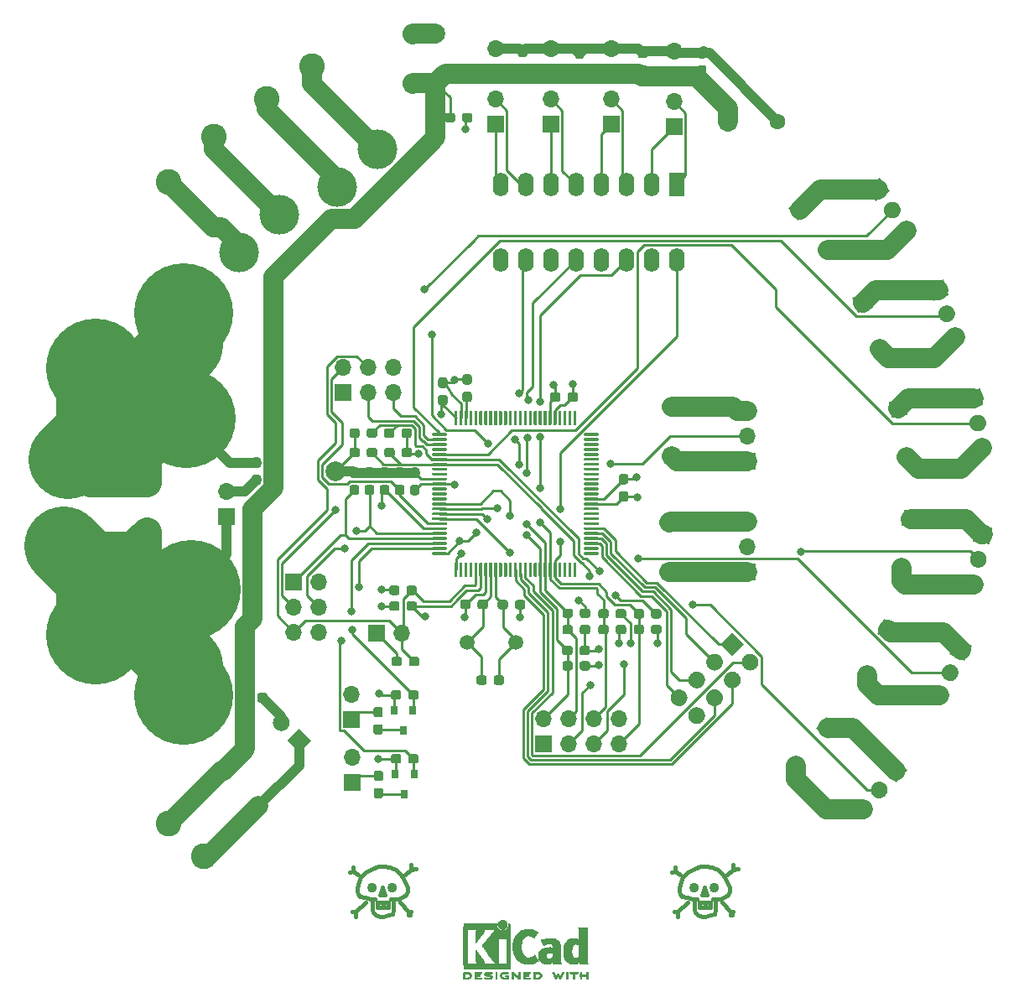
<source format=gbr>
%TF.GenerationSoftware,KiCad,Pcbnew,(5.1.6-0-10_14)*%
%TF.CreationDate,2021-08-28T18:32:45-05:00*%
%TF.ProjectId,atmega2560_led_driver,61746d65-6761-4323-9536-305f6c65645f,rev?*%
%TF.SameCoordinates,Original*%
%TF.FileFunction,Copper,L1,Top*%
%TF.FilePolarity,Positive*%
%FSLAX46Y46*%
G04 Gerber Fmt 4.6, Leading zero omitted, Abs format (unit mm)*
G04 Created by KiCad (PCBNEW (5.1.6-0-10_14)) date 2021-08-28 18:32:45*
%MOMM*%
%LPD*%
G01*
G04 APERTURE LIST*
%TA.AperFunction,EtchedComponent*%
%ADD10C,0.010000*%
%TD*%
%TA.AperFunction,EtchedComponent*%
%ADD11C,0.381000*%
%TD*%
%TA.AperFunction,ComponentPad*%
%ADD12C,2.600000*%
%TD*%
%TA.AperFunction,ComponentPad*%
%ADD13R,1.700000X1.700000*%
%TD*%
%TA.AperFunction,ComponentPad*%
%ADD14O,1.700000X1.700000*%
%TD*%
%TA.AperFunction,ComponentPad*%
%ADD15C,0.100000*%
%TD*%
%TA.AperFunction,SMDPad,CuDef*%
%ADD16R,0.800000X0.900000*%
%TD*%
%TA.AperFunction,ComponentPad*%
%ADD17C,1.500000*%
%TD*%
%TA.AperFunction,ComponentPad*%
%ADD18C,1.600000*%
%TD*%
%TA.AperFunction,ComponentPad*%
%ADD19R,1.600000X1.600000*%
%TD*%
%TA.AperFunction,ComponentPad*%
%ADD20R,1.600000X2.400000*%
%TD*%
%TA.AperFunction,ComponentPad*%
%ADD21O,1.600000X2.400000*%
%TD*%
%TA.AperFunction,ComponentPad*%
%ADD22C,6.000000*%
%TD*%
%TA.AperFunction,ViaPad*%
%ADD23C,0.800000*%
%TD*%
%TA.AperFunction,ViaPad*%
%ADD24C,2.000000*%
%TD*%
%TA.AperFunction,ViaPad*%
%ADD25C,4.000000*%
%TD*%
%TA.AperFunction,ViaPad*%
%ADD26C,10.000000*%
%TD*%
%TA.AperFunction,Conductor*%
%ADD27C,0.250000*%
%TD*%
%TA.AperFunction,Conductor*%
%ADD28C,7.000000*%
%TD*%
%TA.AperFunction,Conductor*%
%ADD29C,8.000000*%
%TD*%
%TA.AperFunction,Conductor*%
%ADD30C,3.000000*%
%TD*%
%TA.AperFunction,Conductor*%
%ADD31C,2.000000*%
%TD*%
%TA.AperFunction,Conductor*%
%ADD32C,1.000000*%
%TD*%
G04 APERTURE END LIST*
D10*
%TO.C,REF\u002A\u002A*%
G36*
X152247600Y-148873054D02*
G01*
X152258465Y-148986993D01*
X152290082Y-149094616D01*
X152340985Y-149193615D01*
X152409707Y-149281684D01*
X152494781Y-149356516D01*
X152591768Y-149414384D01*
X152698036Y-149454005D01*
X152805050Y-149472573D01*
X152910700Y-149471434D01*
X153012875Y-149451930D01*
X153109466Y-149415406D01*
X153198362Y-149363205D01*
X153277454Y-149296673D01*
X153344631Y-149217152D01*
X153397783Y-149125987D01*
X153434801Y-149024523D01*
X153453573Y-148914102D01*
X153455511Y-148864206D01*
X153455511Y-148776267D01*
X153507440Y-148776267D01*
X153543747Y-148779111D01*
X153570645Y-148790911D01*
X153597751Y-148814649D01*
X153636133Y-148853031D01*
X153636133Y-151044602D01*
X153636124Y-151306739D01*
X153636092Y-151547241D01*
X153636028Y-151767048D01*
X153635924Y-151967101D01*
X153635773Y-152148344D01*
X153635566Y-152311716D01*
X153635294Y-152458160D01*
X153634950Y-152588617D01*
X153634526Y-152704029D01*
X153634013Y-152805338D01*
X153633403Y-152893484D01*
X153632688Y-152969410D01*
X153631860Y-153034057D01*
X153630911Y-153088367D01*
X153629833Y-153133280D01*
X153628617Y-153169740D01*
X153627255Y-153198687D01*
X153625739Y-153221063D01*
X153624062Y-153237809D01*
X153622214Y-153249868D01*
X153620187Y-153258180D01*
X153617975Y-153263687D01*
X153616892Y-153265537D01*
X153612729Y-153272549D01*
X153609195Y-153278996D01*
X153605365Y-153284900D01*
X153600318Y-153290286D01*
X153593129Y-153295178D01*
X153582877Y-153299598D01*
X153568636Y-153303572D01*
X153549486Y-153307121D01*
X153524501Y-153310270D01*
X153492760Y-153313042D01*
X153453338Y-153315461D01*
X153405314Y-153317551D01*
X153347763Y-153319335D01*
X153279763Y-153320837D01*
X153200390Y-153322080D01*
X153108721Y-153323089D01*
X153003834Y-153323885D01*
X152884804Y-153324494D01*
X152750710Y-153324939D01*
X152600627Y-153325243D01*
X152433633Y-153325430D01*
X152248804Y-153325524D01*
X152045217Y-153325548D01*
X151821950Y-153325525D01*
X151578078Y-153325480D01*
X151312679Y-153325437D01*
X151274296Y-153325432D01*
X151007318Y-153325389D01*
X150761998Y-153325318D01*
X150537417Y-153325213D01*
X150332655Y-153325066D01*
X150146794Y-153324869D01*
X149978912Y-153324616D01*
X149828092Y-153324300D01*
X149693413Y-153323913D01*
X149573956Y-153323447D01*
X149468801Y-153322897D01*
X149377029Y-153322253D01*
X149297721Y-153321511D01*
X149229957Y-153320661D01*
X149172818Y-153319697D01*
X149125383Y-153318611D01*
X149086734Y-153317397D01*
X149055951Y-153316047D01*
X149032115Y-153314555D01*
X149014306Y-153312911D01*
X149001605Y-153311111D01*
X148993092Y-153309145D01*
X148988734Y-153307477D01*
X148980272Y-153303906D01*
X148972503Y-153301270D01*
X148965398Y-153298634D01*
X148958927Y-153295062D01*
X148953061Y-153289621D01*
X148947771Y-153281375D01*
X148943026Y-153269390D01*
X148938798Y-153252731D01*
X148935057Y-153230463D01*
X148931773Y-153201652D01*
X148928917Y-153165363D01*
X148926460Y-153120661D01*
X148924371Y-153066611D01*
X148922622Y-153002279D01*
X148921183Y-152926730D01*
X148920024Y-152839030D01*
X148919117Y-152738243D01*
X148918431Y-152623434D01*
X148917937Y-152493670D01*
X148917605Y-152348015D01*
X148917407Y-152185535D01*
X148917313Y-152005295D01*
X148917292Y-151806360D01*
X148917315Y-151587796D01*
X148917354Y-151348668D01*
X148917378Y-151088040D01*
X148917378Y-151045889D01*
X148917364Y-150782992D01*
X148917339Y-150541732D01*
X148917329Y-150321165D01*
X148917358Y-150120352D01*
X148917452Y-149938349D01*
X148917638Y-149774216D01*
X148917941Y-149627011D01*
X148918386Y-149495792D01*
X148918966Y-149385867D01*
X149221803Y-149385867D01*
X149261593Y-149443711D01*
X149272764Y-149459479D01*
X149282834Y-149473441D01*
X149291862Y-149486784D01*
X149299903Y-149500693D01*
X149307014Y-149516356D01*
X149313253Y-149534958D01*
X149318675Y-149557686D01*
X149323338Y-149585727D01*
X149327299Y-149620267D01*
X149330615Y-149662492D01*
X149333341Y-149713589D01*
X149335536Y-149774744D01*
X149337255Y-149847144D01*
X149338556Y-149931975D01*
X149339495Y-150030422D01*
X149340130Y-150143674D01*
X149340516Y-150272916D01*
X149340712Y-150419334D01*
X149340773Y-150584116D01*
X149340757Y-150768447D01*
X149340720Y-150973513D01*
X149340711Y-151096133D01*
X149340735Y-151313082D01*
X149340769Y-151508642D01*
X149340757Y-151683999D01*
X149340642Y-151840341D01*
X149340370Y-151978857D01*
X149339882Y-152100734D01*
X149339124Y-152207160D01*
X149338038Y-152299322D01*
X149336569Y-152378409D01*
X149334660Y-152445608D01*
X149332256Y-152502107D01*
X149329299Y-152549093D01*
X149325734Y-152587755D01*
X149321505Y-152619280D01*
X149316554Y-152644855D01*
X149310827Y-152665670D01*
X149304267Y-152682911D01*
X149296817Y-152697765D01*
X149288421Y-152711422D01*
X149279024Y-152725069D01*
X149268568Y-152739893D01*
X149262477Y-152748783D01*
X149223704Y-152806400D01*
X149755268Y-152806400D01*
X149878517Y-152806365D01*
X149981013Y-152806215D01*
X150064580Y-152805878D01*
X150131044Y-152805286D01*
X150182229Y-152804367D01*
X150219959Y-152803051D01*
X150246060Y-152801269D01*
X150262356Y-152798951D01*
X150270672Y-152796026D01*
X150272832Y-152792424D01*
X150270661Y-152788075D01*
X150269465Y-152786645D01*
X150244315Y-152749573D01*
X150218417Y-152696772D01*
X150194808Y-152634770D01*
X150186539Y-152608357D01*
X150181922Y-152590416D01*
X150178021Y-152569355D01*
X150174752Y-152543089D01*
X150172034Y-152509532D01*
X150169785Y-152466599D01*
X150167923Y-152412204D01*
X150166364Y-152344262D01*
X150165028Y-152260688D01*
X150163831Y-152159395D01*
X150162692Y-152038300D01*
X150162315Y-151993600D01*
X150161298Y-151868449D01*
X150160540Y-151764082D01*
X150160097Y-151678707D01*
X150160030Y-151610533D01*
X150160395Y-151557765D01*
X150161252Y-151518614D01*
X150162659Y-151491285D01*
X150164675Y-151473986D01*
X150167357Y-151464926D01*
X150170764Y-151462312D01*
X150174956Y-151464351D01*
X150179429Y-151468667D01*
X150189784Y-151481602D01*
X150211842Y-151510676D01*
X150244043Y-151553759D01*
X150284826Y-151608718D01*
X150332630Y-151673423D01*
X150385895Y-151745742D01*
X150443060Y-151823544D01*
X150502563Y-151904698D01*
X150562845Y-151987072D01*
X150622345Y-152068536D01*
X150679502Y-152146957D01*
X150732755Y-152220204D01*
X150780543Y-152286147D01*
X150821307Y-152342654D01*
X150853484Y-152387593D01*
X150875515Y-152418834D01*
X150880083Y-152425466D01*
X150903004Y-152462369D01*
X150929812Y-152510359D01*
X150955211Y-152559897D01*
X150958432Y-152566577D01*
X150980110Y-152614772D01*
X150992696Y-152652334D01*
X150998426Y-152688160D01*
X150999544Y-152730200D01*
X150998910Y-152806400D01*
X152153349Y-152806400D01*
X152062185Y-152712669D01*
X152015388Y-152662775D01*
X151965101Y-152606295D01*
X151919056Y-152552026D01*
X151898631Y-152526673D01*
X151868193Y-152487128D01*
X151828138Y-152433916D01*
X151779639Y-152368667D01*
X151723865Y-152293011D01*
X151661989Y-152208577D01*
X151595181Y-152116994D01*
X151524613Y-152019892D01*
X151451455Y-151918901D01*
X151376879Y-151815650D01*
X151302056Y-151711768D01*
X151228157Y-151608885D01*
X151156354Y-151508631D01*
X151087816Y-151412636D01*
X151023716Y-151322527D01*
X150965225Y-151239936D01*
X150913514Y-151166492D01*
X150869753Y-151103824D01*
X150835115Y-151053561D01*
X150810770Y-151017334D01*
X150797889Y-150996771D01*
X150796131Y-150992668D01*
X150804090Y-150981342D01*
X150824885Y-150954162D01*
X150857153Y-150912829D01*
X150899530Y-150859044D01*
X150950653Y-150794506D01*
X151009159Y-150720918D01*
X151073686Y-150639978D01*
X151142869Y-150553388D01*
X151215347Y-150462848D01*
X151289754Y-150370060D01*
X151349483Y-150295702D01*
X152360489Y-150295702D01*
X152366398Y-150308659D01*
X152380728Y-150330908D01*
X152381775Y-150332391D01*
X152400562Y-150362544D01*
X152420209Y-150399375D01*
X152424108Y-150407511D01*
X152427644Y-150415940D01*
X152430770Y-150426059D01*
X152433514Y-150439260D01*
X152435908Y-150456938D01*
X152437981Y-150480484D01*
X152439765Y-150511293D01*
X152441288Y-150550757D01*
X152442581Y-150600269D01*
X152443674Y-150661223D01*
X152444597Y-150735011D01*
X152445381Y-150823028D01*
X152446055Y-150926665D01*
X152446650Y-151047316D01*
X152447195Y-151186374D01*
X152447721Y-151345232D01*
X152448255Y-151524089D01*
X152448794Y-151709207D01*
X152449228Y-151873145D01*
X152449491Y-152017303D01*
X152449516Y-152143079D01*
X152449235Y-152251871D01*
X152448581Y-152345077D01*
X152447486Y-152424097D01*
X152445882Y-152490328D01*
X152443703Y-152545170D01*
X152440881Y-152590021D01*
X152437349Y-152626278D01*
X152433039Y-152655341D01*
X152427883Y-152678609D01*
X152421815Y-152697479D01*
X152414767Y-152713351D01*
X152406671Y-152727622D01*
X152397460Y-152741691D01*
X152388960Y-152754158D01*
X152371824Y-152780452D01*
X152361678Y-152798037D01*
X152360489Y-152801257D01*
X152371396Y-152802334D01*
X152402589Y-152803335D01*
X152451777Y-152804235D01*
X152516667Y-152805010D01*
X152594970Y-152805637D01*
X152684393Y-152806091D01*
X152782644Y-152806349D01*
X152851555Y-152806400D01*
X152956548Y-152806180D01*
X153053390Y-152805548D01*
X153139893Y-152804549D01*
X153213868Y-152803227D01*
X153273126Y-152801626D01*
X153315480Y-152799791D01*
X153338740Y-152797765D01*
X153342622Y-152796493D01*
X153334924Y-152781591D01*
X153326926Y-152773560D01*
X153313754Y-152756434D01*
X153296515Y-152726183D01*
X153284593Y-152701622D01*
X153257955Y-152642711D01*
X153254880Y-151465845D01*
X153251805Y-150288978D01*
X152806147Y-150288978D01*
X152708330Y-150289142D01*
X152617936Y-150289611D01*
X152537370Y-150290347D01*
X152469038Y-150291316D01*
X152415344Y-150292480D01*
X152378695Y-150293803D01*
X152361496Y-150295249D01*
X152360489Y-150295702D01*
X151349483Y-150295702D01*
X151364730Y-150276722D01*
X151438910Y-150184537D01*
X151510931Y-150095204D01*
X151579431Y-150010424D01*
X151643045Y-149931898D01*
X151700412Y-149861326D01*
X151750167Y-149800409D01*
X151790948Y-149750847D01*
X151808112Y-149730178D01*
X151894404Y-149629516D01*
X151971003Y-149546259D01*
X152039817Y-149478438D01*
X152102752Y-149424089D01*
X152112133Y-149416722D01*
X152151644Y-149386117D01*
X151019884Y-149385867D01*
X151025173Y-149433844D01*
X151021870Y-149491188D01*
X151000339Y-149559463D01*
X150960365Y-149639212D01*
X150915057Y-149711495D01*
X150898839Y-149734140D01*
X150870786Y-149771696D01*
X150832570Y-149822021D01*
X150785863Y-149882973D01*
X150732339Y-149952411D01*
X150673669Y-150028194D01*
X150611525Y-150108180D01*
X150547579Y-150190228D01*
X150483505Y-150272196D01*
X150420973Y-150351943D01*
X150361657Y-150427327D01*
X150307229Y-150496207D01*
X150259361Y-150556442D01*
X150219725Y-150605889D01*
X150189994Y-150642408D01*
X150171839Y-150663858D01*
X150168780Y-150667156D01*
X150165921Y-150659149D01*
X150163707Y-150628855D01*
X150162143Y-150576556D01*
X150161233Y-150502531D01*
X150160980Y-150407063D01*
X150161387Y-150290434D01*
X150162296Y-150170445D01*
X150163618Y-150038333D01*
X150165143Y-149926594D01*
X150167119Y-149833025D01*
X150169794Y-149755419D01*
X150173418Y-149691574D01*
X150178239Y-149639283D01*
X150184506Y-149596344D01*
X150192468Y-149560551D01*
X150202373Y-149529700D01*
X150214469Y-149501586D01*
X150229007Y-149474005D01*
X150243689Y-149448966D01*
X150281686Y-149385867D01*
X149221803Y-149385867D01*
X148918966Y-149385867D01*
X148918999Y-149379617D01*
X148919805Y-149277544D01*
X148920830Y-149188633D01*
X148922100Y-149111941D01*
X148923640Y-149046527D01*
X148925476Y-148991449D01*
X148927633Y-148945765D01*
X148930137Y-148908534D01*
X148933013Y-148878813D01*
X148936287Y-148855662D01*
X148939985Y-148838139D01*
X148944131Y-148825301D01*
X148948753Y-148816208D01*
X148953874Y-148809918D01*
X148959522Y-148805488D01*
X148965721Y-148801978D01*
X148972496Y-148798445D01*
X148978492Y-148794876D01*
X148983725Y-148792300D01*
X148991901Y-148789972D01*
X149004114Y-148787878D01*
X149021459Y-148786007D01*
X149045031Y-148784347D01*
X149075923Y-148782884D01*
X149115232Y-148781608D01*
X149164050Y-148780504D01*
X149223473Y-148779561D01*
X149294596Y-148778767D01*
X149378512Y-148778109D01*
X149476317Y-148777575D01*
X149589106Y-148777153D01*
X149717971Y-148776829D01*
X149864009Y-148776592D01*
X150028314Y-148776430D01*
X150211980Y-148776330D01*
X150416103Y-148776280D01*
X150627247Y-148776267D01*
X152247600Y-148776267D01*
X152247600Y-148873054D01*
G37*
X152247600Y-148873054D02*
X152258465Y-148986993D01*
X152290082Y-149094616D01*
X152340985Y-149193615D01*
X152409707Y-149281684D01*
X152494781Y-149356516D01*
X152591768Y-149414384D01*
X152698036Y-149454005D01*
X152805050Y-149472573D01*
X152910700Y-149471434D01*
X153012875Y-149451930D01*
X153109466Y-149415406D01*
X153198362Y-149363205D01*
X153277454Y-149296673D01*
X153344631Y-149217152D01*
X153397783Y-149125987D01*
X153434801Y-149024523D01*
X153453573Y-148914102D01*
X153455511Y-148864206D01*
X153455511Y-148776267D01*
X153507440Y-148776267D01*
X153543747Y-148779111D01*
X153570645Y-148790911D01*
X153597751Y-148814649D01*
X153636133Y-148853031D01*
X153636133Y-151044602D01*
X153636124Y-151306739D01*
X153636092Y-151547241D01*
X153636028Y-151767048D01*
X153635924Y-151967101D01*
X153635773Y-152148344D01*
X153635566Y-152311716D01*
X153635294Y-152458160D01*
X153634950Y-152588617D01*
X153634526Y-152704029D01*
X153634013Y-152805338D01*
X153633403Y-152893484D01*
X153632688Y-152969410D01*
X153631860Y-153034057D01*
X153630911Y-153088367D01*
X153629833Y-153133280D01*
X153628617Y-153169740D01*
X153627255Y-153198687D01*
X153625739Y-153221063D01*
X153624062Y-153237809D01*
X153622214Y-153249868D01*
X153620187Y-153258180D01*
X153617975Y-153263687D01*
X153616892Y-153265537D01*
X153612729Y-153272549D01*
X153609195Y-153278996D01*
X153605365Y-153284900D01*
X153600318Y-153290286D01*
X153593129Y-153295178D01*
X153582877Y-153299598D01*
X153568636Y-153303572D01*
X153549486Y-153307121D01*
X153524501Y-153310270D01*
X153492760Y-153313042D01*
X153453338Y-153315461D01*
X153405314Y-153317551D01*
X153347763Y-153319335D01*
X153279763Y-153320837D01*
X153200390Y-153322080D01*
X153108721Y-153323089D01*
X153003834Y-153323885D01*
X152884804Y-153324494D01*
X152750710Y-153324939D01*
X152600627Y-153325243D01*
X152433633Y-153325430D01*
X152248804Y-153325524D01*
X152045217Y-153325548D01*
X151821950Y-153325525D01*
X151578078Y-153325480D01*
X151312679Y-153325437D01*
X151274296Y-153325432D01*
X151007318Y-153325389D01*
X150761998Y-153325318D01*
X150537417Y-153325213D01*
X150332655Y-153325066D01*
X150146794Y-153324869D01*
X149978912Y-153324616D01*
X149828092Y-153324300D01*
X149693413Y-153323913D01*
X149573956Y-153323447D01*
X149468801Y-153322897D01*
X149377029Y-153322253D01*
X149297721Y-153321511D01*
X149229957Y-153320661D01*
X149172818Y-153319697D01*
X149125383Y-153318611D01*
X149086734Y-153317397D01*
X149055951Y-153316047D01*
X149032115Y-153314555D01*
X149014306Y-153312911D01*
X149001605Y-153311111D01*
X148993092Y-153309145D01*
X148988734Y-153307477D01*
X148980272Y-153303906D01*
X148972503Y-153301270D01*
X148965398Y-153298634D01*
X148958927Y-153295062D01*
X148953061Y-153289621D01*
X148947771Y-153281375D01*
X148943026Y-153269390D01*
X148938798Y-153252731D01*
X148935057Y-153230463D01*
X148931773Y-153201652D01*
X148928917Y-153165363D01*
X148926460Y-153120661D01*
X148924371Y-153066611D01*
X148922622Y-153002279D01*
X148921183Y-152926730D01*
X148920024Y-152839030D01*
X148919117Y-152738243D01*
X148918431Y-152623434D01*
X148917937Y-152493670D01*
X148917605Y-152348015D01*
X148917407Y-152185535D01*
X148917313Y-152005295D01*
X148917292Y-151806360D01*
X148917315Y-151587796D01*
X148917354Y-151348668D01*
X148917378Y-151088040D01*
X148917378Y-151045889D01*
X148917364Y-150782992D01*
X148917339Y-150541732D01*
X148917329Y-150321165D01*
X148917358Y-150120352D01*
X148917452Y-149938349D01*
X148917638Y-149774216D01*
X148917941Y-149627011D01*
X148918386Y-149495792D01*
X148918966Y-149385867D01*
X149221803Y-149385867D01*
X149261593Y-149443711D01*
X149272764Y-149459479D01*
X149282834Y-149473441D01*
X149291862Y-149486784D01*
X149299903Y-149500693D01*
X149307014Y-149516356D01*
X149313253Y-149534958D01*
X149318675Y-149557686D01*
X149323338Y-149585727D01*
X149327299Y-149620267D01*
X149330615Y-149662492D01*
X149333341Y-149713589D01*
X149335536Y-149774744D01*
X149337255Y-149847144D01*
X149338556Y-149931975D01*
X149339495Y-150030422D01*
X149340130Y-150143674D01*
X149340516Y-150272916D01*
X149340712Y-150419334D01*
X149340773Y-150584116D01*
X149340757Y-150768447D01*
X149340720Y-150973513D01*
X149340711Y-151096133D01*
X149340735Y-151313082D01*
X149340769Y-151508642D01*
X149340757Y-151683999D01*
X149340642Y-151840341D01*
X149340370Y-151978857D01*
X149339882Y-152100734D01*
X149339124Y-152207160D01*
X149338038Y-152299322D01*
X149336569Y-152378409D01*
X149334660Y-152445608D01*
X149332256Y-152502107D01*
X149329299Y-152549093D01*
X149325734Y-152587755D01*
X149321505Y-152619280D01*
X149316554Y-152644855D01*
X149310827Y-152665670D01*
X149304267Y-152682911D01*
X149296817Y-152697765D01*
X149288421Y-152711422D01*
X149279024Y-152725069D01*
X149268568Y-152739893D01*
X149262477Y-152748783D01*
X149223704Y-152806400D01*
X149755268Y-152806400D01*
X149878517Y-152806365D01*
X149981013Y-152806215D01*
X150064580Y-152805878D01*
X150131044Y-152805286D01*
X150182229Y-152804367D01*
X150219959Y-152803051D01*
X150246060Y-152801269D01*
X150262356Y-152798951D01*
X150270672Y-152796026D01*
X150272832Y-152792424D01*
X150270661Y-152788075D01*
X150269465Y-152786645D01*
X150244315Y-152749573D01*
X150218417Y-152696772D01*
X150194808Y-152634770D01*
X150186539Y-152608357D01*
X150181922Y-152590416D01*
X150178021Y-152569355D01*
X150174752Y-152543089D01*
X150172034Y-152509532D01*
X150169785Y-152466599D01*
X150167923Y-152412204D01*
X150166364Y-152344262D01*
X150165028Y-152260688D01*
X150163831Y-152159395D01*
X150162692Y-152038300D01*
X150162315Y-151993600D01*
X150161298Y-151868449D01*
X150160540Y-151764082D01*
X150160097Y-151678707D01*
X150160030Y-151610533D01*
X150160395Y-151557765D01*
X150161252Y-151518614D01*
X150162659Y-151491285D01*
X150164675Y-151473986D01*
X150167357Y-151464926D01*
X150170764Y-151462312D01*
X150174956Y-151464351D01*
X150179429Y-151468667D01*
X150189784Y-151481602D01*
X150211842Y-151510676D01*
X150244043Y-151553759D01*
X150284826Y-151608718D01*
X150332630Y-151673423D01*
X150385895Y-151745742D01*
X150443060Y-151823544D01*
X150502563Y-151904698D01*
X150562845Y-151987072D01*
X150622345Y-152068536D01*
X150679502Y-152146957D01*
X150732755Y-152220204D01*
X150780543Y-152286147D01*
X150821307Y-152342654D01*
X150853484Y-152387593D01*
X150875515Y-152418834D01*
X150880083Y-152425466D01*
X150903004Y-152462369D01*
X150929812Y-152510359D01*
X150955211Y-152559897D01*
X150958432Y-152566577D01*
X150980110Y-152614772D01*
X150992696Y-152652334D01*
X150998426Y-152688160D01*
X150999544Y-152730200D01*
X150998910Y-152806400D01*
X152153349Y-152806400D01*
X152062185Y-152712669D01*
X152015388Y-152662775D01*
X151965101Y-152606295D01*
X151919056Y-152552026D01*
X151898631Y-152526673D01*
X151868193Y-152487128D01*
X151828138Y-152433916D01*
X151779639Y-152368667D01*
X151723865Y-152293011D01*
X151661989Y-152208577D01*
X151595181Y-152116994D01*
X151524613Y-152019892D01*
X151451455Y-151918901D01*
X151376879Y-151815650D01*
X151302056Y-151711768D01*
X151228157Y-151608885D01*
X151156354Y-151508631D01*
X151087816Y-151412636D01*
X151023716Y-151322527D01*
X150965225Y-151239936D01*
X150913514Y-151166492D01*
X150869753Y-151103824D01*
X150835115Y-151053561D01*
X150810770Y-151017334D01*
X150797889Y-150996771D01*
X150796131Y-150992668D01*
X150804090Y-150981342D01*
X150824885Y-150954162D01*
X150857153Y-150912829D01*
X150899530Y-150859044D01*
X150950653Y-150794506D01*
X151009159Y-150720918D01*
X151073686Y-150639978D01*
X151142869Y-150553388D01*
X151215347Y-150462848D01*
X151289754Y-150370060D01*
X151349483Y-150295702D01*
X152360489Y-150295702D01*
X152366398Y-150308659D01*
X152380728Y-150330908D01*
X152381775Y-150332391D01*
X152400562Y-150362544D01*
X152420209Y-150399375D01*
X152424108Y-150407511D01*
X152427644Y-150415940D01*
X152430770Y-150426059D01*
X152433514Y-150439260D01*
X152435908Y-150456938D01*
X152437981Y-150480484D01*
X152439765Y-150511293D01*
X152441288Y-150550757D01*
X152442581Y-150600269D01*
X152443674Y-150661223D01*
X152444597Y-150735011D01*
X152445381Y-150823028D01*
X152446055Y-150926665D01*
X152446650Y-151047316D01*
X152447195Y-151186374D01*
X152447721Y-151345232D01*
X152448255Y-151524089D01*
X152448794Y-151709207D01*
X152449228Y-151873145D01*
X152449491Y-152017303D01*
X152449516Y-152143079D01*
X152449235Y-152251871D01*
X152448581Y-152345077D01*
X152447486Y-152424097D01*
X152445882Y-152490328D01*
X152443703Y-152545170D01*
X152440881Y-152590021D01*
X152437349Y-152626278D01*
X152433039Y-152655341D01*
X152427883Y-152678609D01*
X152421815Y-152697479D01*
X152414767Y-152713351D01*
X152406671Y-152727622D01*
X152397460Y-152741691D01*
X152388960Y-152754158D01*
X152371824Y-152780452D01*
X152361678Y-152798037D01*
X152360489Y-152801257D01*
X152371396Y-152802334D01*
X152402589Y-152803335D01*
X152451777Y-152804235D01*
X152516667Y-152805010D01*
X152594970Y-152805637D01*
X152684393Y-152806091D01*
X152782644Y-152806349D01*
X152851555Y-152806400D01*
X152956548Y-152806180D01*
X153053390Y-152805548D01*
X153139893Y-152804549D01*
X153213868Y-152803227D01*
X153273126Y-152801626D01*
X153315480Y-152799791D01*
X153338740Y-152797765D01*
X153342622Y-152796493D01*
X153334924Y-152781591D01*
X153326926Y-152773560D01*
X153313754Y-152756434D01*
X153296515Y-152726183D01*
X153284593Y-152701622D01*
X153257955Y-152642711D01*
X153254880Y-151465845D01*
X153251805Y-150288978D01*
X152806147Y-150288978D01*
X152708330Y-150289142D01*
X152617936Y-150289611D01*
X152537370Y-150290347D01*
X152469038Y-150291316D01*
X152415344Y-150292480D01*
X152378695Y-150293803D01*
X152361496Y-150295249D01*
X152360489Y-150295702D01*
X151349483Y-150295702D01*
X151364730Y-150276722D01*
X151438910Y-150184537D01*
X151510931Y-150095204D01*
X151579431Y-150010424D01*
X151643045Y-149931898D01*
X151700412Y-149861326D01*
X151750167Y-149800409D01*
X151790948Y-149750847D01*
X151808112Y-149730178D01*
X151894404Y-149629516D01*
X151971003Y-149546259D01*
X152039817Y-149478438D01*
X152102752Y-149424089D01*
X152112133Y-149416722D01*
X152151644Y-149386117D01*
X151019884Y-149385867D01*
X151025173Y-149433844D01*
X151021870Y-149491188D01*
X151000339Y-149559463D01*
X150960365Y-149639212D01*
X150915057Y-149711495D01*
X150898839Y-149734140D01*
X150870786Y-149771696D01*
X150832570Y-149822021D01*
X150785863Y-149882973D01*
X150732339Y-149952411D01*
X150673669Y-150028194D01*
X150611525Y-150108180D01*
X150547579Y-150190228D01*
X150483505Y-150272196D01*
X150420973Y-150351943D01*
X150361657Y-150427327D01*
X150307229Y-150496207D01*
X150259361Y-150556442D01*
X150219725Y-150605889D01*
X150189994Y-150642408D01*
X150171839Y-150663858D01*
X150168780Y-150667156D01*
X150165921Y-150659149D01*
X150163707Y-150628855D01*
X150162143Y-150576556D01*
X150161233Y-150502531D01*
X150160980Y-150407063D01*
X150161387Y-150290434D01*
X150162296Y-150170445D01*
X150163618Y-150038333D01*
X150165143Y-149926594D01*
X150167119Y-149833025D01*
X150169794Y-149755419D01*
X150173418Y-149691574D01*
X150178239Y-149639283D01*
X150184506Y-149596344D01*
X150192468Y-149560551D01*
X150202373Y-149529700D01*
X150214469Y-149501586D01*
X150229007Y-149474005D01*
X150243689Y-149448966D01*
X150281686Y-149385867D01*
X149221803Y-149385867D01*
X148918966Y-149385867D01*
X148918999Y-149379617D01*
X148919805Y-149277544D01*
X148920830Y-149188633D01*
X148922100Y-149111941D01*
X148923640Y-149046527D01*
X148925476Y-148991449D01*
X148927633Y-148945765D01*
X148930137Y-148908534D01*
X148933013Y-148878813D01*
X148936287Y-148855662D01*
X148939985Y-148838139D01*
X148944131Y-148825301D01*
X148948753Y-148816208D01*
X148953874Y-148809918D01*
X148959522Y-148805488D01*
X148965721Y-148801978D01*
X148972496Y-148798445D01*
X148978492Y-148794876D01*
X148983725Y-148792300D01*
X148991901Y-148789972D01*
X149004114Y-148787878D01*
X149021459Y-148786007D01*
X149045031Y-148784347D01*
X149075923Y-148782884D01*
X149115232Y-148781608D01*
X149164050Y-148780504D01*
X149223473Y-148779561D01*
X149294596Y-148778767D01*
X149378512Y-148778109D01*
X149476317Y-148777575D01*
X149589106Y-148777153D01*
X149717971Y-148776829D01*
X149864009Y-148776592D01*
X150028314Y-148776430D01*
X150211980Y-148776330D01*
X150416103Y-148776280D01*
X150627247Y-148776267D01*
X152247600Y-148776267D01*
X152247600Y-148873054D01*
G36*
X155522429Y-149333071D02*
G01*
X155682570Y-149354245D01*
X155846510Y-149394385D01*
X156016313Y-149453889D01*
X156194043Y-149533154D01*
X156205310Y-149538699D01*
X156263005Y-149566725D01*
X156314552Y-149590802D01*
X156356191Y-149609249D01*
X156384162Y-149620386D01*
X156393733Y-149622933D01*
X156412950Y-149627941D01*
X156417561Y-149632147D01*
X156412458Y-149642580D01*
X156396418Y-149668868D01*
X156371288Y-149708257D01*
X156338914Y-149757991D01*
X156301143Y-149815315D01*
X156259822Y-149877476D01*
X156216798Y-149941718D01*
X156173917Y-150005285D01*
X156133026Y-150065425D01*
X156095971Y-150119380D01*
X156064600Y-150164397D01*
X156040759Y-150197721D01*
X156026294Y-150216597D01*
X156024309Y-150218787D01*
X156014191Y-150214138D01*
X155991850Y-150196962D01*
X155961280Y-150170440D01*
X155945536Y-150155964D01*
X155849047Y-150080682D01*
X155742336Y-150025241D01*
X155626832Y-149990141D01*
X155503962Y-149975880D01*
X155434561Y-149977051D01*
X155313423Y-149994212D01*
X155204205Y-150030094D01*
X155106582Y-150084959D01*
X155020228Y-150159070D01*
X154944815Y-150252688D01*
X154880018Y-150366076D01*
X154842601Y-150452667D01*
X154798748Y-150588366D01*
X154766428Y-150735850D01*
X154745557Y-150891314D01*
X154736051Y-151050956D01*
X154737827Y-151210973D01*
X154750803Y-151367561D01*
X154774894Y-151516918D01*
X154810018Y-151655240D01*
X154856092Y-151778724D01*
X154872373Y-151812978D01*
X154940620Y-151927064D01*
X155021079Y-152023557D01*
X155112570Y-152101670D01*
X155213911Y-152160617D01*
X155323920Y-152199612D01*
X155441415Y-152217868D01*
X155482883Y-152219211D01*
X155604441Y-152208290D01*
X155724878Y-152175474D01*
X155842666Y-152121439D01*
X155956277Y-152046865D01*
X156047685Y-151968539D01*
X156094215Y-151924008D01*
X156275483Y-152221271D01*
X156320580Y-152295433D01*
X156361819Y-152363646D01*
X156397735Y-152423459D01*
X156426866Y-152472420D01*
X156447750Y-152508079D01*
X156458924Y-152527984D01*
X156460375Y-152531079D01*
X156452146Y-152540718D01*
X156426567Y-152557999D01*
X156386873Y-152581283D01*
X156336297Y-152608934D01*
X156278074Y-152639315D01*
X156215437Y-152670790D01*
X156151621Y-152701722D01*
X156089860Y-152730473D01*
X156033388Y-152755408D01*
X155985438Y-152774889D01*
X155961986Y-152783318D01*
X155828221Y-152821133D01*
X155690327Y-152846136D01*
X155542622Y-152859140D01*
X155415833Y-152861468D01*
X155347878Y-152860373D01*
X155282277Y-152858275D01*
X155224847Y-152855434D01*
X155181403Y-152852106D01*
X155167298Y-152850422D01*
X155028284Y-152821587D01*
X154886757Y-152776468D01*
X154749275Y-152717750D01*
X154622394Y-152648120D01*
X154544889Y-152595441D01*
X154417481Y-152487239D01*
X154299178Y-152360671D01*
X154192172Y-152218866D01*
X154098652Y-152064951D01*
X154020810Y-151902053D01*
X153976956Y-151784756D01*
X153926708Y-151601128D01*
X153893209Y-151406581D01*
X153876449Y-151205325D01*
X153876416Y-151001568D01*
X153893101Y-150799521D01*
X153926493Y-150603392D01*
X153976580Y-150417391D01*
X153980397Y-150405803D01*
X154043281Y-150243750D01*
X154120028Y-150095832D01*
X154213242Y-149957865D01*
X154325527Y-149825661D01*
X154369392Y-149780399D01*
X154505534Y-149656457D01*
X154645491Y-149553915D01*
X154791411Y-149471656D01*
X154945442Y-149408564D01*
X155109732Y-149363523D01*
X155205289Y-149346033D01*
X155364023Y-149330466D01*
X155522429Y-149333071D01*
G37*
X155522429Y-149333071D02*
X155682570Y-149354245D01*
X155846510Y-149394385D01*
X156016313Y-149453889D01*
X156194043Y-149533154D01*
X156205310Y-149538699D01*
X156263005Y-149566725D01*
X156314552Y-149590802D01*
X156356191Y-149609249D01*
X156384162Y-149620386D01*
X156393733Y-149622933D01*
X156412950Y-149627941D01*
X156417561Y-149632147D01*
X156412458Y-149642580D01*
X156396418Y-149668868D01*
X156371288Y-149708257D01*
X156338914Y-149757991D01*
X156301143Y-149815315D01*
X156259822Y-149877476D01*
X156216798Y-149941718D01*
X156173917Y-150005285D01*
X156133026Y-150065425D01*
X156095971Y-150119380D01*
X156064600Y-150164397D01*
X156040759Y-150197721D01*
X156026294Y-150216597D01*
X156024309Y-150218787D01*
X156014191Y-150214138D01*
X155991850Y-150196962D01*
X155961280Y-150170440D01*
X155945536Y-150155964D01*
X155849047Y-150080682D01*
X155742336Y-150025241D01*
X155626832Y-149990141D01*
X155503962Y-149975880D01*
X155434561Y-149977051D01*
X155313423Y-149994212D01*
X155204205Y-150030094D01*
X155106582Y-150084959D01*
X155020228Y-150159070D01*
X154944815Y-150252688D01*
X154880018Y-150366076D01*
X154842601Y-150452667D01*
X154798748Y-150588366D01*
X154766428Y-150735850D01*
X154745557Y-150891314D01*
X154736051Y-151050956D01*
X154737827Y-151210973D01*
X154750803Y-151367561D01*
X154774894Y-151516918D01*
X154810018Y-151655240D01*
X154856092Y-151778724D01*
X154872373Y-151812978D01*
X154940620Y-151927064D01*
X155021079Y-152023557D01*
X155112570Y-152101670D01*
X155213911Y-152160617D01*
X155323920Y-152199612D01*
X155441415Y-152217868D01*
X155482883Y-152219211D01*
X155604441Y-152208290D01*
X155724878Y-152175474D01*
X155842666Y-152121439D01*
X155956277Y-152046865D01*
X156047685Y-151968539D01*
X156094215Y-151924008D01*
X156275483Y-152221271D01*
X156320580Y-152295433D01*
X156361819Y-152363646D01*
X156397735Y-152423459D01*
X156426866Y-152472420D01*
X156447750Y-152508079D01*
X156458924Y-152527984D01*
X156460375Y-152531079D01*
X156452146Y-152540718D01*
X156426567Y-152557999D01*
X156386873Y-152581283D01*
X156336297Y-152608934D01*
X156278074Y-152639315D01*
X156215437Y-152670790D01*
X156151621Y-152701722D01*
X156089860Y-152730473D01*
X156033388Y-152755408D01*
X155985438Y-152774889D01*
X155961986Y-152783318D01*
X155828221Y-152821133D01*
X155690327Y-152846136D01*
X155542622Y-152859140D01*
X155415833Y-152861468D01*
X155347878Y-152860373D01*
X155282277Y-152858275D01*
X155224847Y-152855434D01*
X155181403Y-152852106D01*
X155167298Y-152850422D01*
X155028284Y-152821587D01*
X154886757Y-152776468D01*
X154749275Y-152717750D01*
X154622394Y-152648120D01*
X154544889Y-152595441D01*
X154417481Y-152487239D01*
X154299178Y-152360671D01*
X154192172Y-152218866D01*
X154098652Y-152064951D01*
X154020810Y-151902053D01*
X153976956Y-151784756D01*
X153926708Y-151601128D01*
X153893209Y-151406581D01*
X153876449Y-151205325D01*
X153876416Y-151001568D01*
X153893101Y-150799521D01*
X153926493Y-150603392D01*
X153976580Y-150417391D01*
X153980397Y-150405803D01*
X154043281Y-150243750D01*
X154120028Y-150095832D01*
X154213242Y-149957865D01*
X154325527Y-149825661D01*
X154369392Y-149780399D01*
X154505534Y-149656457D01*
X154645491Y-149553915D01*
X154791411Y-149471656D01*
X154945442Y-149408564D01*
X155109732Y-149363523D01*
X155205289Y-149346033D01*
X155364023Y-149330466D01*
X155522429Y-149333071D01*
G36*
X157867574Y-150250552D02*
G01*
X158019492Y-150270567D01*
X158154756Y-150304202D01*
X158274239Y-150351725D01*
X158378815Y-150413405D01*
X158456424Y-150476965D01*
X158525265Y-150551099D01*
X158579006Y-150630871D01*
X158621910Y-150723091D01*
X158637384Y-150766161D01*
X158650244Y-150805142D01*
X158661446Y-150841289D01*
X158671120Y-150876434D01*
X158679396Y-150912410D01*
X158686403Y-150951050D01*
X158692272Y-150994185D01*
X158697131Y-151043649D01*
X158701110Y-151101273D01*
X158704340Y-151168891D01*
X158706949Y-151248334D01*
X158709067Y-151341436D01*
X158710824Y-151450027D01*
X158712349Y-151575942D01*
X158713772Y-151721012D01*
X158715025Y-151863778D01*
X158716351Y-152019968D01*
X158717556Y-152155239D01*
X158718766Y-152271246D01*
X158720106Y-152369645D01*
X158721700Y-152452093D01*
X158723675Y-152520246D01*
X158726156Y-152575760D01*
X158729269Y-152620292D01*
X158733138Y-152655498D01*
X158737889Y-152683034D01*
X158743648Y-152704556D01*
X158750539Y-152721722D01*
X158758689Y-152736186D01*
X158768223Y-152749606D01*
X158779266Y-152763638D01*
X158783566Y-152769071D01*
X158799386Y-152791910D01*
X158806422Y-152807463D01*
X158806444Y-152807922D01*
X158795567Y-152810121D01*
X158764582Y-152812147D01*
X158715957Y-152813942D01*
X158652163Y-152815451D01*
X158575669Y-152816616D01*
X158488944Y-152817380D01*
X158394457Y-152817686D01*
X158383550Y-152817689D01*
X157960657Y-152817689D01*
X157957395Y-152721622D01*
X157954133Y-152625556D01*
X157892044Y-152676543D01*
X157794714Y-152744057D01*
X157684813Y-152798749D01*
X157598349Y-152828978D01*
X157529278Y-152843666D01*
X157445925Y-152853659D01*
X157356159Y-152858646D01*
X157267845Y-152858313D01*
X157188851Y-152852351D01*
X157152622Y-152846638D01*
X157012603Y-152808776D01*
X156886178Y-152753932D01*
X156774260Y-152682924D01*
X156677762Y-152596568D01*
X156597600Y-152495679D01*
X156534687Y-152381076D01*
X156490312Y-152254984D01*
X156477978Y-152198401D01*
X156470368Y-152136202D01*
X156466739Y-152061363D01*
X156466245Y-152027467D01*
X156466310Y-152024282D01*
X157226248Y-152024282D01*
X157235541Y-152099333D01*
X157263728Y-152163160D01*
X157312197Y-152218798D01*
X157317254Y-152223211D01*
X157365548Y-152258037D01*
X157417257Y-152280620D01*
X157477989Y-152292540D01*
X157553352Y-152295383D01*
X157571459Y-152294978D01*
X157625278Y-152292325D01*
X157665308Y-152286909D01*
X157700324Y-152276745D01*
X157739103Y-152259850D01*
X157749745Y-152254672D01*
X157810396Y-152218844D01*
X157857215Y-152176212D01*
X157869952Y-152160973D01*
X157914622Y-152104462D01*
X157914622Y-151908586D01*
X157914086Y-151829939D01*
X157912396Y-151771988D01*
X157909428Y-151732875D01*
X157905057Y-151710741D01*
X157900972Y-151704274D01*
X157885047Y-151701111D01*
X157851264Y-151698488D01*
X157804340Y-151696655D01*
X157748993Y-151695857D01*
X157740106Y-151695842D01*
X157619330Y-151701096D01*
X157516660Y-151717263D01*
X157430106Y-151744961D01*
X157357681Y-151784808D01*
X157302751Y-151831758D01*
X157258204Y-151889645D01*
X157233480Y-151952693D01*
X157226248Y-152024282D01*
X156466310Y-152024282D01*
X156468178Y-151933712D01*
X156476522Y-151854812D01*
X156492768Y-151783590D01*
X156518405Y-151712864D01*
X156542401Y-151660493D01*
X156601020Y-151565196D01*
X156679117Y-151477170D01*
X156774315Y-151398017D01*
X156884238Y-151329340D01*
X157006510Y-151272741D01*
X157138755Y-151229821D01*
X157203422Y-151214882D01*
X157339604Y-151192777D01*
X157488049Y-151178194D01*
X157639505Y-151171813D01*
X157766064Y-151173445D01*
X157927950Y-151180224D01*
X157920530Y-151121245D01*
X157901238Y-151022092D01*
X157870104Y-150941372D01*
X157826269Y-150878466D01*
X157768871Y-150832756D01*
X157697048Y-150803622D01*
X157609941Y-150790447D01*
X157506686Y-150792611D01*
X157468711Y-150796612D01*
X157327520Y-150821780D01*
X157190707Y-150862814D01*
X157096178Y-150900815D01*
X157051018Y-150920190D01*
X157012585Y-150935760D01*
X156986234Y-150945405D01*
X156978546Y-150947452D01*
X156968802Y-150938374D01*
X156952083Y-150909405D01*
X156928232Y-150860217D01*
X156897093Y-150790484D01*
X156858507Y-150699879D01*
X156851910Y-150684089D01*
X156821853Y-150611772D01*
X156794874Y-150546425D01*
X156772136Y-150490906D01*
X156754806Y-150448072D01*
X156744048Y-150420781D01*
X156740941Y-150411942D01*
X156750940Y-150407187D01*
X156777217Y-150401910D01*
X156805489Y-150398231D01*
X156835646Y-150393474D01*
X156883433Y-150384028D01*
X156944612Y-150370820D01*
X157014946Y-150354776D01*
X157090194Y-150336820D01*
X157118755Y-150329797D01*
X157223816Y-150304209D01*
X157311480Y-150284147D01*
X157386068Y-150268969D01*
X157451903Y-150258035D01*
X157513307Y-150250704D01*
X157574602Y-150246335D01*
X157640110Y-150244287D01*
X157698128Y-150243889D01*
X157867574Y-150250552D01*
G37*
X157867574Y-150250552D02*
X158019492Y-150270567D01*
X158154756Y-150304202D01*
X158274239Y-150351725D01*
X158378815Y-150413405D01*
X158456424Y-150476965D01*
X158525265Y-150551099D01*
X158579006Y-150630871D01*
X158621910Y-150723091D01*
X158637384Y-150766161D01*
X158650244Y-150805142D01*
X158661446Y-150841289D01*
X158671120Y-150876434D01*
X158679396Y-150912410D01*
X158686403Y-150951050D01*
X158692272Y-150994185D01*
X158697131Y-151043649D01*
X158701110Y-151101273D01*
X158704340Y-151168891D01*
X158706949Y-151248334D01*
X158709067Y-151341436D01*
X158710824Y-151450027D01*
X158712349Y-151575942D01*
X158713772Y-151721012D01*
X158715025Y-151863778D01*
X158716351Y-152019968D01*
X158717556Y-152155239D01*
X158718766Y-152271246D01*
X158720106Y-152369645D01*
X158721700Y-152452093D01*
X158723675Y-152520246D01*
X158726156Y-152575760D01*
X158729269Y-152620292D01*
X158733138Y-152655498D01*
X158737889Y-152683034D01*
X158743648Y-152704556D01*
X158750539Y-152721722D01*
X158758689Y-152736186D01*
X158768223Y-152749606D01*
X158779266Y-152763638D01*
X158783566Y-152769071D01*
X158799386Y-152791910D01*
X158806422Y-152807463D01*
X158806444Y-152807922D01*
X158795567Y-152810121D01*
X158764582Y-152812147D01*
X158715957Y-152813942D01*
X158652163Y-152815451D01*
X158575669Y-152816616D01*
X158488944Y-152817380D01*
X158394457Y-152817686D01*
X158383550Y-152817689D01*
X157960657Y-152817689D01*
X157957395Y-152721622D01*
X157954133Y-152625556D01*
X157892044Y-152676543D01*
X157794714Y-152744057D01*
X157684813Y-152798749D01*
X157598349Y-152828978D01*
X157529278Y-152843666D01*
X157445925Y-152853659D01*
X157356159Y-152858646D01*
X157267845Y-152858313D01*
X157188851Y-152852351D01*
X157152622Y-152846638D01*
X157012603Y-152808776D01*
X156886178Y-152753932D01*
X156774260Y-152682924D01*
X156677762Y-152596568D01*
X156597600Y-152495679D01*
X156534687Y-152381076D01*
X156490312Y-152254984D01*
X156477978Y-152198401D01*
X156470368Y-152136202D01*
X156466739Y-152061363D01*
X156466245Y-152027467D01*
X156466310Y-152024282D01*
X157226248Y-152024282D01*
X157235541Y-152099333D01*
X157263728Y-152163160D01*
X157312197Y-152218798D01*
X157317254Y-152223211D01*
X157365548Y-152258037D01*
X157417257Y-152280620D01*
X157477989Y-152292540D01*
X157553352Y-152295383D01*
X157571459Y-152294978D01*
X157625278Y-152292325D01*
X157665308Y-152286909D01*
X157700324Y-152276745D01*
X157739103Y-152259850D01*
X157749745Y-152254672D01*
X157810396Y-152218844D01*
X157857215Y-152176212D01*
X157869952Y-152160973D01*
X157914622Y-152104462D01*
X157914622Y-151908586D01*
X157914086Y-151829939D01*
X157912396Y-151771988D01*
X157909428Y-151732875D01*
X157905057Y-151710741D01*
X157900972Y-151704274D01*
X157885047Y-151701111D01*
X157851264Y-151698488D01*
X157804340Y-151696655D01*
X157748993Y-151695857D01*
X157740106Y-151695842D01*
X157619330Y-151701096D01*
X157516660Y-151717263D01*
X157430106Y-151744961D01*
X157357681Y-151784808D01*
X157302751Y-151831758D01*
X157258204Y-151889645D01*
X157233480Y-151952693D01*
X157226248Y-152024282D01*
X156466310Y-152024282D01*
X156468178Y-151933712D01*
X156476522Y-151854812D01*
X156492768Y-151783590D01*
X156518405Y-151712864D01*
X156542401Y-151660493D01*
X156601020Y-151565196D01*
X156679117Y-151477170D01*
X156774315Y-151398017D01*
X156884238Y-151329340D01*
X157006510Y-151272741D01*
X157138755Y-151229821D01*
X157203422Y-151214882D01*
X157339604Y-151192777D01*
X157488049Y-151178194D01*
X157639505Y-151171813D01*
X157766064Y-151173445D01*
X157927950Y-151180224D01*
X157920530Y-151121245D01*
X157901238Y-151022092D01*
X157870104Y-150941372D01*
X157826269Y-150878466D01*
X157768871Y-150832756D01*
X157697048Y-150803622D01*
X157609941Y-150790447D01*
X157506686Y-150792611D01*
X157468711Y-150796612D01*
X157327520Y-150821780D01*
X157190707Y-150862814D01*
X157096178Y-150900815D01*
X157051018Y-150920190D01*
X157012585Y-150935760D01*
X156986234Y-150945405D01*
X156978546Y-150947452D01*
X156968802Y-150938374D01*
X156952083Y-150909405D01*
X156928232Y-150860217D01*
X156897093Y-150790484D01*
X156858507Y-150699879D01*
X156851910Y-150684089D01*
X156821853Y-150611772D01*
X156794874Y-150546425D01*
X156772136Y-150490906D01*
X156754806Y-150448072D01*
X156744048Y-150420781D01*
X156740941Y-150411942D01*
X156750940Y-150407187D01*
X156777217Y-150401910D01*
X156805489Y-150398231D01*
X156835646Y-150393474D01*
X156883433Y-150384028D01*
X156944612Y-150370820D01*
X157014946Y-150354776D01*
X157090194Y-150336820D01*
X157118755Y-150329797D01*
X157223816Y-150304209D01*
X157311480Y-150284147D01*
X157386068Y-150268969D01*
X157451903Y-150258035D01*
X157513307Y-150250704D01*
X157574602Y-150246335D01*
X157640110Y-150244287D01*
X157698128Y-150243889D01*
X157867574Y-150250552D01*
G36*
X161380507Y-150856245D02*
G01*
X161380526Y-151090662D01*
X161380552Y-151303603D01*
X161380625Y-151496168D01*
X161380782Y-151669459D01*
X161381064Y-151824576D01*
X161381509Y-151962620D01*
X161382156Y-152084692D01*
X161383045Y-152191894D01*
X161384213Y-152285326D01*
X161385701Y-152366090D01*
X161387546Y-152435286D01*
X161389789Y-152494015D01*
X161392469Y-152543379D01*
X161395623Y-152584478D01*
X161399292Y-152618413D01*
X161403513Y-152646286D01*
X161408327Y-152669198D01*
X161413773Y-152688249D01*
X161419888Y-152704540D01*
X161426712Y-152719173D01*
X161434285Y-152733249D01*
X161442645Y-152747868D01*
X161447839Y-152756974D01*
X161482104Y-152817689D01*
X160623955Y-152817689D01*
X160623955Y-152721733D01*
X160623224Y-152678370D01*
X160621272Y-152645205D01*
X160618463Y-152627424D01*
X160617221Y-152625778D01*
X160605799Y-152632662D01*
X160583084Y-152650505D01*
X160560385Y-152669879D01*
X160505800Y-152710614D01*
X160436321Y-152751617D01*
X160359270Y-152789123D01*
X160281965Y-152819364D01*
X160251113Y-152829012D01*
X160182616Y-152843578D01*
X160099764Y-152853539D01*
X160010371Y-152858583D01*
X159922248Y-152858396D01*
X159843207Y-152852666D01*
X159805511Y-152846858D01*
X159667414Y-152808797D01*
X159540113Y-152751073D01*
X159424292Y-152674211D01*
X159320637Y-152578739D01*
X159229833Y-152465179D01*
X159163031Y-152354381D01*
X159108164Y-152237625D01*
X159066163Y-152118276D01*
X159036167Y-151992283D01*
X159017311Y-151855594D01*
X159008732Y-151704158D01*
X159008006Y-151626711D01*
X159010100Y-151569934D01*
X159839217Y-151569934D01*
X159839424Y-151663002D01*
X159842337Y-151750692D01*
X159848000Y-151827772D01*
X159856455Y-151889009D01*
X159859038Y-151901350D01*
X159890840Y-152008633D01*
X159932498Y-152095658D01*
X159984363Y-152162642D01*
X160046781Y-152209805D01*
X160120100Y-152237365D01*
X160204669Y-152245541D01*
X160300835Y-152234551D01*
X160364311Y-152218829D01*
X160413454Y-152200639D01*
X160467583Y-152174791D01*
X160508244Y-152151089D01*
X160578800Y-152104721D01*
X160578800Y-150954530D01*
X160511392Y-150910962D01*
X160432867Y-150870040D01*
X160348681Y-150843389D01*
X160263557Y-150831465D01*
X160182216Y-150834722D01*
X160109380Y-150853615D01*
X160077426Y-150869184D01*
X160019501Y-150912181D01*
X159970544Y-150968953D01*
X159929390Y-151041575D01*
X159894874Y-151132121D01*
X159865833Y-151242666D01*
X159864552Y-151248533D01*
X159854381Y-151310788D01*
X159846739Y-151388594D01*
X159841670Y-151476720D01*
X159839217Y-151569934D01*
X159010100Y-151569934D01*
X159015857Y-151413895D01*
X159037802Y-151218059D01*
X159073786Y-151039332D01*
X159123759Y-150877845D01*
X159187668Y-150733726D01*
X159265462Y-150607106D01*
X159357089Y-150498115D01*
X159462497Y-150406883D01*
X159507662Y-150375932D01*
X159608611Y-150319785D01*
X159711901Y-150280174D01*
X159821989Y-150256014D01*
X159943330Y-150246219D01*
X160035836Y-150247265D01*
X160165490Y-150258231D01*
X160278084Y-150280046D01*
X160376875Y-150313714D01*
X160465121Y-150360236D01*
X160513986Y-150394448D01*
X160543353Y-150416362D01*
X160565043Y-150431333D01*
X160573253Y-150435733D01*
X160574868Y-150424904D01*
X160576159Y-150394251D01*
X160577138Y-150346526D01*
X160577817Y-150284479D01*
X160578210Y-150210862D01*
X160578330Y-150128427D01*
X160578188Y-150039925D01*
X160577797Y-149948107D01*
X160577171Y-149855724D01*
X160576320Y-149765528D01*
X160575260Y-149680271D01*
X160574001Y-149602703D01*
X160572556Y-149535576D01*
X160570938Y-149481641D01*
X160569161Y-149443650D01*
X160568669Y-149436667D01*
X160561092Y-149366251D01*
X160549531Y-149311102D01*
X160531792Y-149263981D01*
X160505682Y-149217647D01*
X160499415Y-149208067D01*
X160474983Y-149171378D01*
X161380311Y-149171378D01*
X161380507Y-150856245D01*
G37*
X161380507Y-150856245D02*
X161380526Y-151090662D01*
X161380552Y-151303603D01*
X161380625Y-151496168D01*
X161380782Y-151669459D01*
X161381064Y-151824576D01*
X161381509Y-151962620D01*
X161382156Y-152084692D01*
X161383045Y-152191894D01*
X161384213Y-152285326D01*
X161385701Y-152366090D01*
X161387546Y-152435286D01*
X161389789Y-152494015D01*
X161392469Y-152543379D01*
X161395623Y-152584478D01*
X161399292Y-152618413D01*
X161403513Y-152646286D01*
X161408327Y-152669198D01*
X161413773Y-152688249D01*
X161419888Y-152704540D01*
X161426712Y-152719173D01*
X161434285Y-152733249D01*
X161442645Y-152747868D01*
X161447839Y-152756974D01*
X161482104Y-152817689D01*
X160623955Y-152817689D01*
X160623955Y-152721733D01*
X160623224Y-152678370D01*
X160621272Y-152645205D01*
X160618463Y-152627424D01*
X160617221Y-152625778D01*
X160605799Y-152632662D01*
X160583084Y-152650505D01*
X160560385Y-152669879D01*
X160505800Y-152710614D01*
X160436321Y-152751617D01*
X160359270Y-152789123D01*
X160281965Y-152819364D01*
X160251113Y-152829012D01*
X160182616Y-152843578D01*
X160099764Y-152853539D01*
X160010371Y-152858583D01*
X159922248Y-152858396D01*
X159843207Y-152852666D01*
X159805511Y-152846858D01*
X159667414Y-152808797D01*
X159540113Y-152751073D01*
X159424292Y-152674211D01*
X159320637Y-152578739D01*
X159229833Y-152465179D01*
X159163031Y-152354381D01*
X159108164Y-152237625D01*
X159066163Y-152118276D01*
X159036167Y-151992283D01*
X159017311Y-151855594D01*
X159008732Y-151704158D01*
X159008006Y-151626711D01*
X159010100Y-151569934D01*
X159839217Y-151569934D01*
X159839424Y-151663002D01*
X159842337Y-151750692D01*
X159848000Y-151827772D01*
X159856455Y-151889009D01*
X159859038Y-151901350D01*
X159890840Y-152008633D01*
X159932498Y-152095658D01*
X159984363Y-152162642D01*
X160046781Y-152209805D01*
X160120100Y-152237365D01*
X160204669Y-152245541D01*
X160300835Y-152234551D01*
X160364311Y-152218829D01*
X160413454Y-152200639D01*
X160467583Y-152174791D01*
X160508244Y-152151089D01*
X160578800Y-152104721D01*
X160578800Y-150954530D01*
X160511392Y-150910962D01*
X160432867Y-150870040D01*
X160348681Y-150843389D01*
X160263557Y-150831465D01*
X160182216Y-150834722D01*
X160109380Y-150853615D01*
X160077426Y-150869184D01*
X160019501Y-150912181D01*
X159970544Y-150968953D01*
X159929390Y-151041575D01*
X159894874Y-151132121D01*
X159865833Y-151242666D01*
X159864552Y-151248533D01*
X159854381Y-151310788D01*
X159846739Y-151388594D01*
X159841670Y-151476720D01*
X159839217Y-151569934D01*
X159010100Y-151569934D01*
X159015857Y-151413895D01*
X159037802Y-151218059D01*
X159073786Y-151039332D01*
X159123759Y-150877845D01*
X159187668Y-150733726D01*
X159265462Y-150607106D01*
X159357089Y-150498115D01*
X159462497Y-150406883D01*
X159507662Y-150375932D01*
X159608611Y-150319785D01*
X159711901Y-150280174D01*
X159821989Y-150256014D01*
X159943330Y-150246219D01*
X160035836Y-150247265D01*
X160165490Y-150258231D01*
X160278084Y-150280046D01*
X160376875Y-150313714D01*
X160465121Y-150360236D01*
X160513986Y-150394448D01*
X160543353Y-150416362D01*
X160565043Y-150431333D01*
X160573253Y-150435733D01*
X160574868Y-150424904D01*
X160576159Y-150394251D01*
X160577138Y-150346526D01*
X160577817Y-150284479D01*
X160578210Y-150210862D01*
X160578330Y-150128427D01*
X160578188Y-150039925D01*
X160577797Y-149948107D01*
X160577171Y-149855724D01*
X160576320Y-149765528D01*
X160575260Y-149680271D01*
X160574001Y-149602703D01*
X160572556Y-149535576D01*
X160570938Y-149481641D01*
X160569161Y-149443650D01*
X160568669Y-149436667D01*
X160561092Y-149366251D01*
X160549531Y-149311102D01*
X160531792Y-149263981D01*
X160505682Y-149217647D01*
X160499415Y-149208067D01*
X160474983Y-149171378D01*
X161380311Y-149171378D01*
X161380507Y-150856245D01*
G36*
X152920957Y-148410571D02*
G01*
X153017232Y-148434809D01*
X153103816Y-148477641D01*
X153178627Y-148537419D01*
X153239582Y-148612494D01*
X153284601Y-148701220D01*
X153310864Y-148797530D01*
X153316714Y-148894795D01*
X153301860Y-148988654D01*
X153268160Y-149076511D01*
X153217472Y-149155770D01*
X153151655Y-149223836D01*
X153072566Y-149278112D01*
X152982066Y-149316002D01*
X152930800Y-149328426D01*
X152886302Y-149335947D01*
X152852001Y-149338919D01*
X152819040Y-149337094D01*
X152778566Y-149330225D01*
X152745469Y-149323250D01*
X152652053Y-149291741D01*
X152568381Y-149240617D01*
X152496335Y-149171429D01*
X152437800Y-149085728D01*
X152423852Y-149058489D01*
X152407414Y-149022122D01*
X152397106Y-148991582D01*
X152391540Y-148959450D01*
X152389331Y-148918307D01*
X152389052Y-148872222D01*
X152393139Y-148787865D01*
X152406554Y-148718586D01*
X152431744Y-148657961D01*
X152471154Y-148599567D01*
X152509702Y-148555302D01*
X152581594Y-148489484D01*
X152656687Y-148444053D01*
X152739438Y-148416850D01*
X152817072Y-148406576D01*
X152920957Y-148410571D01*
G37*
X152920957Y-148410571D02*
X153017232Y-148434809D01*
X153103816Y-148477641D01*
X153178627Y-148537419D01*
X153239582Y-148612494D01*
X153284601Y-148701220D01*
X153310864Y-148797530D01*
X153316714Y-148894795D01*
X153301860Y-148988654D01*
X153268160Y-149076511D01*
X153217472Y-149155770D01*
X153151655Y-149223836D01*
X153072566Y-149278112D01*
X152982066Y-149316002D01*
X152930800Y-149328426D01*
X152886302Y-149335947D01*
X152852001Y-149338919D01*
X152819040Y-149337094D01*
X152778566Y-149330225D01*
X152745469Y-149323250D01*
X152652053Y-149291741D01*
X152568381Y-149240617D01*
X152496335Y-149171429D01*
X152437800Y-149085728D01*
X152423852Y-149058489D01*
X152407414Y-149022122D01*
X152397106Y-148991582D01*
X152391540Y-148959450D01*
X152389331Y-148918307D01*
X152389052Y-148872222D01*
X152393139Y-148787865D01*
X152406554Y-148718586D01*
X152431744Y-148657961D01*
X152471154Y-148599567D01*
X152509702Y-148555302D01*
X152581594Y-148489484D01*
X152656687Y-148444053D01*
X152739438Y-148416850D01*
X152817072Y-148406576D01*
X152920957Y-148410571D01*
G36*
X149072629Y-153653066D02*
G01*
X149112111Y-153653467D01*
X149227800Y-153656259D01*
X149324689Y-153664550D01*
X149406081Y-153679232D01*
X149475277Y-153701193D01*
X149535580Y-153731322D01*
X149590292Y-153770510D01*
X149609833Y-153787532D01*
X149642250Y-153827363D01*
X149671480Y-153881413D01*
X149694009Y-153941323D01*
X149706321Y-153998739D01*
X149707600Y-154019956D01*
X149699583Y-154078769D01*
X149678101Y-154143013D01*
X149647001Y-154203821D01*
X149610134Y-154252330D01*
X149604146Y-154258182D01*
X149553421Y-154299321D01*
X149497875Y-154331435D01*
X149434304Y-154355365D01*
X149359506Y-154371953D01*
X149270278Y-154382041D01*
X149163418Y-154386469D01*
X149114472Y-154386845D01*
X149052238Y-154386545D01*
X149008472Y-154385292D01*
X148979069Y-154382554D01*
X148959921Y-154377801D01*
X148946923Y-154370501D01*
X148939955Y-154364267D01*
X148933374Y-154356694D01*
X148928212Y-154346924D01*
X148924297Y-154332340D01*
X148921457Y-154310326D01*
X148919520Y-154278264D01*
X148918316Y-154233536D01*
X148917672Y-154173526D01*
X148917417Y-154095617D01*
X148917378Y-154019956D01*
X148917130Y-153919041D01*
X148917183Y-153838427D01*
X148918143Y-153799822D01*
X149064133Y-153799822D01*
X149064133Y-154240089D01*
X149157266Y-154240004D01*
X149213307Y-154238396D01*
X149272001Y-154234256D01*
X149320972Y-154228464D01*
X149322462Y-154228226D01*
X149401608Y-154209090D01*
X149462998Y-154179287D01*
X149509695Y-154136878D01*
X149539365Y-154090961D01*
X149557647Y-154040026D01*
X149556229Y-153992200D01*
X149535012Y-153940933D01*
X149493511Y-153887899D01*
X149436002Y-153848600D01*
X149361250Y-153822331D01*
X149311292Y-153813035D01*
X149254584Y-153806507D01*
X149194481Y-153801782D01*
X149143361Y-153799817D01*
X149140333Y-153799808D01*
X149064133Y-153799822D01*
X148918143Y-153799822D01*
X148918740Y-153775851D01*
X148923002Y-153729055D01*
X148931170Y-153695778D01*
X148944444Y-153673759D01*
X148964026Y-153660739D01*
X148991117Y-153654457D01*
X149026918Y-153652653D01*
X149072629Y-153653066D01*
G37*
X149072629Y-153653066D02*
X149112111Y-153653467D01*
X149227800Y-153656259D01*
X149324689Y-153664550D01*
X149406081Y-153679232D01*
X149475277Y-153701193D01*
X149535580Y-153731322D01*
X149590292Y-153770510D01*
X149609833Y-153787532D01*
X149642250Y-153827363D01*
X149671480Y-153881413D01*
X149694009Y-153941323D01*
X149706321Y-153998739D01*
X149707600Y-154019956D01*
X149699583Y-154078769D01*
X149678101Y-154143013D01*
X149647001Y-154203821D01*
X149610134Y-154252330D01*
X149604146Y-154258182D01*
X149553421Y-154299321D01*
X149497875Y-154331435D01*
X149434304Y-154355365D01*
X149359506Y-154371953D01*
X149270278Y-154382041D01*
X149163418Y-154386469D01*
X149114472Y-154386845D01*
X149052238Y-154386545D01*
X149008472Y-154385292D01*
X148979069Y-154382554D01*
X148959921Y-154377801D01*
X148946923Y-154370501D01*
X148939955Y-154364267D01*
X148933374Y-154356694D01*
X148928212Y-154346924D01*
X148924297Y-154332340D01*
X148921457Y-154310326D01*
X148919520Y-154278264D01*
X148918316Y-154233536D01*
X148917672Y-154173526D01*
X148917417Y-154095617D01*
X148917378Y-154019956D01*
X148917130Y-153919041D01*
X148917183Y-153838427D01*
X148918143Y-153799822D01*
X149064133Y-153799822D01*
X149064133Y-154240089D01*
X149157266Y-154240004D01*
X149213307Y-154238396D01*
X149272001Y-154234256D01*
X149320972Y-154228464D01*
X149322462Y-154228226D01*
X149401608Y-154209090D01*
X149462998Y-154179287D01*
X149509695Y-154136878D01*
X149539365Y-154090961D01*
X149557647Y-154040026D01*
X149556229Y-153992200D01*
X149535012Y-153940933D01*
X149493511Y-153887899D01*
X149436002Y-153848600D01*
X149361250Y-153822331D01*
X149311292Y-153813035D01*
X149254584Y-153806507D01*
X149194481Y-153801782D01*
X149143361Y-153799817D01*
X149140333Y-153799808D01*
X149064133Y-153799822D01*
X148918143Y-153799822D01*
X148918740Y-153775851D01*
X148923002Y-153729055D01*
X148931170Y-153695778D01*
X148944444Y-153673759D01*
X148964026Y-153660739D01*
X148991117Y-153654457D01*
X149026918Y-153652653D01*
X149072629Y-153653066D01*
G36*
X150481206Y-153653146D02*
G01*
X150550614Y-153653518D01*
X150603003Y-153654385D01*
X150641153Y-153655946D01*
X150667841Y-153658403D01*
X150685847Y-153661957D01*
X150697951Y-153666810D01*
X150706931Y-153673161D01*
X150710182Y-153676084D01*
X150729957Y-153707142D01*
X150733518Y-153742828D01*
X150720509Y-153774510D01*
X150714494Y-153780913D01*
X150704765Y-153787121D01*
X150689099Y-153791910D01*
X150664592Y-153795514D01*
X150628339Y-153798164D01*
X150577435Y-153800095D01*
X150508974Y-153801539D01*
X150446383Y-153802418D01*
X150198666Y-153805467D01*
X150195281Y-153870378D01*
X150191895Y-153935289D01*
X150360042Y-153935289D01*
X150433041Y-153935919D01*
X150486483Y-153938553D01*
X150523372Y-153944309D01*
X150546712Y-153954304D01*
X150559506Y-153969656D01*
X150564758Y-153991482D01*
X150565555Y-154011738D01*
X150563077Y-154036592D01*
X150553723Y-154054906D01*
X150534617Y-154067637D01*
X150502882Y-154075741D01*
X150455641Y-154080176D01*
X150390017Y-154081899D01*
X150354199Y-154082045D01*
X150193022Y-154082045D01*
X150193022Y-154240089D01*
X150441378Y-154240089D01*
X150522787Y-154240202D01*
X150584658Y-154240712D01*
X150630032Y-154241870D01*
X150661946Y-154243930D01*
X150683441Y-154247146D01*
X150697557Y-154251772D01*
X150707332Y-154258059D01*
X150712311Y-154262667D01*
X150729390Y-154289560D01*
X150734889Y-154313467D01*
X150727037Y-154342667D01*
X150712311Y-154364267D01*
X150704454Y-154371066D01*
X150694312Y-154376346D01*
X150679156Y-154380298D01*
X150656259Y-154383113D01*
X150622891Y-154384982D01*
X150576325Y-154386098D01*
X150513833Y-154386651D01*
X150432686Y-154386833D01*
X150390578Y-154386845D01*
X150300402Y-154386765D01*
X150230076Y-154386398D01*
X150176871Y-154385552D01*
X150138060Y-154384036D01*
X150110913Y-154381659D01*
X150092702Y-154378229D01*
X150080700Y-154373554D01*
X150072178Y-154367444D01*
X150068844Y-154364267D01*
X150062245Y-154356670D01*
X150057073Y-154346870D01*
X150053154Y-154332239D01*
X150050316Y-154310152D01*
X150048385Y-154277982D01*
X150047188Y-154233103D01*
X150046552Y-154172889D01*
X150046303Y-154094713D01*
X150046266Y-154021923D01*
X150046300Y-153928707D01*
X150046535Y-153855431D01*
X150047170Y-153799458D01*
X150048406Y-153758151D01*
X150050444Y-153728872D01*
X150053483Y-153708984D01*
X150057723Y-153695850D01*
X150063365Y-153686832D01*
X150070609Y-153679293D01*
X150072394Y-153677612D01*
X150081055Y-153670172D01*
X150091118Y-153664409D01*
X150105375Y-153660112D01*
X150126617Y-153657064D01*
X150157636Y-153655051D01*
X150201223Y-153653860D01*
X150260169Y-153653275D01*
X150337266Y-153653083D01*
X150391999Y-153653067D01*
X150481206Y-153653146D01*
G37*
X150481206Y-153653146D02*
X150550614Y-153653518D01*
X150603003Y-153654385D01*
X150641153Y-153655946D01*
X150667841Y-153658403D01*
X150685847Y-153661957D01*
X150697951Y-153666810D01*
X150706931Y-153673161D01*
X150710182Y-153676084D01*
X150729957Y-153707142D01*
X150733518Y-153742828D01*
X150720509Y-153774510D01*
X150714494Y-153780913D01*
X150704765Y-153787121D01*
X150689099Y-153791910D01*
X150664592Y-153795514D01*
X150628339Y-153798164D01*
X150577435Y-153800095D01*
X150508974Y-153801539D01*
X150446383Y-153802418D01*
X150198666Y-153805467D01*
X150195281Y-153870378D01*
X150191895Y-153935289D01*
X150360042Y-153935289D01*
X150433041Y-153935919D01*
X150486483Y-153938553D01*
X150523372Y-153944309D01*
X150546712Y-153954304D01*
X150559506Y-153969656D01*
X150564758Y-153991482D01*
X150565555Y-154011738D01*
X150563077Y-154036592D01*
X150553723Y-154054906D01*
X150534617Y-154067637D01*
X150502882Y-154075741D01*
X150455641Y-154080176D01*
X150390017Y-154081899D01*
X150354199Y-154082045D01*
X150193022Y-154082045D01*
X150193022Y-154240089D01*
X150441378Y-154240089D01*
X150522787Y-154240202D01*
X150584658Y-154240712D01*
X150630032Y-154241870D01*
X150661946Y-154243930D01*
X150683441Y-154247146D01*
X150697557Y-154251772D01*
X150707332Y-154258059D01*
X150712311Y-154262667D01*
X150729390Y-154289560D01*
X150734889Y-154313467D01*
X150727037Y-154342667D01*
X150712311Y-154364267D01*
X150704454Y-154371066D01*
X150694312Y-154376346D01*
X150679156Y-154380298D01*
X150656259Y-154383113D01*
X150622891Y-154384982D01*
X150576325Y-154386098D01*
X150513833Y-154386651D01*
X150432686Y-154386833D01*
X150390578Y-154386845D01*
X150300402Y-154386765D01*
X150230076Y-154386398D01*
X150176871Y-154385552D01*
X150138060Y-154384036D01*
X150110913Y-154381659D01*
X150092702Y-154378229D01*
X150080700Y-154373554D01*
X150072178Y-154367444D01*
X150068844Y-154364267D01*
X150062245Y-154356670D01*
X150057073Y-154346870D01*
X150053154Y-154332239D01*
X150050316Y-154310152D01*
X150048385Y-154277982D01*
X150047188Y-154233103D01*
X150046552Y-154172889D01*
X150046303Y-154094713D01*
X150046266Y-154021923D01*
X150046300Y-153928707D01*
X150046535Y-153855431D01*
X150047170Y-153799458D01*
X150048406Y-153758151D01*
X150050444Y-153728872D01*
X150053483Y-153708984D01*
X150057723Y-153695850D01*
X150063365Y-153686832D01*
X150070609Y-153679293D01*
X150072394Y-153677612D01*
X150081055Y-153670172D01*
X150091118Y-153664409D01*
X150105375Y-153660112D01*
X150126617Y-153657064D01*
X150157636Y-153655051D01*
X150201223Y-153653860D01*
X150260169Y-153653275D01*
X150337266Y-153653083D01*
X150391999Y-153653067D01*
X150481206Y-153653146D01*
G36*
X151502297Y-153654351D02*
G01*
X151577112Y-153659581D01*
X151646694Y-153667750D01*
X151706998Y-153678550D01*
X151753980Y-153691673D01*
X151783594Y-153706813D01*
X151788140Y-153711269D01*
X151803946Y-153745850D01*
X151799153Y-153781351D01*
X151774636Y-153811725D01*
X151773466Y-153812596D01*
X151759046Y-153821954D01*
X151743992Y-153826876D01*
X151722995Y-153827473D01*
X151690743Y-153823861D01*
X151641927Y-153816154D01*
X151638000Y-153815505D01*
X151565261Y-153806569D01*
X151486783Y-153802161D01*
X151408073Y-153802119D01*
X151334639Y-153806279D01*
X151271989Y-153814479D01*
X151225630Y-153826557D01*
X151222584Y-153827771D01*
X151188952Y-153846615D01*
X151177136Y-153865685D01*
X151186386Y-153884439D01*
X151215953Y-153902337D01*
X151265089Y-153918837D01*
X151333043Y-153933396D01*
X151378355Y-153940406D01*
X151472544Y-153953889D01*
X151547456Y-153966214D01*
X151606283Y-153978449D01*
X151652215Y-153991661D01*
X151688445Y-154006917D01*
X151718162Y-154025285D01*
X151744558Y-154047831D01*
X151765770Y-154069971D01*
X151790935Y-154100819D01*
X151803319Y-154127345D01*
X151807192Y-154160026D01*
X151807333Y-154171995D01*
X151804424Y-154211712D01*
X151792798Y-154241259D01*
X151772677Y-154267486D01*
X151731784Y-154307576D01*
X151686183Y-154338149D01*
X151632487Y-154360203D01*
X151567308Y-154374735D01*
X151487256Y-154382741D01*
X151388943Y-154385218D01*
X151372711Y-154385177D01*
X151307151Y-154383818D01*
X151242134Y-154380730D01*
X151184748Y-154376356D01*
X151142078Y-154371140D01*
X151138628Y-154370541D01*
X151096204Y-154360491D01*
X151060220Y-154347796D01*
X151039850Y-154336190D01*
X151020893Y-154305572D01*
X151019573Y-154269918D01*
X151035915Y-154238144D01*
X151039571Y-154234551D01*
X151054685Y-154223876D01*
X151073585Y-154219276D01*
X151102838Y-154220059D01*
X151138349Y-154224127D01*
X151178030Y-154227762D01*
X151233655Y-154230828D01*
X151298594Y-154233053D01*
X151366215Y-154234164D01*
X151384000Y-154234237D01*
X151451872Y-154233964D01*
X151501546Y-154232646D01*
X151537390Y-154229827D01*
X151563776Y-154225050D01*
X151585074Y-154217857D01*
X151597874Y-154211867D01*
X151626000Y-154195233D01*
X151643932Y-154180168D01*
X151646553Y-154175897D01*
X151641024Y-154158263D01*
X151614740Y-154141192D01*
X151569522Y-154125458D01*
X151507192Y-154111838D01*
X151488829Y-154108804D01*
X151392910Y-154093738D01*
X151316359Y-154081146D01*
X151256220Y-154070111D01*
X151209540Y-154059720D01*
X151173363Y-154049056D01*
X151144735Y-154037205D01*
X151120702Y-154023251D01*
X151098308Y-154006281D01*
X151074598Y-153985378D01*
X151066620Y-153978049D01*
X151038647Y-153950699D01*
X151023840Y-153929029D01*
X151018048Y-153904232D01*
X151017111Y-153872983D01*
X151027425Y-153811705D01*
X151058248Y-153759640D01*
X151109405Y-153716958D01*
X151180717Y-153683825D01*
X151231600Y-153668964D01*
X151286900Y-153659366D01*
X151353147Y-153653936D01*
X151426294Y-153652367D01*
X151502297Y-153654351D01*
G37*
X151502297Y-153654351D02*
X151577112Y-153659581D01*
X151646694Y-153667750D01*
X151706998Y-153678550D01*
X151753980Y-153691673D01*
X151783594Y-153706813D01*
X151788140Y-153711269D01*
X151803946Y-153745850D01*
X151799153Y-153781351D01*
X151774636Y-153811725D01*
X151773466Y-153812596D01*
X151759046Y-153821954D01*
X151743992Y-153826876D01*
X151722995Y-153827473D01*
X151690743Y-153823861D01*
X151641927Y-153816154D01*
X151638000Y-153815505D01*
X151565261Y-153806569D01*
X151486783Y-153802161D01*
X151408073Y-153802119D01*
X151334639Y-153806279D01*
X151271989Y-153814479D01*
X151225630Y-153826557D01*
X151222584Y-153827771D01*
X151188952Y-153846615D01*
X151177136Y-153865685D01*
X151186386Y-153884439D01*
X151215953Y-153902337D01*
X151265089Y-153918837D01*
X151333043Y-153933396D01*
X151378355Y-153940406D01*
X151472544Y-153953889D01*
X151547456Y-153966214D01*
X151606283Y-153978449D01*
X151652215Y-153991661D01*
X151688445Y-154006917D01*
X151718162Y-154025285D01*
X151744558Y-154047831D01*
X151765770Y-154069971D01*
X151790935Y-154100819D01*
X151803319Y-154127345D01*
X151807192Y-154160026D01*
X151807333Y-154171995D01*
X151804424Y-154211712D01*
X151792798Y-154241259D01*
X151772677Y-154267486D01*
X151731784Y-154307576D01*
X151686183Y-154338149D01*
X151632487Y-154360203D01*
X151567308Y-154374735D01*
X151487256Y-154382741D01*
X151388943Y-154385218D01*
X151372711Y-154385177D01*
X151307151Y-154383818D01*
X151242134Y-154380730D01*
X151184748Y-154376356D01*
X151142078Y-154371140D01*
X151138628Y-154370541D01*
X151096204Y-154360491D01*
X151060220Y-154347796D01*
X151039850Y-154336190D01*
X151020893Y-154305572D01*
X151019573Y-154269918D01*
X151035915Y-154238144D01*
X151039571Y-154234551D01*
X151054685Y-154223876D01*
X151073585Y-154219276D01*
X151102838Y-154220059D01*
X151138349Y-154224127D01*
X151178030Y-154227762D01*
X151233655Y-154230828D01*
X151298594Y-154233053D01*
X151366215Y-154234164D01*
X151384000Y-154234237D01*
X151451872Y-154233964D01*
X151501546Y-154232646D01*
X151537390Y-154229827D01*
X151563776Y-154225050D01*
X151585074Y-154217857D01*
X151597874Y-154211867D01*
X151626000Y-154195233D01*
X151643932Y-154180168D01*
X151646553Y-154175897D01*
X151641024Y-154158263D01*
X151614740Y-154141192D01*
X151569522Y-154125458D01*
X151507192Y-154111838D01*
X151488829Y-154108804D01*
X151392910Y-154093738D01*
X151316359Y-154081146D01*
X151256220Y-154070111D01*
X151209540Y-154059720D01*
X151173363Y-154049056D01*
X151144735Y-154037205D01*
X151120702Y-154023251D01*
X151098308Y-154006281D01*
X151074598Y-153985378D01*
X151066620Y-153978049D01*
X151038647Y-153950699D01*
X151023840Y-153929029D01*
X151018048Y-153904232D01*
X151017111Y-153872983D01*
X151027425Y-153811705D01*
X151058248Y-153759640D01*
X151109405Y-153716958D01*
X151180717Y-153683825D01*
X151231600Y-153668964D01*
X151286900Y-153659366D01*
X151353147Y-153653936D01*
X151426294Y-153652367D01*
X151502297Y-153654351D01*
G36*
X152270178Y-153675645D02*
G01*
X152276758Y-153683218D01*
X152281921Y-153692987D01*
X152285836Y-153707571D01*
X152288676Y-153729585D01*
X152290613Y-153761648D01*
X152291817Y-153806375D01*
X152292461Y-153866385D01*
X152292716Y-153944294D01*
X152292755Y-154019956D01*
X152292686Y-154113802D01*
X152292362Y-154187689D01*
X152291614Y-154244232D01*
X152290268Y-154286049D01*
X152288154Y-154315757D01*
X152285100Y-154335973D01*
X152280934Y-154349314D01*
X152275484Y-154358398D01*
X152270178Y-154364267D01*
X152237174Y-154383947D01*
X152202009Y-154382181D01*
X152170545Y-154360717D01*
X152163316Y-154352337D01*
X152157666Y-154342614D01*
X152153401Y-154328861D01*
X152150327Y-154308389D01*
X152148248Y-154278512D01*
X152146970Y-154236541D01*
X152146299Y-154179789D01*
X152146041Y-154105567D01*
X152146000Y-154021537D01*
X152146000Y-153708485D01*
X152173709Y-153680776D01*
X152207863Y-153657463D01*
X152240994Y-153656623D01*
X152270178Y-153675645D01*
G37*
X152270178Y-153675645D02*
X152276758Y-153683218D01*
X152281921Y-153692987D01*
X152285836Y-153707571D01*
X152288676Y-153729585D01*
X152290613Y-153761648D01*
X152291817Y-153806375D01*
X152292461Y-153866385D01*
X152292716Y-153944294D01*
X152292755Y-154019956D01*
X152292686Y-154113802D01*
X152292362Y-154187689D01*
X152291614Y-154244232D01*
X152290268Y-154286049D01*
X152288154Y-154315757D01*
X152285100Y-154335973D01*
X152280934Y-154349314D01*
X152275484Y-154358398D01*
X152270178Y-154364267D01*
X152237174Y-154383947D01*
X152202009Y-154382181D01*
X152170545Y-154360717D01*
X152163316Y-154352337D01*
X152157666Y-154342614D01*
X152153401Y-154328861D01*
X152150327Y-154308389D01*
X152148248Y-154278512D01*
X152146970Y-154236541D01*
X152146299Y-154179789D01*
X152146041Y-154105567D01*
X152146000Y-154021537D01*
X152146000Y-153708485D01*
X152173709Y-153680776D01*
X152207863Y-153657463D01*
X152240994Y-153656623D01*
X152270178Y-153675645D01*
G36*
X153243919Y-153658599D02*
G01*
X153312435Y-153670095D01*
X153365057Y-153687967D01*
X153399292Y-153711499D01*
X153408621Y-153724924D01*
X153418107Y-153756148D01*
X153411723Y-153784395D01*
X153391570Y-153811182D01*
X153360255Y-153823713D01*
X153314817Y-153822696D01*
X153279674Y-153815906D01*
X153201581Y-153802971D01*
X153121774Y-153801742D01*
X153032445Y-153812241D01*
X153007771Y-153816690D01*
X152924709Y-153840108D01*
X152859727Y-153874945D01*
X152813539Y-153920604D01*
X152786855Y-153976494D01*
X152781337Y-154005388D01*
X152784949Y-154064012D01*
X152808271Y-154115879D01*
X152849176Y-154159978D01*
X152905541Y-154195299D01*
X152975240Y-154220829D01*
X153056148Y-154235559D01*
X153146140Y-154238478D01*
X153243090Y-154228575D01*
X153248564Y-154227641D01*
X153287125Y-154220459D01*
X153308506Y-154213521D01*
X153317773Y-154203227D01*
X153319994Y-154185976D01*
X153320044Y-154176841D01*
X153320044Y-154138489D01*
X153251569Y-154138489D01*
X153191100Y-154134347D01*
X153149835Y-154121147D01*
X153125825Y-154097730D01*
X153117123Y-154062936D01*
X153117017Y-154058394D01*
X153122108Y-154028654D01*
X153139567Y-154007419D01*
X153172061Y-153993366D01*
X153222257Y-153985173D01*
X153270877Y-153982161D01*
X153341544Y-153980433D01*
X153392802Y-153983070D01*
X153427761Y-153992800D01*
X153449530Y-154012353D01*
X153461220Y-154044456D01*
X153465940Y-154091838D01*
X153466800Y-154154071D01*
X153465391Y-154223535D01*
X153461152Y-154270786D01*
X153454064Y-154296012D01*
X153452689Y-154297988D01*
X153413772Y-154329508D01*
X153356714Y-154354470D01*
X153285131Y-154372340D01*
X153202642Y-154382586D01*
X153112861Y-154384673D01*
X153019408Y-154378068D01*
X152964444Y-154369956D01*
X152878234Y-154345554D01*
X152798108Y-154305662D01*
X152731023Y-154253887D01*
X152720827Y-154243539D01*
X152687698Y-154200035D01*
X152657806Y-154146118D01*
X152634643Y-154089592D01*
X152621702Y-154038259D01*
X152620142Y-154018544D01*
X152626782Y-153977419D01*
X152644432Y-153926252D01*
X152669703Y-153872394D01*
X152699211Y-153823195D01*
X152725281Y-153790334D01*
X152786235Y-153741452D01*
X152865031Y-153702545D01*
X152958843Y-153674494D01*
X153064850Y-153658179D01*
X153162000Y-153654192D01*
X153243919Y-153658599D01*
G37*
X153243919Y-153658599D02*
X153312435Y-153670095D01*
X153365057Y-153687967D01*
X153399292Y-153711499D01*
X153408621Y-153724924D01*
X153418107Y-153756148D01*
X153411723Y-153784395D01*
X153391570Y-153811182D01*
X153360255Y-153823713D01*
X153314817Y-153822696D01*
X153279674Y-153815906D01*
X153201581Y-153802971D01*
X153121774Y-153801742D01*
X153032445Y-153812241D01*
X153007771Y-153816690D01*
X152924709Y-153840108D01*
X152859727Y-153874945D01*
X152813539Y-153920604D01*
X152786855Y-153976494D01*
X152781337Y-154005388D01*
X152784949Y-154064012D01*
X152808271Y-154115879D01*
X152849176Y-154159978D01*
X152905541Y-154195299D01*
X152975240Y-154220829D01*
X153056148Y-154235559D01*
X153146140Y-154238478D01*
X153243090Y-154228575D01*
X153248564Y-154227641D01*
X153287125Y-154220459D01*
X153308506Y-154213521D01*
X153317773Y-154203227D01*
X153319994Y-154185976D01*
X153320044Y-154176841D01*
X153320044Y-154138489D01*
X153251569Y-154138489D01*
X153191100Y-154134347D01*
X153149835Y-154121147D01*
X153125825Y-154097730D01*
X153117123Y-154062936D01*
X153117017Y-154058394D01*
X153122108Y-154028654D01*
X153139567Y-154007419D01*
X153172061Y-153993366D01*
X153222257Y-153985173D01*
X153270877Y-153982161D01*
X153341544Y-153980433D01*
X153392802Y-153983070D01*
X153427761Y-153992800D01*
X153449530Y-154012353D01*
X153461220Y-154044456D01*
X153465940Y-154091838D01*
X153466800Y-154154071D01*
X153465391Y-154223535D01*
X153461152Y-154270786D01*
X153454064Y-154296012D01*
X153452689Y-154297988D01*
X153413772Y-154329508D01*
X153356714Y-154354470D01*
X153285131Y-154372340D01*
X153202642Y-154382586D01*
X153112861Y-154384673D01*
X153019408Y-154378068D01*
X152964444Y-154369956D01*
X152878234Y-154345554D01*
X152798108Y-154305662D01*
X152731023Y-154253887D01*
X152720827Y-154243539D01*
X152687698Y-154200035D01*
X152657806Y-154146118D01*
X152634643Y-154089592D01*
X152621702Y-154038259D01*
X152620142Y-154018544D01*
X152626782Y-153977419D01*
X152644432Y-153926252D01*
X152669703Y-153872394D01*
X152699211Y-153823195D01*
X152725281Y-153790334D01*
X152786235Y-153741452D01*
X152865031Y-153702545D01*
X152958843Y-153674494D01*
X153064850Y-153658179D01*
X153162000Y-153654192D01*
X153243919Y-153658599D01*
G36*
X153893886Y-153657448D02*
G01*
X153917452Y-153671273D01*
X153948265Y-153693881D01*
X153987922Y-153726338D01*
X154038020Y-153769708D01*
X154100157Y-153825058D01*
X154175928Y-153893451D01*
X154262666Y-153972084D01*
X154443289Y-154135878D01*
X154448933Y-153916029D01*
X154450971Y-153840351D01*
X154452937Y-153783994D01*
X154455266Y-153743706D01*
X154458394Y-153716235D01*
X154462755Y-153698329D01*
X154468784Y-153686737D01*
X154476916Y-153678208D01*
X154481228Y-153674623D01*
X154515759Y-153655670D01*
X154548617Y-153658441D01*
X154574682Y-153674633D01*
X154601333Y-153696199D01*
X154604648Y-154011151D01*
X154605565Y-154103779D01*
X154606032Y-154176544D01*
X154605887Y-154232161D01*
X154604968Y-154273342D01*
X154603113Y-154302803D01*
X154600161Y-154323255D01*
X154595950Y-154337413D01*
X154590318Y-154347991D01*
X154584073Y-154356474D01*
X154570561Y-154372207D01*
X154557117Y-154382636D01*
X154541876Y-154386639D01*
X154522974Y-154383094D01*
X154498545Y-154370879D01*
X154466727Y-154348871D01*
X154425652Y-154315949D01*
X154373458Y-154270991D01*
X154308278Y-154212875D01*
X154234444Y-154146099D01*
X153969155Y-153905458D01*
X153963511Y-154124589D01*
X153961469Y-154200128D01*
X153959498Y-154256354D01*
X153957161Y-154296524D01*
X153954019Y-154323896D01*
X153949636Y-154341728D01*
X153943576Y-154353279D01*
X153935400Y-154361807D01*
X153931216Y-154365282D01*
X153894235Y-154384372D01*
X153859292Y-154381493D01*
X153828864Y-154357100D01*
X153821903Y-154347286D01*
X153816477Y-154335826D01*
X153812397Y-154319968D01*
X153809471Y-154296963D01*
X153807508Y-154264062D01*
X153806317Y-154218516D01*
X153805708Y-154157573D01*
X153805489Y-154078486D01*
X153805466Y-154019956D01*
X153805540Y-153928407D01*
X153805887Y-153856687D01*
X153806699Y-153802045D01*
X153808167Y-153761732D01*
X153810481Y-153732998D01*
X153813833Y-153713093D01*
X153818412Y-153699268D01*
X153824411Y-153688772D01*
X153828864Y-153682811D01*
X153840150Y-153668691D01*
X153850699Y-153658029D01*
X153862107Y-153651892D01*
X153875970Y-153651343D01*
X153893886Y-153657448D01*
G37*
X153893886Y-153657448D02*
X153917452Y-153671273D01*
X153948265Y-153693881D01*
X153987922Y-153726338D01*
X154038020Y-153769708D01*
X154100157Y-153825058D01*
X154175928Y-153893451D01*
X154262666Y-153972084D01*
X154443289Y-154135878D01*
X154448933Y-153916029D01*
X154450971Y-153840351D01*
X154452937Y-153783994D01*
X154455266Y-153743706D01*
X154458394Y-153716235D01*
X154462755Y-153698329D01*
X154468784Y-153686737D01*
X154476916Y-153678208D01*
X154481228Y-153674623D01*
X154515759Y-153655670D01*
X154548617Y-153658441D01*
X154574682Y-153674633D01*
X154601333Y-153696199D01*
X154604648Y-154011151D01*
X154605565Y-154103779D01*
X154606032Y-154176544D01*
X154605887Y-154232161D01*
X154604968Y-154273342D01*
X154603113Y-154302803D01*
X154600161Y-154323255D01*
X154595950Y-154337413D01*
X154590318Y-154347991D01*
X154584073Y-154356474D01*
X154570561Y-154372207D01*
X154557117Y-154382636D01*
X154541876Y-154386639D01*
X154522974Y-154383094D01*
X154498545Y-154370879D01*
X154466727Y-154348871D01*
X154425652Y-154315949D01*
X154373458Y-154270991D01*
X154308278Y-154212875D01*
X154234444Y-154146099D01*
X153969155Y-153905458D01*
X153963511Y-154124589D01*
X153961469Y-154200128D01*
X153959498Y-154256354D01*
X153957161Y-154296524D01*
X153954019Y-154323896D01*
X153949636Y-154341728D01*
X153943576Y-154353279D01*
X153935400Y-154361807D01*
X153931216Y-154365282D01*
X153894235Y-154384372D01*
X153859292Y-154381493D01*
X153828864Y-154357100D01*
X153821903Y-154347286D01*
X153816477Y-154335826D01*
X153812397Y-154319968D01*
X153809471Y-154296963D01*
X153807508Y-154264062D01*
X153806317Y-154218516D01*
X153805708Y-154157573D01*
X153805489Y-154078486D01*
X153805466Y-154019956D01*
X153805540Y-153928407D01*
X153805887Y-153856687D01*
X153806699Y-153802045D01*
X153808167Y-153761732D01*
X153810481Y-153732998D01*
X153813833Y-153713093D01*
X153818412Y-153699268D01*
X153824411Y-153688772D01*
X153828864Y-153682811D01*
X153840150Y-153668691D01*
X153850699Y-153658029D01*
X153862107Y-153651892D01*
X153875970Y-153651343D01*
X153893886Y-153657448D01*
G36*
X155424343Y-153653260D02*
G01*
X155500701Y-153654174D01*
X155559217Y-153656311D01*
X155602255Y-153660175D01*
X155632183Y-153666267D01*
X155651368Y-153675090D01*
X155662176Y-153687146D01*
X155666973Y-153702939D01*
X155668127Y-153722970D01*
X155668133Y-153725335D01*
X155667131Y-153747992D01*
X155662396Y-153765503D01*
X155651333Y-153778574D01*
X155631348Y-153787913D01*
X155599846Y-153794227D01*
X155554232Y-153798222D01*
X155491913Y-153800606D01*
X155410293Y-153802086D01*
X155385277Y-153802414D01*
X155143200Y-153805467D01*
X155139814Y-153870378D01*
X155136429Y-153935289D01*
X155304576Y-153935289D01*
X155370266Y-153935531D01*
X155417172Y-153936556D01*
X155449083Y-153938811D01*
X155469791Y-153942742D01*
X155483084Y-153948798D01*
X155492755Y-153957424D01*
X155492817Y-153957493D01*
X155510356Y-153991112D01*
X155509722Y-154027448D01*
X155491314Y-154058423D01*
X155487671Y-154061607D01*
X155474741Y-154069812D01*
X155457024Y-154075521D01*
X155430570Y-154079162D01*
X155391432Y-154081167D01*
X155335662Y-154081964D01*
X155299994Y-154082045D01*
X155137555Y-154082045D01*
X155137555Y-154240089D01*
X155384161Y-154240089D01*
X155465580Y-154240231D01*
X155527410Y-154240814D01*
X155572637Y-154242068D01*
X155604248Y-154244227D01*
X155625231Y-154247523D01*
X155638573Y-154252189D01*
X155647261Y-154258457D01*
X155649450Y-154260733D01*
X155665614Y-154292280D01*
X155666797Y-154328168D01*
X155653536Y-154359285D01*
X155643043Y-154369271D01*
X155632129Y-154374769D01*
X155615217Y-154379022D01*
X155589633Y-154382180D01*
X155552701Y-154384392D01*
X155501746Y-154385806D01*
X155434094Y-154386572D01*
X155347069Y-154386838D01*
X155327394Y-154386845D01*
X155238911Y-154386787D01*
X155170227Y-154386467D01*
X155118564Y-154385667D01*
X155081145Y-154384167D01*
X155055190Y-154381749D01*
X155037922Y-154378194D01*
X155026562Y-154373282D01*
X155018332Y-154366795D01*
X155013817Y-154362138D01*
X155007021Y-154353889D01*
X155001712Y-154343669D01*
X154997706Y-154328800D01*
X154994821Y-154306602D01*
X154992874Y-154274393D01*
X154991681Y-154229496D01*
X154991061Y-154169228D01*
X154990829Y-154090911D01*
X154990800Y-154024994D01*
X154990871Y-153932628D01*
X154991208Y-153860117D01*
X154991998Y-153804737D01*
X154993426Y-153763765D01*
X154995679Y-153734478D01*
X154998943Y-153714153D01*
X155003404Y-153700066D01*
X155009248Y-153689495D01*
X155014197Y-153682811D01*
X155037594Y-153653067D01*
X155327774Y-153653067D01*
X155424343Y-153653260D01*
G37*
X155424343Y-153653260D02*
X155500701Y-153654174D01*
X155559217Y-153656311D01*
X155602255Y-153660175D01*
X155632183Y-153666267D01*
X155651368Y-153675090D01*
X155662176Y-153687146D01*
X155666973Y-153702939D01*
X155668127Y-153722970D01*
X155668133Y-153725335D01*
X155667131Y-153747992D01*
X155662396Y-153765503D01*
X155651333Y-153778574D01*
X155631348Y-153787913D01*
X155599846Y-153794227D01*
X155554232Y-153798222D01*
X155491913Y-153800606D01*
X155410293Y-153802086D01*
X155385277Y-153802414D01*
X155143200Y-153805467D01*
X155139814Y-153870378D01*
X155136429Y-153935289D01*
X155304576Y-153935289D01*
X155370266Y-153935531D01*
X155417172Y-153936556D01*
X155449083Y-153938811D01*
X155469791Y-153942742D01*
X155483084Y-153948798D01*
X155492755Y-153957424D01*
X155492817Y-153957493D01*
X155510356Y-153991112D01*
X155509722Y-154027448D01*
X155491314Y-154058423D01*
X155487671Y-154061607D01*
X155474741Y-154069812D01*
X155457024Y-154075521D01*
X155430570Y-154079162D01*
X155391432Y-154081167D01*
X155335662Y-154081964D01*
X155299994Y-154082045D01*
X155137555Y-154082045D01*
X155137555Y-154240089D01*
X155384161Y-154240089D01*
X155465580Y-154240231D01*
X155527410Y-154240814D01*
X155572637Y-154242068D01*
X155604248Y-154244227D01*
X155625231Y-154247523D01*
X155638573Y-154252189D01*
X155647261Y-154258457D01*
X155649450Y-154260733D01*
X155665614Y-154292280D01*
X155666797Y-154328168D01*
X155653536Y-154359285D01*
X155643043Y-154369271D01*
X155632129Y-154374769D01*
X155615217Y-154379022D01*
X155589633Y-154382180D01*
X155552701Y-154384392D01*
X155501746Y-154385806D01*
X155434094Y-154386572D01*
X155347069Y-154386838D01*
X155327394Y-154386845D01*
X155238911Y-154386787D01*
X155170227Y-154386467D01*
X155118564Y-154385667D01*
X155081145Y-154384167D01*
X155055190Y-154381749D01*
X155037922Y-154378194D01*
X155026562Y-154373282D01*
X155018332Y-154366795D01*
X155013817Y-154362138D01*
X155007021Y-154353889D01*
X155001712Y-154343669D01*
X154997706Y-154328800D01*
X154994821Y-154306602D01*
X154992874Y-154274393D01*
X154991681Y-154229496D01*
X154991061Y-154169228D01*
X154990829Y-154090911D01*
X154990800Y-154024994D01*
X154990871Y-153932628D01*
X154991208Y-153860117D01*
X154991998Y-153804737D01*
X154993426Y-153763765D01*
X154995679Y-153734478D01*
X154998943Y-153714153D01*
X155003404Y-153700066D01*
X155009248Y-153689495D01*
X155014197Y-153682811D01*
X155037594Y-153653067D01*
X155327774Y-153653067D01*
X155424343Y-153653260D01*
G36*
X156212309Y-153653275D02*
G01*
X156341288Y-153657636D01*
X156450991Y-153670861D01*
X156543226Y-153693741D01*
X156619802Y-153727070D01*
X156682527Y-153771638D01*
X156733212Y-153828236D01*
X156773663Y-153897658D01*
X156774459Y-153899351D01*
X156798601Y-153961483D01*
X156807203Y-154016509D01*
X156800231Y-154071887D01*
X156777654Y-154135073D01*
X156773372Y-154144689D01*
X156744172Y-154200966D01*
X156711356Y-154244451D01*
X156669002Y-154281417D01*
X156611190Y-154318135D01*
X156607831Y-154320052D01*
X156557504Y-154344227D01*
X156500621Y-154362282D01*
X156433527Y-154374839D01*
X156352565Y-154382522D01*
X156254082Y-154385953D01*
X156219286Y-154386251D01*
X156053594Y-154386845D01*
X156030197Y-154357100D01*
X156023257Y-154347319D01*
X156017842Y-154335897D01*
X156013765Y-154320095D01*
X156010837Y-154297175D01*
X156008867Y-154264396D01*
X156008225Y-154240089D01*
X156164844Y-154240089D01*
X156258726Y-154240089D01*
X156313664Y-154238483D01*
X156370060Y-154234255D01*
X156416345Y-154228292D01*
X156419139Y-154227790D01*
X156501348Y-154205736D01*
X156565114Y-154172600D01*
X156612452Y-154126847D01*
X156645382Y-154066939D01*
X156651108Y-154051061D01*
X156656721Y-154026333D01*
X156654291Y-154001902D01*
X156642467Y-153969400D01*
X156635340Y-153953434D01*
X156612000Y-153911006D01*
X156583880Y-153881240D01*
X156552940Y-153860511D01*
X156490966Y-153833537D01*
X156411651Y-153813998D01*
X156319253Y-153802746D01*
X156252333Y-153800270D01*
X156164844Y-153799822D01*
X156164844Y-154240089D01*
X156008225Y-154240089D01*
X156007668Y-154219021D01*
X156007050Y-154158311D01*
X156006825Y-154079526D01*
X156006800Y-154017920D01*
X156006800Y-153708485D01*
X156034509Y-153680776D01*
X156046806Y-153669544D01*
X156060103Y-153661853D01*
X156078672Y-153657040D01*
X156106786Y-153654446D01*
X156148717Y-153653410D01*
X156208737Y-153653270D01*
X156212309Y-153653275D01*
G37*
X156212309Y-153653275D02*
X156341288Y-153657636D01*
X156450991Y-153670861D01*
X156543226Y-153693741D01*
X156619802Y-153727070D01*
X156682527Y-153771638D01*
X156733212Y-153828236D01*
X156773663Y-153897658D01*
X156774459Y-153899351D01*
X156798601Y-153961483D01*
X156807203Y-154016509D01*
X156800231Y-154071887D01*
X156777654Y-154135073D01*
X156773372Y-154144689D01*
X156744172Y-154200966D01*
X156711356Y-154244451D01*
X156669002Y-154281417D01*
X156611190Y-154318135D01*
X156607831Y-154320052D01*
X156557504Y-154344227D01*
X156500621Y-154362282D01*
X156433527Y-154374839D01*
X156352565Y-154382522D01*
X156254082Y-154385953D01*
X156219286Y-154386251D01*
X156053594Y-154386845D01*
X156030197Y-154357100D01*
X156023257Y-154347319D01*
X156017842Y-154335897D01*
X156013765Y-154320095D01*
X156010837Y-154297175D01*
X156008867Y-154264396D01*
X156008225Y-154240089D01*
X156164844Y-154240089D01*
X156258726Y-154240089D01*
X156313664Y-154238483D01*
X156370060Y-154234255D01*
X156416345Y-154228292D01*
X156419139Y-154227790D01*
X156501348Y-154205736D01*
X156565114Y-154172600D01*
X156612452Y-154126847D01*
X156645382Y-154066939D01*
X156651108Y-154051061D01*
X156656721Y-154026333D01*
X156654291Y-154001902D01*
X156642467Y-153969400D01*
X156635340Y-153953434D01*
X156612000Y-153911006D01*
X156583880Y-153881240D01*
X156552940Y-153860511D01*
X156490966Y-153833537D01*
X156411651Y-153813998D01*
X156319253Y-153802746D01*
X156252333Y-153800270D01*
X156164844Y-153799822D01*
X156164844Y-154240089D01*
X156008225Y-154240089D01*
X156007668Y-154219021D01*
X156007050Y-154158311D01*
X156006825Y-154079526D01*
X156006800Y-154017920D01*
X156006800Y-153708485D01*
X156034509Y-153680776D01*
X156046806Y-153669544D01*
X156060103Y-153661853D01*
X156078672Y-153657040D01*
X156106786Y-153654446D01*
X156148717Y-153653410D01*
X156208737Y-153653270D01*
X156212309Y-153653275D01*
G36*
X158938665Y-153655034D02*
G01*
X158958255Y-153662035D01*
X158959010Y-153662377D01*
X158985613Y-153682678D01*
X159000270Y-153703561D01*
X159003138Y-153713352D01*
X159002996Y-153726361D01*
X158998961Y-153744895D01*
X158990146Y-153771257D01*
X158975669Y-153807752D01*
X158954645Y-153856687D01*
X158926188Y-153920365D01*
X158889415Y-154001093D01*
X158869175Y-154045216D01*
X158832625Y-154123985D01*
X158798315Y-154196423D01*
X158767552Y-154259880D01*
X158741648Y-154311708D01*
X158721910Y-154349259D01*
X158709650Y-154369884D01*
X158707224Y-154372733D01*
X158676183Y-154385302D01*
X158641121Y-154383619D01*
X158613000Y-154368332D01*
X158611854Y-154367089D01*
X158600668Y-154350154D01*
X158581904Y-154317170D01*
X158557875Y-154272380D01*
X158530897Y-154220032D01*
X158521201Y-154200742D01*
X158448014Y-154054150D01*
X158368240Y-154213393D01*
X158339767Y-154268415D01*
X158313350Y-154316132D01*
X158291148Y-154352893D01*
X158275319Y-154375044D01*
X158269954Y-154379741D01*
X158228257Y-154386102D01*
X158193849Y-154372733D01*
X158183728Y-154358446D01*
X158166214Y-154326692D01*
X158142735Y-154280597D01*
X158114720Y-154223285D01*
X158083599Y-154157880D01*
X158050799Y-154087507D01*
X158017750Y-154015291D01*
X157985881Y-153944355D01*
X157956619Y-153877825D01*
X157931395Y-153818826D01*
X157911636Y-153770481D01*
X157898772Y-153735915D01*
X157894231Y-153718253D01*
X157894277Y-153717613D01*
X157905326Y-153695388D01*
X157927410Y-153672753D01*
X157928710Y-153671768D01*
X157955853Y-153656425D01*
X157980958Y-153656574D01*
X157990368Y-153659466D01*
X158001834Y-153665718D01*
X158014010Y-153678014D01*
X158028357Y-153698908D01*
X158046336Y-153730949D01*
X158069407Y-153776688D01*
X158099030Y-153838677D01*
X158125745Y-153895898D01*
X158156480Y-153962226D01*
X158184021Y-154021874D01*
X158206938Y-154071725D01*
X158223798Y-154108664D01*
X158233173Y-154129573D01*
X158234540Y-154132845D01*
X158240689Y-154127497D01*
X158254822Y-154105109D01*
X158275057Y-154068946D01*
X158299515Y-154022277D01*
X158309248Y-154003022D01*
X158342217Y-153938004D01*
X158367643Y-153890654D01*
X158387612Y-153858219D01*
X158404210Y-153837946D01*
X158419524Y-153827082D01*
X158435640Y-153822875D01*
X158446143Y-153822400D01*
X158464670Y-153824042D01*
X158480904Y-153830831D01*
X158497035Y-153845566D01*
X158515251Y-153871044D01*
X158537739Y-153910061D01*
X158566689Y-153965414D01*
X158582662Y-153996903D01*
X158608570Y-154047087D01*
X158631167Y-154088704D01*
X158648458Y-154118242D01*
X158658450Y-154132189D01*
X158659809Y-154132770D01*
X158666261Y-154121793D01*
X158680708Y-154093290D01*
X158701703Y-154050244D01*
X158727797Y-153995638D01*
X158757546Y-153932454D01*
X158772180Y-153901071D01*
X158810250Y-153820078D01*
X158840905Y-153757756D01*
X158865737Y-153712071D01*
X158886337Y-153680989D01*
X158904298Y-153662478D01*
X158921210Y-153654504D01*
X158938665Y-153655034D01*
G37*
X158938665Y-153655034D02*
X158958255Y-153662035D01*
X158959010Y-153662377D01*
X158985613Y-153682678D01*
X159000270Y-153703561D01*
X159003138Y-153713352D01*
X159002996Y-153726361D01*
X158998961Y-153744895D01*
X158990146Y-153771257D01*
X158975669Y-153807752D01*
X158954645Y-153856687D01*
X158926188Y-153920365D01*
X158889415Y-154001093D01*
X158869175Y-154045216D01*
X158832625Y-154123985D01*
X158798315Y-154196423D01*
X158767552Y-154259880D01*
X158741648Y-154311708D01*
X158721910Y-154349259D01*
X158709650Y-154369884D01*
X158707224Y-154372733D01*
X158676183Y-154385302D01*
X158641121Y-154383619D01*
X158613000Y-154368332D01*
X158611854Y-154367089D01*
X158600668Y-154350154D01*
X158581904Y-154317170D01*
X158557875Y-154272380D01*
X158530897Y-154220032D01*
X158521201Y-154200742D01*
X158448014Y-154054150D01*
X158368240Y-154213393D01*
X158339767Y-154268415D01*
X158313350Y-154316132D01*
X158291148Y-154352893D01*
X158275319Y-154375044D01*
X158269954Y-154379741D01*
X158228257Y-154386102D01*
X158193849Y-154372733D01*
X158183728Y-154358446D01*
X158166214Y-154326692D01*
X158142735Y-154280597D01*
X158114720Y-154223285D01*
X158083599Y-154157880D01*
X158050799Y-154087507D01*
X158017750Y-154015291D01*
X157985881Y-153944355D01*
X157956619Y-153877825D01*
X157931395Y-153818826D01*
X157911636Y-153770481D01*
X157898772Y-153735915D01*
X157894231Y-153718253D01*
X157894277Y-153717613D01*
X157905326Y-153695388D01*
X157927410Y-153672753D01*
X157928710Y-153671768D01*
X157955853Y-153656425D01*
X157980958Y-153656574D01*
X157990368Y-153659466D01*
X158001834Y-153665718D01*
X158014010Y-153678014D01*
X158028357Y-153698908D01*
X158046336Y-153730949D01*
X158069407Y-153776688D01*
X158099030Y-153838677D01*
X158125745Y-153895898D01*
X158156480Y-153962226D01*
X158184021Y-154021874D01*
X158206938Y-154071725D01*
X158223798Y-154108664D01*
X158233173Y-154129573D01*
X158234540Y-154132845D01*
X158240689Y-154127497D01*
X158254822Y-154105109D01*
X158275057Y-154068946D01*
X158299515Y-154022277D01*
X158309248Y-154003022D01*
X158342217Y-153938004D01*
X158367643Y-153890654D01*
X158387612Y-153858219D01*
X158404210Y-153837946D01*
X158419524Y-153827082D01*
X158435640Y-153822875D01*
X158446143Y-153822400D01*
X158464670Y-153824042D01*
X158480904Y-153830831D01*
X158497035Y-153845566D01*
X158515251Y-153871044D01*
X158537739Y-153910061D01*
X158566689Y-153965414D01*
X158582662Y-153996903D01*
X158608570Y-154047087D01*
X158631167Y-154088704D01*
X158648458Y-154118242D01*
X158658450Y-154132189D01*
X158659809Y-154132770D01*
X158666261Y-154121793D01*
X158680708Y-154093290D01*
X158701703Y-154050244D01*
X158727797Y-153995638D01*
X158757546Y-153932454D01*
X158772180Y-153901071D01*
X158810250Y-153820078D01*
X158840905Y-153757756D01*
X158865737Y-153712071D01*
X158886337Y-153680989D01*
X158904298Y-153662478D01*
X158921210Y-153654504D01*
X158938665Y-153655034D01*
G36*
X159382614Y-153659877D02*
G01*
X159406327Y-153674647D01*
X159432978Y-153696227D01*
X159432978Y-154017773D01*
X159432893Y-154111830D01*
X159432529Y-154185932D01*
X159431724Y-154242704D01*
X159430313Y-154284768D01*
X159428133Y-154314748D01*
X159425021Y-154335267D01*
X159420814Y-154348949D01*
X159415348Y-154358416D01*
X159411472Y-154363082D01*
X159380034Y-154383575D01*
X159344233Y-154382739D01*
X159312873Y-154365264D01*
X159286222Y-154343684D01*
X159286222Y-153696227D01*
X159312873Y-153674647D01*
X159338594Y-153658949D01*
X159359600Y-153653067D01*
X159382614Y-153659877D01*
G37*
X159382614Y-153659877D02*
X159406327Y-153674647D01*
X159432978Y-153696227D01*
X159432978Y-154017773D01*
X159432893Y-154111830D01*
X159432529Y-154185932D01*
X159431724Y-154242704D01*
X159430313Y-154284768D01*
X159428133Y-154314748D01*
X159425021Y-154335267D01*
X159420814Y-154348949D01*
X159415348Y-154358416D01*
X159411472Y-154363082D01*
X159380034Y-154383575D01*
X159344233Y-154382739D01*
X159312873Y-154365264D01*
X159286222Y-154343684D01*
X159286222Y-153696227D01*
X159312873Y-153674647D01*
X159338594Y-153658949D01*
X159359600Y-153653067D01*
X159382614Y-153659877D01*
G36*
X160157065Y-153653163D02*
G01*
X160235772Y-153653542D01*
X160296863Y-153654333D01*
X160342817Y-153655670D01*
X160376114Y-153657683D01*
X160399236Y-153660506D01*
X160414662Y-153664269D01*
X160424871Y-153669105D01*
X160429813Y-153672822D01*
X160455457Y-153705358D01*
X160458559Y-153739138D01*
X160442711Y-153769826D01*
X160432348Y-153782089D01*
X160421196Y-153790450D01*
X160405035Y-153795657D01*
X160379642Y-153798457D01*
X160340798Y-153799596D01*
X160284280Y-153799821D01*
X160273180Y-153799822D01*
X160127244Y-153799822D01*
X160127244Y-154070756D01*
X160127148Y-154156154D01*
X160126711Y-154221864D01*
X160125712Y-154270774D01*
X160123928Y-154305773D01*
X160121137Y-154329749D01*
X160117117Y-154345593D01*
X160111645Y-154356191D01*
X160104666Y-154364267D01*
X160071734Y-154384112D01*
X160037354Y-154382548D01*
X160006176Y-154359906D01*
X160003886Y-154357100D01*
X159996429Y-154346492D01*
X159990747Y-154334081D01*
X159986601Y-154316850D01*
X159983750Y-154291784D01*
X159981954Y-154255867D01*
X159980972Y-154206083D01*
X159980564Y-154139417D01*
X159980489Y-154063589D01*
X159980489Y-153799822D01*
X159841127Y-153799822D01*
X159781322Y-153799418D01*
X159739918Y-153797840D01*
X159712748Y-153794547D01*
X159695646Y-153788992D01*
X159684443Y-153780631D01*
X159683083Y-153779178D01*
X159666725Y-153745939D01*
X159668172Y-153708362D01*
X159686978Y-153675645D01*
X159694250Y-153669298D01*
X159703627Y-153664266D01*
X159717609Y-153660396D01*
X159738696Y-153657537D01*
X159769389Y-153655535D01*
X159812189Y-153654239D01*
X159869595Y-153653498D01*
X159944110Y-153653158D01*
X160038233Y-153653068D01*
X160058260Y-153653067D01*
X160157065Y-153653163D01*
G37*
X160157065Y-153653163D02*
X160235772Y-153653542D01*
X160296863Y-153654333D01*
X160342817Y-153655670D01*
X160376114Y-153657683D01*
X160399236Y-153660506D01*
X160414662Y-153664269D01*
X160424871Y-153669105D01*
X160429813Y-153672822D01*
X160455457Y-153705358D01*
X160458559Y-153739138D01*
X160442711Y-153769826D01*
X160432348Y-153782089D01*
X160421196Y-153790450D01*
X160405035Y-153795657D01*
X160379642Y-153798457D01*
X160340798Y-153799596D01*
X160284280Y-153799821D01*
X160273180Y-153799822D01*
X160127244Y-153799822D01*
X160127244Y-154070756D01*
X160127148Y-154156154D01*
X160126711Y-154221864D01*
X160125712Y-154270774D01*
X160123928Y-154305773D01*
X160121137Y-154329749D01*
X160117117Y-154345593D01*
X160111645Y-154356191D01*
X160104666Y-154364267D01*
X160071734Y-154384112D01*
X160037354Y-154382548D01*
X160006176Y-154359906D01*
X160003886Y-154357100D01*
X159996429Y-154346492D01*
X159990747Y-154334081D01*
X159986601Y-154316850D01*
X159983750Y-154291784D01*
X159981954Y-154255867D01*
X159980972Y-154206083D01*
X159980564Y-154139417D01*
X159980489Y-154063589D01*
X159980489Y-153799822D01*
X159841127Y-153799822D01*
X159781322Y-153799418D01*
X159739918Y-153797840D01*
X159712748Y-153794547D01*
X159695646Y-153788992D01*
X159684443Y-153780631D01*
X159683083Y-153779178D01*
X159666725Y-153745939D01*
X159668172Y-153708362D01*
X159686978Y-153675645D01*
X159694250Y-153669298D01*
X159703627Y-153664266D01*
X159717609Y-153660396D01*
X159738696Y-153657537D01*
X159769389Y-153655535D01*
X159812189Y-153654239D01*
X159869595Y-153653498D01*
X159944110Y-153653158D01*
X160038233Y-153653068D01*
X160058260Y-153653067D01*
X160157065Y-153653163D01*
G36*
X161422823Y-153658533D02*
G01*
X161454202Y-153680776D01*
X161481911Y-153708485D01*
X161481911Y-154017920D01*
X161481838Y-154109799D01*
X161481495Y-154181840D01*
X161480692Y-154236780D01*
X161479241Y-154277360D01*
X161476952Y-154306317D01*
X161473636Y-154326391D01*
X161469105Y-154340321D01*
X161463169Y-154350845D01*
X161458514Y-154357100D01*
X161427783Y-154381673D01*
X161392496Y-154384341D01*
X161360245Y-154369271D01*
X161349588Y-154360374D01*
X161342464Y-154348557D01*
X161338167Y-154329526D01*
X161335991Y-154298992D01*
X161335228Y-154252662D01*
X161335155Y-154216871D01*
X161335155Y-154082045D01*
X160838444Y-154082045D01*
X160838444Y-154204700D01*
X160837931Y-154260787D01*
X160835876Y-154299333D01*
X160831508Y-154325361D01*
X160824056Y-154343897D01*
X160815047Y-154357100D01*
X160784144Y-154381604D01*
X160749196Y-154384506D01*
X160715738Y-154367089D01*
X160706604Y-154357959D01*
X160700152Y-154345855D01*
X160695897Y-154327001D01*
X160693352Y-154297620D01*
X160692029Y-154253937D01*
X160691443Y-154192175D01*
X160691375Y-154178000D01*
X160690891Y-154061631D01*
X160690641Y-153965727D01*
X160690723Y-153888177D01*
X160691231Y-153826869D01*
X160692262Y-153779690D01*
X160693913Y-153744530D01*
X160696279Y-153719276D01*
X160699457Y-153701817D01*
X160703544Y-153690041D01*
X160708634Y-153681835D01*
X160714266Y-153675645D01*
X160746128Y-153655844D01*
X160779357Y-153658533D01*
X160810735Y-153680776D01*
X160823433Y-153695126D01*
X160831526Y-153710978D01*
X160836042Y-153733554D01*
X160838006Y-153768078D01*
X160838444Y-153819776D01*
X160838444Y-153935289D01*
X161335155Y-153935289D01*
X161335155Y-153816756D01*
X161335662Y-153762148D01*
X161337698Y-153725275D01*
X161342035Y-153701307D01*
X161349447Y-153685415D01*
X161357733Y-153675645D01*
X161389594Y-153655844D01*
X161422823Y-153658533D01*
G37*
X161422823Y-153658533D02*
X161454202Y-153680776D01*
X161481911Y-153708485D01*
X161481911Y-154017920D01*
X161481838Y-154109799D01*
X161481495Y-154181840D01*
X161480692Y-154236780D01*
X161479241Y-154277360D01*
X161476952Y-154306317D01*
X161473636Y-154326391D01*
X161469105Y-154340321D01*
X161463169Y-154350845D01*
X161458514Y-154357100D01*
X161427783Y-154381673D01*
X161392496Y-154384341D01*
X161360245Y-154369271D01*
X161349588Y-154360374D01*
X161342464Y-154348557D01*
X161338167Y-154329526D01*
X161335991Y-154298992D01*
X161335228Y-154252662D01*
X161335155Y-154216871D01*
X161335155Y-154082045D01*
X160838444Y-154082045D01*
X160838444Y-154204700D01*
X160837931Y-154260787D01*
X160835876Y-154299333D01*
X160831508Y-154325361D01*
X160824056Y-154343897D01*
X160815047Y-154357100D01*
X160784144Y-154381604D01*
X160749196Y-154384506D01*
X160715738Y-154367089D01*
X160706604Y-154357959D01*
X160700152Y-154345855D01*
X160695897Y-154327001D01*
X160693352Y-154297620D01*
X160692029Y-154253937D01*
X160691443Y-154192175D01*
X160691375Y-154178000D01*
X160690891Y-154061631D01*
X160690641Y-153965727D01*
X160690723Y-153888177D01*
X160691231Y-153826869D01*
X160692262Y-153779690D01*
X160693913Y-153744530D01*
X160696279Y-153719276D01*
X160699457Y-153701817D01*
X160703544Y-153690041D01*
X160708634Y-153681835D01*
X160714266Y-153675645D01*
X160746128Y-153655844D01*
X160779357Y-153658533D01*
X160810735Y-153680776D01*
X160823433Y-153695126D01*
X160831526Y-153710978D01*
X160836042Y-153733554D01*
X160838006Y-153768078D01*
X160838444Y-153819776D01*
X160838444Y-153935289D01*
X161335155Y-153935289D01*
X161335155Y-153816756D01*
X161335662Y-153762148D01*
X161337698Y-153725275D01*
X161342035Y-153701307D01*
X161349447Y-153685415D01*
X161357733Y-153675645D01*
X161389594Y-153655844D01*
X161422823Y-153658533D01*
D11*
X143383000Y-147574000D02*
X143383000Y-147955000D01*
X143383000Y-147955000D02*
X143510000Y-147955000D01*
X142494000Y-146685000D02*
X143383000Y-147574000D01*
X143383000Y-147574000D02*
X143637000Y-147574000D01*
X137795000Y-143510000D02*
X137414000Y-143637000D01*
X137795000Y-143510000D02*
X137795000Y-143129000D01*
X138303000Y-143891000D02*
X137795000Y-143510000D01*
X138049000Y-147574000D02*
X138049000Y-148082000D01*
X138049000Y-147574000D02*
X137668000Y-147574000D01*
X139065000Y-146685000D02*
X138049000Y-147574000D01*
X143637000Y-143383000D02*
X144145000Y-143256000D01*
X143637000Y-143383000D02*
X143637000Y-142875000D01*
X143002000Y-143891000D02*
X143637000Y-143383000D01*
X140843000Y-146812000D02*
X140843000Y-147066000D01*
X140208000Y-146685000D02*
X141351000Y-146685000D01*
X141351000Y-146685000D02*
X141351000Y-147193000D01*
X141351000Y-147193000D02*
X140208000Y-147193000D01*
X140208000Y-147193000D02*
X140208000Y-146685000D01*
X139983981Y-145161000D02*
G75*
G03*
X139983981Y-145161000I-283981J0D01*
G01*
X142015981Y-145161000D02*
G75*
G03*
X142015981Y-145161000I-283981J0D01*
G01*
X140716000Y-145161000D02*
X140970000Y-145923000D01*
X140970000Y-145923000D02*
X140462000Y-145923000D01*
X140462000Y-145923000D02*
X140716000Y-145161000D01*
X139700000Y-147447000D02*
X139827000Y-147701000D01*
X139827000Y-147701000D02*
X140081000Y-147955000D01*
X140081000Y-147955000D02*
X140462000Y-148082000D01*
X141859000Y-146304000D02*
X141859000Y-147066000D01*
X141859000Y-147066000D02*
X141859000Y-147447000D01*
X141859000Y-147447000D02*
X141732000Y-147828000D01*
X141732000Y-147828000D02*
X141351000Y-147955000D01*
X141351000Y-147955000D02*
X140843000Y-148082000D01*
X140843000Y-148082000D02*
X140462000Y-148082000D01*
X139700000Y-147447000D02*
X139700000Y-147066000D01*
X139700000Y-147066000D02*
X139700000Y-146304000D01*
X138176000Y-145542000D02*
X138303000Y-145796000D01*
X138303000Y-145796000D02*
X138430000Y-146050000D01*
X138430000Y-146050000D02*
X138938000Y-146177000D01*
X138938000Y-146177000D02*
X139573000Y-146304000D01*
X139573000Y-146304000D02*
X139954000Y-146304000D01*
X138176000Y-145542000D02*
X138176000Y-145288000D01*
X138176000Y-145288000D02*
X138303000Y-144780000D01*
X138303000Y-144780000D02*
X138557000Y-144145000D01*
X138557000Y-144145000D02*
X139065000Y-143637000D01*
X139065000Y-143637000D02*
X139700000Y-143256000D01*
X139700000Y-143256000D02*
X140335000Y-143002000D01*
X140335000Y-143002000D02*
X140843000Y-143002000D01*
X140843000Y-143002000D02*
X141478000Y-143129000D01*
X141478000Y-143129000D02*
X142113000Y-143383000D01*
X142113000Y-143383000D02*
X142621000Y-143891000D01*
X142621000Y-143891000D02*
X142875000Y-144272000D01*
X142875000Y-144272000D02*
X143129000Y-144780000D01*
X143129000Y-144780000D02*
X143256000Y-145161000D01*
X143256000Y-145161000D02*
X143256000Y-145542000D01*
X143256000Y-145542000D02*
X143129000Y-145923000D01*
X143129000Y-145923000D02*
X142875000Y-146050000D01*
X142875000Y-146050000D02*
X142367000Y-146304000D01*
X142367000Y-146304000D02*
X141986000Y-146304000D01*
X141986000Y-146304000D02*
X141605000Y-146304000D01*
X175895000Y-147574000D02*
X175895000Y-147955000D01*
X175895000Y-147955000D02*
X176022000Y-147955000D01*
X175006000Y-146685000D02*
X175895000Y-147574000D01*
X175895000Y-147574000D02*
X176149000Y-147574000D01*
X170307000Y-143510000D02*
X169926000Y-143637000D01*
X170307000Y-143510000D02*
X170307000Y-143129000D01*
X170815000Y-143891000D02*
X170307000Y-143510000D01*
X170561000Y-147574000D02*
X170561000Y-148082000D01*
X170561000Y-147574000D02*
X170180000Y-147574000D01*
X171577000Y-146685000D02*
X170561000Y-147574000D01*
X176149000Y-143383000D02*
X176657000Y-143256000D01*
X176149000Y-143383000D02*
X176149000Y-142875000D01*
X175514000Y-143891000D02*
X176149000Y-143383000D01*
X173355000Y-146812000D02*
X173355000Y-147066000D01*
X172720000Y-146685000D02*
X173863000Y-146685000D01*
X173863000Y-146685000D02*
X173863000Y-147193000D01*
X173863000Y-147193000D02*
X172720000Y-147193000D01*
X172720000Y-147193000D02*
X172720000Y-146685000D01*
X172495981Y-145161000D02*
G75*
G03*
X172495981Y-145161000I-283981J0D01*
G01*
X174527981Y-145161000D02*
G75*
G03*
X174527981Y-145161000I-283981J0D01*
G01*
X173228000Y-145161000D02*
X173482000Y-145923000D01*
X173482000Y-145923000D02*
X172974000Y-145923000D01*
X172974000Y-145923000D02*
X173228000Y-145161000D01*
X172212000Y-147447000D02*
X172339000Y-147701000D01*
X172339000Y-147701000D02*
X172593000Y-147955000D01*
X172593000Y-147955000D02*
X172974000Y-148082000D01*
X174371000Y-146304000D02*
X174371000Y-147066000D01*
X174371000Y-147066000D02*
X174371000Y-147447000D01*
X174371000Y-147447000D02*
X174244000Y-147828000D01*
X174244000Y-147828000D02*
X173863000Y-147955000D01*
X173863000Y-147955000D02*
X173355000Y-148082000D01*
X173355000Y-148082000D02*
X172974000Y-148082000D01*
X172212000Y-147447000D02*
X172212000Y-147066000D01*
X172212000Y-147066000D02*
X172212000Y-146304000D01*
X170688000Y-145542000D02*
X170815000Y-145796000D01*
X170815000Y-145796000D02*
X170942000Y-146050000D01*
X170942000Y-146050000D02*
X171450000Y-146177000D01*
X171450000Y-146177000D02*
X172085000Y-146304000D01*
X172085000Y-146304000D02*
X172466000Y-146304000D01*
X170688000Y-145542000D02*
X170688000Y-145288000D01*
X170688000Y-145288000D02*
X170815000Y-144780000D01*
X170815000Y-144780000D02*
X171069000Y-144145000D01*
X171069000Y-144145000D02*
X171577000Y-143637000D01*
X171577000Y-143637000D02*
X172212000Y-143256000D01*
X172212000Y-143256000D02*
X172847000Y-143002000D01*
X172847000Y-143002000D02*
X173355000Y-143002000D01*
X173355000Y-143002000D02*
X173990000Y-143129000D01*
X173990000Y-143129000D02*
X174625000Y-143383000D01*
X174625000Y-143383000D02*
X175133000Y-143891000D01*
X175133000Y-143891000D02*
X175387000Y-144272000D01*
X175387000Y-144272000D02*
X175641000Y-144780000D01*
X175641000Y-144780000D02*
X175768000Y-145161000D01*
X175768000Y-145161000D02*
X175768000Y-145542000D01*
X175768000Y-145542000D02*
X175641000Y-145923000D01*
X175641000Y-145923000D02*
X175387000Y-146050000D01*
X175387000Y-146050000D02*
X174879000Y-146304000D01*
X174879000Y-146304000D02*
X174498000Y-146304000D01*
X174498000Y-146304000D02*
X174117000Y-146304000D01*
%TD*%
%TO.P,C6,1*%
%TO.N,/XTAL1_HI*%
%TA.AperFunction,SMDPad,CuDef*%
G36*
G01*
X152383000Y-116823500D02*
X152383000Y-116348500D01*
G75*
G02*
X152620500Y-116111000I237500J0D01*
G01*
X153195500Y-116111000D01*
G75*
G02*
X153433000Y-116348500I0J-237500D01*
G01*
X153433000Y-116823500D01*
G75*
G02*
X153195500Y-117061000I-237500J0D01*
G01*
X152620500Y-117061000D01*
G75*
G02*
X152383000Y-116823500I0J237500D01*
G01*
G37*
%TD.AperFunction*%
%TO.P,C6,2*%
%TO.N,GND*%
%TA.AperFunction,SMDPad,CuDef*%
G36*
G01*
X154133000Y-116823500D02*
X154133000Y-116348500D01*
G75*
G02*
X154370500Y-116111000I237500J0D01*
G01*
X154945500Y-116111000D01*
G75*
G02*
X155183000Y-116348500I0J-237500D01*
G01*
X155183000Y-116823500D01*
G75*
G02*
X154945500Y-117061000I-237500J0D01*
G01*
X154370500Y-117061000D01*
G75*
G02*
X154133000Y-116823500I0J237500D01*
G01*
G37*
%TD.AperFunction*%
%TD*%
%TO.P,C7,1*%
%TO.N,/XTAL2_HI*%
%TA.AperFunction,SMDPad,CuDef*%
G36*
G01*
X151401000Y-116322500D02*
X151401000Y-116797500D01*
G75*
G02*
X151163500Y-117035000I-237500J0D01*
G01*
X150588500Y-117035000D01*
G75*
G02*
X150351000Y-116797500I0J237500D01*
G01*
X150351000Y-116322500D01*
G75*
G02*
X150588500Y-116085000I237500J0D01*
G01*
X151163500Y-116085000D01*
G75*
G02*
X151401000Y-116322500I0J-237500D01*
G01*
G37*
%TD.AperFunction*%
%TO.P,C7,2*%
%TO.N,GND*%
%TA.AperFunction,SMDPad,CuDef*%
G36*
G01*
X149651000Y-116322500D02*
X149651000Y-116797500D01*
G75*
G02*
X149413500Y-117035000I-237500J0D01*
G01*
X148838500Y-117035000D01*
G75*
G02*
X148601000Y-116797500I0J237500D01*
G01*
X148601000Y-116322500D01*
G75*
G02*
X148838500Y-116085000I237500J0D01*
G01*
X149413500Y-116085000D01*
G75*
G02*
X149651000Y-116322500I0J-237500D01*
G01*
G37*
%TD.AperFunction*%
%TD*%
D12*
%TO.P,J3,1*%
%TO.N,+9V*%
X119126000Y-138684000D03*
%TD*%
%TO.P,J4,1*%
%TO.N,GND*%
X122682000Y-141986000D03*
%TD*%
D13*
%TO.P,J5,1*%
%TO.N,GND*%
X140136000Y-119440000D03*
D14*
%TO.P,J5,2*%
%TO.N,/NRST*%
X142676000Y-119440000D03*
%TD*%
D13*
%TO.P,J8,1*%
%TO.N,Net-(J8-Pad1)*%
X137666000Y-134560000D03*
D14*
%TO.P,J8,2*%
%TO.N,+5V*%
X137666000Y-132020000D03*
%TD*%
%TO.P,J9,2*%
%TO.N,+5V*%
X137636000Y-125610000D03*
D13*
%TO.P,J9,1*%
%TO.N,Net-(J9-Pad1)*%
X137636000Y-128150000D03*
%TD*%
D14*
%TO.P,J12,2*%
%TO.N,Net-(J12-Pad2)*%
X124968000Y-105156000D03*
D13*
%TO.P,J12,1*%
%TO.N,GND*%
X124968000Y-107696000D03*
%TD*%
%TA.AperFunction,ComponentPad*%
D15*
%TO.P,J14,1*%
%TO.N,GND*%
G36*
X132334000Y-129099918D02*
G01*
X133536082Y-130302000D01*
X132334000Y-131504082D01*
X131131918Y-130302000D01*
X132334000Y-129099918D01*
G37*
%TD.AperFunction*%
%TO.P,J14,2*%
%TO.N,Net-(J14-Pad2)*%
%TA.AperFunction,ComponentPad*%
G36*
G01*
X131138990Y-127904908D02*
X131138990Y-127904908D01*
G75*
G02*
X131138990Y-129106990I-601041J-601041D01*
G01*
X131138990Y-129106990D01*
G75*
G02*
X129936908Y-129106990I-601041J601041D01*
G01*
X129936908Y-129106990D01*
G75*
G02*
X129936908Y-127904908I601041J601041D01*
G01*
X129936908Y-127904908D01*
G75*
G02*
X131138990Y-127904908I601041J-601041D01*
G01*
G37*
%TD.AperFunction*%
%TD*%
D14*
%TO.P,J15,3*%
%TO.N,GND*%
X177546000Y-97028000D03*
%TO.P,J15,2*%
%TO.N,/ATMEGA_D12_LED_OUT_1*%
X177546000Y-99568000D03*
D13*
%TO.P,J15,1*%
%TO.N,+5V*%
X177546000Y-102108000D03*
%TD*%
%TO.P,J16,1*%
%TO.N,+5V*%
X177546000Y-113284000D03*
D14*
%TO.P,J16,2*%
%TO.N,/ATMEGA_D6_LED_OUT_2*%
X177546000Y-110744000D03*
%TO.P,J16,3*%
%TO.N,GND*%
X177546000Y-108204000D03*
%TD*%
%TO.P,J17,3*%
%TO.N,GND*%
%TA.AperFunction,ComponentPad*%
G36*
G01*
X188615501Y-136695137D02*
X188615501Y-136695137D01*
G75*
G02*
X189813008Y-136590368I651138J-546369D01*
G01*
X189813008Y-136590368D01*
G75*
G02*
X189917777Y-137787875I-546369J-651138D01*
G01*
X189917777Y-137787875D01*
G75*
G02*
X188720270Y-137892644I-651138J546369D01*
G01*
X188720270Y-137892644D01*
G75*
G02*
X188615501Y-136695137I546369J651138D01*
G01*
G37*
%TD.AperFunction*%
%TO.P,J17,2*%
%TO.N,/ATMEGA_D7_LED_OUT_3*%
%TA.AperFunction,ComponentPad*%
G36*
G01*
X190248181Y-134749384D02*
X190248181Y-134749384D01*
G75*
G02*
X191445688Y-134644615I651138J-546369D01*
G01*
X191445688Y-134644615D01*
G75*
G02*
X191550457Y-135842122I-546369J-651138D01*
G01*
X191550457Y-135842122D01*
G75*
G02*
X190352950Y-135946891I-651138J546369D01*
G01*
X190352950Y-135946891D01*
G75*
G02*
X190248181Y-134749384I546369J651138D01*
G01*
G37*
%TD.AperFunction*%
%TA.AperFunction,ComponentPad*%
D15*
%TO.P,J17,1*%
%TO.N,+5V*%
G36*
X191334493Y-133454768D02*
G01*
X192427232Y-132152493D01*
X193729507Y-133245232D01*
X192636768Y-134547507D01*
X191334493Y-133454768D01*
G37*
%TD.AperFunction*%
%TD*%
%TA.AperFunction,ComponentPad*%
%TO.P,J18,1*%
%TO.N,+5V*%
G36*
X198006413Y-121569136D02*
G01*
X198724864Y-120028413D01*
X200265587Y-120746864D01*
X199547136Y-122287587D01*
X198006413Y-121569136D01*
G37*
%TD.AperFunction*%
%TO.P,J18,2*%
%TO.N,/ATMEGA_D8_LED_OUT_4*%
%TA.AperFunction,ComponentPad*%
G36*
G01*
X197292188Y-123100796D02*
X197292188Y-123100796D01*
G75*
G02*
X198421776Y-122689660I770362J-359226D01*
G01*
X198421776Y-122689660D01*
G75*
G02*
X198832912Y-123819248I-359226J-770362D01*
G01*
X198832912Y-123819248D01*
G75*
G02*
X197703324Y-124230384I-770362J359226D01*
G01*
X197703324Y-124230384D01*
G75*
G02*
X197292188Y-123100796I359226J770362D01*
G01*
G37*
%TD.AperFunction*%
%TO.P,J18,3*%
%TO.N,GND*%
%TA.AperFunction,ComponentPad*%
G36*
G01*
X196218737Y-125402818D02*
X196218737Y-125402818D01*
G75*
G02*
X197348325Y-124991682I770362J-359226D01*
G01*
X197348325Y-124991682D01*
G75*
G02*
X197759461Y-126121270I-359226J-770362D01*
G01*
X197759461Y-126121270D01*
G75*
G02*
X196629873Y-126532406I-770362J359226D01*
G01*
X196629873Y-126532406D01*
G75*
G02*
X196218737Y-125402818I359226J770362D01*
G01*
G37*
%TD.AperFunction*%
%TD*%
D12*
%TO.P,J19,1*%
%TO.N,+5V*%
X133604000Y-62230000D03*
%TD*%
%TO.P,J20,1*%
%TO.N,GND*%
X129032000Y-65532000D03*
%TD*%
%TO.P,J21,1*%
%TO.N,+5V*%
X123698000Y-69342000D03*
%TD*%
%TO.P,J22,1*%
%TO.N,GND*%
X119126000Y-73914000D03*
%TD*%
%TO.P,J23,3*%
%TO.N,GND*%
%TA.AperFunction,ComponentPad*%
G36*
G01*
X199635846Y-114367810D02*
X199635846Y-114367810D01*
G75*
G02*
X200620534Y-113678324I837087J-147601D01*
G01*
X200620534Y-113678324D01*
G75*
G02*
X201310020Y-114663012I-147601J-837087D01*
G01*
X201310020Y-114663012D01*
G75*
G02*
X200325332Y-115352498I-837087J147601D01*
G01*
X200325332Y-115352498D01*
G75*
G02*
X199635846Y-114367810I147601J837087D01*
G01*
G37*
%TD.AperFunction*%
%TO.P,J23,2*%
%TO.N,/ATMEGA_D9_LED_OUT_5*%
%TA.AperFunction,ComponentPad*%
G36*
G01*
X200076913Y-111866399D02*
X200076913Y-111866399D01*
G75*
G02*
X201061601Y-111176913I837087J-147601D01*
G01*
X201061601Y-111176913D01*
G75*
G02*
X201751087Y-112161601I-147601J-837087D01*
G01*
X201751087Y-112161601D01*
G75*
G02*
X200766399Y-112851087I-837087J147601D01*
G01*
X200766399Y-112851087D01*
G75*
G02*
X200076913Y-111866399I147601J837087D01*
G01*
G37*
%TD.AperFunction*%
%TA.AperFunction,ComponentPad*%
D15*
%TO.P,J23,1*%
%TO.N,+5V*%
G36*
X200370378Y-110202074D02*
G01*
X200665580Y-108527900D01*
X202339754Y-108823102D01*
X202044552Y-110497276D01*
X200370378Y-110202074D01*
G37*
%TD.AperFunction*%
%TD*%
%TA.AperFunction,ComponentPad*%
%TO.P,J24,1*%
%TO.N,+5V*%
G36*
X199716514Y-96742688D02*
G01*
X199421312Y-95068514D01*
X201095486Y-94773312D01*
X201390688Y-96447486D01*
X199716514Y-96742688D01*
G37*
%TD.AperFunction*%
%TO.P,J24,2*%
%TO.N,/ATMEGA_D5_LED_OUT_6*%
%TA.AperFunction,ComponentPad*%
G36*
G01*
X200009979Y-98407013D02*
X200009979Y-98407013D01*
G75*
G02*
X200699465Y-97422325I837087J147601D01*
G01*
X200699465Y-97422325D01*
G75*
G02*
X201684153Y-98111811I147601J-837087D01*
G01*
X201684153Y-98111811D01*
G75*
G02*
X200994667Y-99096499I-837087J-147601D01*
G01*
X200994667Y-99096499D01*
G75*
G02*
X200009979Y-98407013I-147601J837087D01*
G01*
G37*
%TD.AperFunction*%
%TO.P,J24,3*%
%TO.N,GND*%
%TA.AperFunction,ComponentPad*%
G36*
G01*
X200451046Y-100908424D02*
X200451046Y-100908424D01*
G75*
G02*
X201140532Y-99923736I837087J147601D01*
G01*
X201140532Y-99923736D01*
G75*
G02*
X202125220Y-100613222I147601J-837087D01*
G01*
X202125220Y-100613222D01*
G75*
G02*
X201435734Y-101597910I-837087J-147601D01*
G01*
X201435734Y-101597910D01*
G75*
G02*
X200451046Y-100908424I-147601J837087D01*
G01*
G37*
%TD.AperFunction*%
%TD*%
%TO.P,J25,3*%
%TO.N,GND*%
%TA.AperFunction,ComponentPad*%
G36*
G01*
X197788723Y-89900356D02*
X197788723Y-89900356D01*
G75*
G02*
X198296745Y-88810900I798739J290717D01*
G01*
X198296745Y-88810900D01*
G75*
G02*
X199386201Y-89318922I290717J-798739D01*
G01*
X199386201Y-89318922D01*
G75*
G02*
X198878179Y-90408378I-798739J-290717D01*
G01*
X198878179Y-90408378D01*
G75*
G02*
X197788723Y-89900356I-290717J798739D01*
G01*
G37*
%TD.AperFunction*%
%TO.P,J25,2*%
%TO.N,/ATMEGA_D4_LED_OUT_7*%
%TA.AperFunction,ComponentPad*%
G36*
G01*
X196919992Y-87513536D02*
X196919992Y-87513536D01*
G75*
G02*
X197428014Y-86424080I798739J290717D01*
G01*
X197428014Y-86424080D01*
G75*
G02*
X198517470Y-86932102I290717J-798739D01*
G01*
X198517470Y-86932102D01*
G75*
G02*
X198009448Y-88021558I-798739J-290717D01*
G01*
X198009448Y-88021558D01*
G75*
G02*
X196919992Y-87513536I-290717J798739D01*
G01*
G37*
%TD.AperFunction*%
%TA.AperFunction,ComponentPad*%
%TO.P,J25,1*%
%TO.N,+5V*%
G36*
X196341978Y-85925456D02*
G01*
X195760544Y-84327978D01*
X197358022Y-83746544D01*
X197939456Y-85344022D01*
X196341978Y-85925456D01*
G37*
%TD.AperFunction*%
%TD*%
%TA.AperFunction,ComponentPad*%
%TO.P,J26,1*%
%TO.N,+5V*%
G36*
X190545261Y-75859819D02*
G01*
X189570181Y-74467261D01*
X190962739Y-73492181D01*
X191937819Y-74884739D01*
X190545261Y-75859819D01*
G37*
%TD.AperFunction*%
%TO.P,J26,2*%
%TO.N,/ATMEGA_D13_LED_OUT_8*%
%TA.AperFunction,ComponentPad*%
G36*
G01*
X191514605Y-77244186D02*
X191514605Y-77244186D01*
G75*
G02*
X191723344Y-76060367I696279J487540D01*
G01*
X191723344Y-76060367D01*
G75*
G02*
X192907163Y-76269106I487540J-696279D01*
G01*
X192907163Y-76269106D01*
G75*
G02*
X192698424Y-77452925I-696279J-487540D01*
G01*
X192698424Y-77452925D01*
G75*
G02*
X191514605Y-77244186I-487540J696279D01*
G01*
G37*
%TD.AperFunction*%
%TO.P,J26,3*%
%TO.N,GND*%
%TA.AperFunction,ComponentPad*%
G36*
G01*
X192971489Y-79324832D02*
X192971489Y-79324832D01*
G75*
G02*
X193180228Y-78141013I696279J487540D01*
G01*
X193180228Y-78141013D01*
G75*
G02*
X194364047Y-78349752I487540J-696279D01*
G01*
X194364047Y-78349752D01*
G75*
G02*
X194155308Y-79533571I-696279J-487540D01*
G01*
X194155308Y-79533571D01*
G75*
G02*
X192971489Y-79324832I-487540J696279D01*
G01*
G37*
%TD.AperFunction*%
%TD*%
D16*
%TO.P,Q1,1*%
%TO.N,/ATMEGA_D11_GRN_LED*%
X143936000Y-133700000D03*
%TO.P,Q1,2*%
%TO.N,GND*%
X142036000Y-133700000D03*
%TO.P,Q1,3*%
%TO.N,Net-(Q1-Pad3)*%
X142986000Y-135700000D03*
%TD*%
%TO.P,Q2,3*%
%TO.N,Net-(Q2-Pad3)*%
X142886000Y-129258000D03*
%TO.P,Q2,2*%
%TO.N,GND*%
X141936000Y-127258000D03*
%TO.P,Q2,1*%
%TO.N,/ATMEGA_D10_RED_LED*%
X143836000Y-127258000D03*
%TD*%
%TO.P,R15,2*%
%TO.N,/ATMEGA_D21_INT0*%
%TA.AperFunction,SMDPad,CuDef*%
G36*
G01*
X159946999Y-120975499D02*
X159946999Y-121450499D01*
G75*
G02*
X159709499Y-121687999I-237500J0D01*
G01*
X159134499Y-121687999D01*
G75*
G02*
X158896999Y-121450499I0J237500D01*
G01*
X158896999Y-120975499D01*
G75*
G02*
X159134499Y-120737999I237500J0D01*
G01*
X159709499Y-120737999D01*
G75*
G02*
X159946999Y-120975499I0J-237500D01*
G01*
G37*
%TD.AperFunction*%
%TO.P,R15,1*%
%TO.N,+5V*%
%TA.AperFunction,SMDPad,CuDef*%
G36*
G01*
X161696999Y-120975499D02*
X161696999Y-121450499D01*
G75*
G02*
X161459499Y-121687999I-237500J0D01*
G01*
X160884499Y-121687999D01*
G75*
G02*
X160646999Y-121450499I0J237500D01*
G01*
X160646999Y-120975499D01*
G75*
G02*
X160884499Y-120737999I237500J0D01*
G01*
X161459499Y-120737999D01*
G75*
G02*
X161696999Y-120975499I0J-237500D01*
G01*
G37*
%TD.AperFunction*%
%TD*%
%TO.P,R16,1*%
%TO.N,/ATMEGA_D21_INT0*%
%TA.AperFunction,SMDPad,CuDef*%
G36*
G01*
X158916000Y-122997500D02*
X158916000Y-122522500D01*
G75*
G02*
X159153500Y-122285000I237500J0D01*
G01*
X159728500Y-122285000D01*
G75*
G02*
X159966000Y-122522500I0J-237500D01*
G01*
X159966000Y-122997500D01*
G75*
G02*
X159728500Y-123235000I-237500J0D01*
G01*
X159153500Y-123235000D01*
G75*
G02*
X158916000Y-122997500I0J237500D01*
G01*
G37*
%TD.AperFunction*%
%TO.P,R16,2*%
%TO.N,GND*%
%TA.AperFunction,SMDPad,CuDef*%
G36*
G01*
X160666000Y-122997500D02*
X160666000Y-122522500D01*
G75*
G02*
X160903500Y-122285000I237500J0D01*
G01*
X161478500Y-122285000D01*
G75*
G02*
X161716000Y-122522500I0J-237500D01*
G01*
X161716000Y-122997500D01*
G75*
G02*
X161478500Y-123235000I-237500J0D01*
G01*
X160903500Y-123235000D01*
G75*
G02*
X160666000Y-122997500I0J237500D01*
G01*
G37*
%TD.AperFunction*%
%TD*%
%TO.P,R17,2*%
%TO.N,/ATMEGA_D20_INT1*%
%TA.AperFunction,SMDPad,CuDef*%
G36*
G01*
X159976000Y-118872500D02*
X159976000Y-119347500D01*
G75*
G02*
X159738500Y-119585000I-237500J0D01*
G01*
X159163500Y-119585000D01*
G75*
G02*
X158926000Y-119347500I0J237500D01*
G01*
X158926000Y-118872500D01*
G75*
G02*
X159163500Y-118635000I237500J0D01*
G01*
X159738500Y-118635000D01*
G75*
G02*
X159976000Y-118872500I0J-237500D01*
G01*
G37*
%TD.AperFunction*%
%TO.P,R17,1*%
%TO.N,+5V*%
%TA.AperFunction,SMDPad,CuDef*%
G36*
G01*
X161726000Y-118872500D02*
X161726000Y-119347500D01*
G75*
G02*
X161488500Y-119585000I-237500J0D01*
G01*
X160913500Y-119585000D01*
G75*
G02*
X160676000Y-119347500I0J237500D01*
G01*
X160676000Y-118872500D01*
G75*
G02*
X160913500Y-118635000I237500J0D01*
G01*
X161488500Y-118635000D01*
G75*
G02*
X161726000Y-118872500I0J-237500D01*
G01*
G37*
%TD.AperFunction*%
%TD*%
%TO.P,R18,1*%
%TO.N,/ATMEGA_D20_INT1*%
%TA.AperFunction,SMDPad,CuDef*%
G36*
G01*
X158926000Y-117687500D02*
X158926000Y-117212500D01*
G75*
G02*
X159163500Y-116975000I237500J0D01*
G01*
X159738500Y-116975000D01*
G75*
G02*
X159976000Y-117212500I0J-237500D01*
G01*
X159976000Y-117687500D01*
G75*
G02*
X159738500Y-117925000I-237500J0D01*
G01*
X159163500Y-117925000D01*
G75*
G02*
X158926000Y-117687500I0J237500D01*
G01*
G37*
%TD.AperFunction*%
%TO.P,R18,2*%
%TO.N,GND*%
%TA.AperFunction,SMDPad,CuDef*%
G36*
G01*
X160676000Y-117687500D02*
X160676000Y-117212500D01*
G75*
G02*
X160913500Y-116975000I237500J0D01*
G01*
X161488500Y-116975000D01*
G75*
G02*
X161726000Y-117212500I0J-237500D01*
G01*
X161726000Y-117687500D01*
G75*
G02*
X161488500Y-117925000I-237500J0D01*
G01*
X160913500Y-117925000D01*
G75*
G02*
X160676000Y-117687500I0J237500D01*
G01*
G37*
%TD.AperFunction*%
%TD*%
%TO.P,R19,2*%
%TO.N,/ATMEGA_D19_INT2*%
%TA.AperFunction,SMDPad,CuDef*%
G36*
G01*
X163598999Y-117267499D02*
X163598999Y-117742499D01*
G75*
G02*
X163361499Y-117979999I-237500J0D01*
G01*
X162786499Y-117979999D01*
G75*
G02*
X162548999Y-117742499I0J237500D01*
G01*
X162548999Y-117267499D01*
G75*
G02*
X162786499Y-117029999I237500J0D01*
G01*
X163361499Y-117029999D01*
G75*
G02*
X163598999Y-117267499I0J-237500D01*
G01*
G37*
%TD.AperFunction*%
%TO.P,R19,1*%
%TO.N,+5V*%
%TA.AperFunction,SMDPad,CuDef*%
G36*
G01*
X165348999Y-117267499D02*
X165348999Y-117742499D01*
G75*
G02*
X165111499Y-117979999I-237500J0D01*
G01*
X164536499Y-117979999D01*
G75*
G02*
X164298999Y-117742499I0J237500D01*
G01*
X164298999Y-117267499D01*
G75*
G02*
X164536499Y-117029999I237500J0D01*
G01*
X165111499Y-117029999D01*
G75*
G02*
X165348999Y-117267499I0J-237500D01*
G01*
G37*
%TD.AperFunction*%
%TD*%
%TO.P,R20,2*%
%TO.N,GND*%
%TA.AperFunction,SMDPad,CuDef*%
G36*
G01*
X164301000Y-119337500D02*
X164301000Y-118862500D01*
G75*
G02*
X164538500Y-118625000I237500J0D01*
G01*
X165113500Y-118625000D01*
G75*
G02*
X165351000Y-118862500I0J-237500D01*
G01*
X165351000Y-119337500D01*
G75*
G02*
X165113500Y-119575000I-237500J0D01*
G01*
X164538500Y-119575000D01*
G75*
G02*
X164301000Y-119337500I0J237500D01*
G01*
G37*
%TD.AperFunction*%
%TO.P,R20,1*%
%TO.N,/ATMEGA_D19_INT2*%
%TA.AperFunction,SMDPad,CuDef*%
G36*
G01*
X162551000Y-119337500D02*
X162551000Y-118862500D01*
G75*
G02*
X162788500Y-118625000I237500J0D01*
G01*
X163363500Y-118625000D01*
G75*
G02*
X163601000Y-118862500I0J-237500D01*
G01*
X163601000Y-119337500D01*
G75*
G02*
X163363500Y-119575000I-237500J0D01*
G01*
X162788500Y-119575000D01*
G75*
G02*
X162551000Y-119337500I0J237500D01*
G01*
G37*
%TD.AperFunction*%
%TD*%
%TO.P,R21,2*%
%TO.N,/ATMEGA_D18_INT3*%
%TA.AperFunction,SMDPad,CuDef*%
G36*
G01*
X167166000Y-117272500D02*
X167166000Y-117747500D01*
G75*
G02*
X166928500Y-117985000I-237500J0D01*
G01*
X166353500Y-117985000D01*
G75*
G02*
X166116000Y-117747500I0J237500D01*
G01*
X166116000Y-117272500D01*
G75*
G02*
X166353500Y-117035000I237500J0D01*
G01*
X166928500Y-117035000D01*
G75*
G02*
X167166000Y-117272500I0J-237500D01*
G01*
G37*
%TD.AperFunction*%
%TO.P,R21,1*%
%TO.N,+5V*%
%TA.AperFunction,SMDPad,CuDef*%
G36*
G01*
X168916000Y-117272500D02*
X168916000Y-117747500D01*
G75*
G02*
X168678500Y-117985000I-237500J0D01*
G01*
X168103500Y-117985000D01*
G75*
G02*
X167866000Y-117747500I0J237500D01*
G01*
X167866000Y-117272500D01*
G75*
G02*
X168103500Y-117035000I237500J0D01*
G01*
X168678500Y-117035000D01*
G75*
G02*
X168916000Y-117272500I0J-237500D01*
G01*
G37*
%TD.AperFunction*%
%TD*%
%TO.P,R22,1*%
%TO.N,/ATMEGA_D18_INT3*%
%TA.AperFunction,SMDPad,CuDef*%
G36*
G01*
X166117001Y-119322501D02*
X166117001Y-118847501D01*
G75*
G02*
X166354501Y-118610001I237500J0D01*
G01*
X166929501Y-118610001D01*
G75*
G02*
X167167001Y-118847501I0J-237500D01*
G01*
X167167001Y-119322501D01*
G75*
G02*
X166929501Y-119560001I-237500J0D01*
G01*
X166354501Y-119560001D01*
G75*
G02*
X166117001Y-119322501I0J237500D01*
G01*
G37*
%TD.AperFunction*%
%TO.P,R22,2*%
%TO.N,GND*%
%TA.AperFunction,SMDPad,CuDef*%
G36*
G01*
X167867001Y-119322501D02*
X167867001Y-118847501D01*
G75*
G02*
X168104501Y-118610001I237500J0D01*
G01*
X168679501Y-118610001D01*
G75*
G02*
X168917001Y-118847501I0J-237500D01*
G01*
X168917001Y-119322501D01*
G75*
G02*
X168679501Y-119560001I-237500J0D01*
G01*
X168104501Y-119560001D01*
G75*
G02*
X167867001Y-119322501I0J237500D01*
G01*
G37*
%TD.AperFunction*%
%TD*%
%TO.P,R23,2*%
%TO.N,/ATMEGA_D2_INT4*%
%TA.AperFunction,SMDPad,CuDef*%
G36*
G01*
X139161000Y-99507500D02*
X139161000Y-99032500D01*
G75*
G02*
X139398500Y-98795000I237500J0D01*
G01*
X139973500Y-98795000D01*
G75*
G02*
X140211000Y-99032500I0J-237500D01*
G01*
X140211000Y-99507500D01*
G75*
G02*
X139973500Y-99745000I-237500J0D01*
G01*
X139398500Y-99745000D01*
G75*
G02*
X139161000Y-99507500I0J237500D01*
G01*
G37*
%TD.AperFunction*%
%TO.P,R23,1*%
%TO.N,+5V*%
%TA.AperFunction,SMDPad,CuDef*%
G36*
G01*
X137411000Y-99507500D02*
X137411000Y-99032500D01*
G75*
G02*
X137648500Y-98795000I237500J0D01*
G01*
X138223500Y-98795000D01*
G75*
G02*
X138461000Y-99032500I0J-237500D01*
G01*
X138461000Y-99507500D01*
G75*
G02*
X138223500Y-99745000I-237500J0D01*
G01*
X137648500Y-99745000D01*
G75*
G02*
X137411000Y-99507500I0J237500D01*
G01*
G37*
%TD.AperFunction*%
%TD*%
%TO.P,R24,1*%
%TO.N,/ATMEGA_D2_INT4*%
%TA.AperFunction,SMDPad,CuDef*%
G36*
G01*
X140916000Y-99507500D02*
X140916000Y-99032500D01*
G75*
G02*
X141153500Y-98795000I237500J0D01*
G01*
X141728500Y-98795000D01*
G75*
G02*
X141966000Y-99032500I0J-237500D01*
G01*
X141966000Y-99507500D01*
G75*
G02*
X141728500Y-99745000I-237500J0D01*
G01*
X141153500Y-99745000D01*
G75*
G02*
X140916000Y-99507500I0J237500D01*
G01*
G37*
%TD.AperFunction*%
%TO.P,R24,2*%
%TO.N,GND*%
%TA.AperFunction,SMDPad,CuDef*%
G36*
G01*
X142666000Y-99507500D02*
X142666000Y-99032500D01*
G75*
G02*
X142903500Y-98795000I237500J0D01*
G01*
X143478500Y-98795000D01*
G75*
G02*
X143716000Y-99032500I0J-237500D01*
G01*
X143716000Y-99507500D01*
G75*
G02*
X143478500Y-99745000I-237500J0D01*
G01*
X142903500Y-99745000D01*
G75*
G02*
X142666000Y-99507500I0J237500D01*
G01*
G37*
%TD.AperFunction*%
%TD*%
%TO.P,R25,2*%
%TO.N,/ATMEGA_D3_INT5*%
%TA.AperFunction,SMDPad,CuDef*%
G36*
G01*
X139171000Y-101467500D02*
X139171000Y-100992500D01*
G75*
G02*
X139408500Y-100755000I237500J0D01*
G01*
X139983500Y-100755000D01*
G75*
G02*
X140221000Y-100992500I0J-237500D01*
G01*
X140221000Y-101467500D01*
G75*
G02*
X139983500Y-101705000I-237500J0D01*
G01*
X139408500Y-101705000D01*
G75*
G02*
X139171000Y-101467500I0J237500D01*
G01*
G37*
%TD.AperFunction*%
%TO.P,R25,1*%
%TO.N,+5V*%
%TA.AperFunction,SMDPad,CuDef*%
G36*
G01*
X137421000Y-101467500D02*
X137421000Y-100992500D01*
G75*
G02*
X137658500Y-100755000I237500J0D01*
G01*
X138233500Y-100755000D01*
G75*
G02*
X138471000Y-100992500I0J-237500D01*
G01*
X138471000Y-101467500D01*
G75*
G02*
X138233500Y-101705000I-237500J0D01*
G01*
X137658500Y-101705000D01*
G75*
G02*
X137421000Y-101467500I0J237500D01*
G01*
G37*
%TD.AperFunction*%
%TD*%
%TO.P,R26,1*%
%TO.N,/ATMEGA_D3_INT5*%
%TA.AperFunction,SMDPad,CuDef*%
G36*
G01*
X140941000Y-101467500D02*
X140941000Y-100992500D01*
G75*
G02*
X141178500Y-100755000I237500J0D01*
G01*
X141753500Y-100755000D01*
G75*
G02*
X141991000Y-100992500I0J-237500D01*
G01*
X141991000Y-101467500D01*
G75*
G02*
X141753500Y-101705000I-237500J0D01*
G01*
X141178500Y-101705000D01*
G75*
G02*
X140941000Y-101467500I0J237500D01*
G01*
G37*
%TD.AperFunction*%
%TO.P,R26,2*%
%TO.N,GND*%
%TA.AperFunction,SMDPad,CuDef*%
G36*
G01*
X142691000Y-101467500D02*
X142691000Y-100992500D01*
G75*
G02*
X142928500Y-100755000I237500J0D01*
G01*
X143503500Y-100755000D01*
G75*
G02*
X143741000Y-100992500I0J-237500D01*
G01*
X143741000Y-101467500D01*
G75*
G02*
X143503500Y-101705000I-237500J0D01*
G01*
X142928500Y-101705000D01*
G75*
G02*
X142691000Y-101467500I0J237500D01*
G01*
G37*
%TD.AperFunction*%
%TD*%
%TO.P,U1,1*%
%TO.N,/ATMEGA_D4_LED_OUT_7*%
%TA.AperFunction,SMDPad,CuDef*%
G36*
G01*
X145778000Y-99485000D02*
X145778000Y-99335000D01*
G75*
G02*
X145853000Y-99260000I75000J0D01*
G01*
X147178000Y-99260000D01*
G75*
G02*
X147253000Y-99335000I0J-75000D01*
G01*
X147253000Y-99485000D01*
G75*
G02*
X147178000Y-99560000I-75000J0D01*
G01*
X145853000Y-99560000D01*
G75*
G02*
X145778000Y-99485000I0J75000D01*
G01*
G37*
%TD.AperFunction*%
%TO.P,U1,2*%
%TO.N,/ATMEGA_D0_RX0*%
%TA.AperFunction,SMDPad,CuDef*%
G36*
G01*
X145778000Y-99985000D02*
X145778000Y-99835000D01*
G75*
G02*
X145853000Y-99760000I75000J0D01*
G01*
X147178000Y-99760000D01*
G75*
G02*
X147253000Y-99835000I0J-75000D01*
G01*
X147253000Y-99985000D01*
G75*
G02*
X147178000Y-100060000I-75000J0D01*
G01*
X145853000Y-100060000D01*
G75*
G02*
X145778000Y-99985000I0J75000D01*
G01*
G37*
%TD.AperFunction*%
%TO.P,U1,3*%
%TO.N,/ATMEGA_D1_TX0*%
%TA.AperFunction,SMDPad,CuDef*%
G36*
G01*
X145778000Y-100485000D02*
X145778000Y-100335000D01*
G75*
G02*
X145853000Y-100260000I75000J0D01*
G01*
X147178000Y-100260000D01*
G75*
G02*
X147253000Y-100335000I0J-75000D01*
G01*
X147253000Y-100485000D01*
G75*
G02*
X147178000Y-100560000I-75000J0D01*
G01*
X145853000Y-100560000D01*
G75*
G02*
X145778000Y-100485000I0J75000D01*
G01*
G37*
%TD.AperFunction*%
%TO.P,U1,4*%
%TO.N,Net-(U1-Pad4)*%
%TA.AperFunction,SMDPad,CuDef*%
G36*
G01*
X145778000Y-100985000D02*
X145778000Y-100835000D01*
G75*
G02*
X145853000Y-100760000I75000J0D01*
G01*
X147178000Y-100760000D01*
G75*
G02*
X147253000Y-100835000I0J-75000D01*
G01*
X147253000Y-100985000D01*
G75*
G02*
X147178000Y-101060000I-75000J0D01*
G01*
X145853000Y-101060000D01*
G75*
G02*
X145778000Y-100985000I0J75000D01*
G01*
G37*
%TD.AperFunction*%
%TO.P,U1,5*%
%TO.N,/ATMEGA_D5_LED_OUT_6*%
%TA.AperFunction,SMDPad,CuDef*%
G36*
G01*
X145778000Y-101485000D02*
X145778000Y-101335000D01*
G75*
G02*
X145853000Y-101260000I75000J0D01*
G01*
X147178000Y-101260000D01*
G75*
G02*
X147253000Y-101335000I0J-75000D01*
G01*
X147253000Y-101485000D01*
G75*
G02*
X147178000Y-101560000I-75000J0D01*
G01*
X145853000Y-101560000D01*
G75*
G02*
X145778000Y-101485000I0J75000D01*
G01*
G37*
%TD.AperFunction*%
%TO.P,U1,6*%
%TO.N,/ATMEGA_D2_INT4*%
%TA.AperFunction,SMDPad,CuDef*%
G36*
G01*
X145778000Y-101985000D02*
X145778000Y-101835000D01*
G75*
G02*
X145853000Y-101760000I75000J0D01*
G01*
X147178000Y-101760000D01*
G75*
G02*
X147253000Y-101835000I0J-75000D01*
G01*
X147253000Y-101985000D01*
G75*
G02*
X147178000Y-102060000I-75000J0D01*
G01*
X145853000Y-102060000D01*
G75*
G02*
X145778000Y-101985000I0J75000D01*
G01*
G37*
%TD.AperFunction*%
%TO.P,U1,7*%
%TO.N,/ATMEGA_D3_INT5*%
%TA.AperFunction,SMDPad,CuDef*%
G36*
G01*
X145778000Y-102485000D02*
X145778000Y-102335000D01*
G75*
G02*
X145853000Y-102260000I75000J0D01*
G01*
X147178000Y-102260000D01*
G75*
G02*
X147253000Y-102335000I0J-75000D01*
G01*
X147253000Y-102485000D01*
G75*
G02*
X147178000Y-102560000I-75000J0D01*
G01*
X145853000Y-102560000D01*
G75*
G02*
X145778000Y-102485000I0J75000D01*
G01*
G37*
%TD.AperFunction*%
%TO.P,U1,8*%
%TO.N,Net-(U1-Pad8)*%
%TA.AperFunction,SMDPad,CuDef*%
G36*
G01*
X145778000Y-102985000D02*
X145778000Y-102835000D01*
G75*
G02*
X145853000Y-102760000I75000J0D01*
G01*
X147178000Y-102760000D01*
G75*
G02*
X147253000Y-102835000I0J-75000D01*
G01*
X147253000Y-102985000D01*
G75*
G02*
X147178000Y-103060000I-75000J0D01*
G01*
X145853000Y-103060000D01*
G75*
G02*
X145778000Y-102985000I0J75000D01*
G01*
G37*
%TD.AperFunction*%
%TO.P,U1,9*%
%TO.N,Net-(U1-Pad9)*%
%TA.AperFunction,SMDPad,CuDef*%
G36*
G01*
X145778000Y-103485000D02*
X145778000Y-103335000D01*
G75*
G02*
X145853000Y-103260000I75000J0D01*
G01*
X147178000Y-103260000D01*
G75*
G02*
X147253000Y-103335000I0J-75000D01*
G01*
X147253000Y-103485000D01*
G75*
G02*
X147178000Y-103560000I-75000J0D01*
G01*
X145853000Y-103560000D01*
G75*
G02*
X145778000Y-103485000I0J75000D01*
G01*
G37*
%TD.AperFunction*%
%TO.P,U1,10*%
%TO.N,+5V*%
%TA.AperFunction,SMDPad,CuDef*%
G36*
G01*
X145778000Y-103985000D02*
X145778000Y-103835000D01*
G75*
G02*
X145853000Y-103760000I75000J0D01*
G01*
X147178000Y-103760000D01*
G75*
G02*
X147253000Y-103835000I0J-75000D01*
G01*
X147253000Y-103985000D01*
G75*
G02*
X147178000Y-104060000I-75000J0D01*
G01*
X145853000Y-104060000D01*
G75*
G02*
X145778000Y-103985000I0J75000D01*
G01*
G37*
%TD.AperFunction*%
%TO.P,U1,11*%
%TO.N,GND*%
%TA.AperFunction,SMDPad,CuDef*%
G36*
G01*
X145778000Y-104485000D02*
X145778000Y-104335000D01*
G75*
G02*
X145853000Y-104260000I75000J0D01*
G01*
X147178000Y-104260000D01*
G75*
G02*
X147253000Y-104335000I0J-75000D01*
G01*
X147253000Y-104485000D01*
G75*
G02*
X147178000Y-104560000I-75000J0D01*
G01*
X145853000Y-104560000D01*
G75*
G02*
X145778000Y-104485000I0J75000D01*
G01*
G37*
%TD.AperFunction*%
%TO.P,U1,12*%
%TO.N,Net-(U1-Pad12)*%
%TA.AperFunction,SMDPad,CuDef*%
G36*
G01*
X145778000Y-104985000D02*
X145778000Y-104835000D01*
G75*
G02*
X145853000Y-104760000I75000J0D01*
G01*
X147178000Y-104760000D01*
G75*
G02*
X147253000Y-104835000I0J-75000D01*
G01*
X147253000Y-104985000D01*
G75*
G02*
X147178000Y-105060000I-75000J0D01*
G01*
X145853000Y-105060000D01*
G75*
G02*
X145778000Y-104985000I0J75000D01*
G01*
G37*
%TD.AperFunction*%
%TO.P,U1,13*%
%TO.N,Net-(U1-Pad13)*%
%TA.AperFunction,SMDPad,CuDef*%
G36*
G01*
X145778000Y-105485000D02*
X145778000Y-105335000D01*
G75*
G02*
X145853000Y-105260000I75000J0D01*
G01*
X147178000Y-105260000D01*
G75*
G02*
X147253000Y-105335000I0J-75000D01*
G01*
X147253000Y-105485000D01*
G75*
G02*
X147178000Y-105560000I-75000J0D01*
G01*
X145853000Y-105560000D01*
G75*
G02*
X145778000Y-105485000I0J75000D01*
G01*
G37*
%TD.AperFunction*%
%TO.P,U1,14*%
%TO.N,Net-(U1-Pad14)*%
%TA.AperFunction,SMDPad,CuDef*%
G36*
G01*
X145778000Y-105985000D02*
X145778000Y-105835000D01*
G75*
G02*
X145853000Y-105760000I75000J0D01*
G01*
X147178000Y-105760000D01*
G75*
G02*
X147253000Y-105835000I0J-75000D01*
G01*
X147253000Y-105985000D01*
G75*
G02*
X147178000Y-106060000I-75000J0D01*
G01*
X145853000Y-106060000D01*
G75*
G02*
X145778000Y-105985000I0J75000D01*
G01*
G37*
%TD.AperFunction*%
%TO.P,U1,15*%
%TO.N,/ATMEGA_D6_LED_OUT_2*%
%TA.AperFunction,SMDPad,CuDef*%
G36*
G01*
X145778000Y-106485000D02*
X145778000Y-106335000D01*
G75*
G02*
X145853000Y-106260000I75000J0D01*
G01*
X147178000Y-106260000D01*
G75*
G02*
X147253000Y-106335000I0J-75000D01*
G01*
X147253000Y-106485000D01*
G75*
G02*
X147178000Y-106560000I-75000J0D01*
G01*
X145853000Y-106560000D01*
G75*
G02*
X145778000Y-106485000I0J75000D01*
G01*
G37*
%TD.AperFunction*%
%TO.P,U1,16*%
%TO.N,/ATMEGA_D7_LED_OUT_3*%
%TA.AperFunction,SMDPad,CuDef*%
G36*
G01*
X145778000Y-106985000D02*
X145778000Y-106835000D01*
G75*
G02*
X145853000Y-106760000I75000J0D01*
G01*
X147178000Y-106760000D01*
G75*
G02*
X147253000Y-106835000I0J-75000D01*
G01*
X147253000Y-106985000D01*
G75*
G02*
X147178000Y-107060000I-75000J0D01*
G01*
X145853000Y-107060000D01*
G75*
G02*
X145778000Y-106985000I0J75000D01*
G01*
G37*
%TD.AperFunction*%
%TO.P,U1,17*%
%TO.N,/ATMEGA_D8_LED_OUT_4*%
%TA.AperFunction,SMDPad,CuDef*%
G36*
G01*
X145778000Y-107485000D02*
X145778000Y-107335000D01*
G75*
G02*
X145853000Y-107260000I75000J0D01*
G01*
X147178000Y-107260000D01*
G75*
G02*
X147253000Y-107335000I0J-75000D01*
G01*
X147253000Y-107485000D01*
G75*
G02*
X147178000Y-107560000I-75000J0D01*
G01*
X145853000Y-107560000D01*
G75*
G02*
X145778000Y-107485000I0J75000D01*
G01*
G37*
%TD.AperFunction*%
%TO.P,U1,18*%
%TO.N,/ATMEGA_D9_LED_OUT_5*%
%TA.AperFunction,SMDPad,CuDef*%
G36*
G01*
X145778000Y-107985000D02*
X145778000Y-107835000D01*
G75*
G02*
X145853000Y-107760000I75000J0D01*
G01*
X147178000Y-107760000D01*
G75*
G02*
X147253000Y-107835000I0J-75000D01*
G01*
X147253000Y-107985000D01*
G75*
G02*
X147178000Y-108060000I-75000J0D01*
G01*
X145853000Y-108060000D01*
G75*
G02*
X145778000Y-107985000I0J75000D01*
G01*
G37*
%TD.AperFunction*%
%TO.P,U1,19*%
%TO.N,/ATMEGA_NSS*%
%TA.AperFunction,SMDPad,CuDef*%
G36*
G01*
X145778000Y-108485000D02*
X145778000Y-108335000D01*
G75*
G02*
X145853000Y-108260000I75000J0D01*
G01*
X147178000Y-108260000D01*
G75*
G02*
X147253000Y-108335000I0J-75000D01*
G01*
X147253000Y-108485000D01*
G75*
G02*
X147178000Y-108560000I-75000J0D01*
G01*
X145853000Y-108560000D01*
G75*
G02*
X145778000Y-108485000I0J75000D01*
G01*
G37*
%TD.AperFunction*%
%TO.P,U1,20*%
%TO.N,/ATMEGA_SCK*%
%TA.AperFunction,SMDPad,CuDef*%
G36*
G01*
X145778000Y-108985000D02*
X145778000Y-108835000D01*
G75*
G02*
X145853000Y-108760000I75000J0D01*
G01*
X147178000Y-108760000D01*
G75*
G02*
X147253000Y-108835000I0J-75000D01*
G01*
X147253000Y-108985000D01*
G75*
G02*
X147178000Y-109060000I-75000J0D01*
G01*
X145853000Y-109060000D01*
G75*
G02*
X145778000Y-108985000I0J75000D01*
G01*
G37*
%TD.AperFunction*%
%TO.P,U1,21*%
%TO.N,/ATMEGA_MOSI*%
%TA.AperFunction,SMDPad,CuDef*%
G36*
G01*
X145778000Y-109485000D02*
X145778000Y-109335000D01*
G75*
G02*
X145853000Y-109260000I75000J0D01*
G01*
X147178000Y-109260000D01*
G75*
G02*
X147253000Y-109335000I0J-75000D01*
G01*
X147253000Y-109485000D01*
G75*
G02*
X147178000Y-109560000I-75000J0D01*
G01*
X145853000Y-109560000D01*
G75*
G02*
X145778000Y-109485000I0J75000D01*
G01*
G37*
%TD.AperFunction*%
%TO.P,U1,22*%
%TO.N,/ATMEGA_MISO*%
%TA.AperFunction,SMDPad,CuDef*%
G36*
G01*
X145778000Y-109985000D02*
X145778000Y-109835000D01*
G75*
G02*
X145853000Y-109760000I75000J0D01*
G01*
X147178000Y-109760000D01*
G75*
G02*
X147253000Y-109835000I0J-75000D01*
G01*
X147253000Y-109985000D01*
G75*
G02*
X147178000Y-110060000I-75000J0D01*
G01*
X145853000Y-110060000D01*
G75*
G02*
X145778000Y-109985000I0J75000D01*
G01*
G37*
%TD.AperFunction*%
%TO.P,U1,23*%
%TO.N,/ATMEGA_D10_RED_LED*%
%TA.AperFunction,SMDPad,CuDef*%
G36*
G01*
X145778000Y-110485000D02*
X145778000Y-110335000D01*
G75*
G02*
X145853000Y-110260000I75000J0D01*
G01*
X147178000Y-110260000D01*
G75*
G02*
X147253000Y-110335000I0J-75000D01*
G01*
X147253000Y-110485000D01*
G75*
G02*
X147178000Y-110560000I-75000J0D01*
G01*
X145853000Y-110560000D01*
G75*
G02*
X145778000Y-110485000I0J75000D01*
G01*
G37*
%TD.AperFunction*%
%TO.P,U1,24*%
%TO.N,/ATMEGA_D11_GRN_LED*%
%TA.AperFunction,SMDPad,CuDef*%
G36*
G01*
X145778000Y-110985000D02*
X145778000Y-110835000D01*
G75*
G02*
X145853000Y-110760000I75000J0D01*
G01*
X147178000Y-110760000D01*
G75*
G02*
X147253000Y-110835000I0J-75000D01*
G01*
X147253000Y-110985000D01*
G75*
G02*
X147178000Y-111060000I-75000J0D01*
G01*
X145853000Y-111060000D01*
G75*
G02*
X145778000Y-110985000I0J75000D01*
G01*
G37*
%TD.AperFunction*%
%TO.P,U1,25*%
%TO.N,/ATMEGA_D12_LED_OUT_1*%
%TA.AperFunction,SMDPad,CuDef*%
G36*
G01*
X145778000Y-111485000D02*
X145778000Y-111335000D01*
G75*
G02*
X145853000Y-111260000I75000J0D01*
G01*
X147178000Y-111260000D01*
G75*
G02*
X147253000Y-111335000I0J-75000D01*
G01*
X147253000Y-111485000D01*
G75*
G02*
X147178000Y-111560000I-75000J0D01*
G01*
X145853000Y-111560000D01*
G75*
G02*
X145778000Y-111485000I0J75000D01*
G01*
G37*
%TD.AperFunction*%
%TO.P,U1,26*%
%TO.N,/ATMEGA_D13_LED_OUT_8*%
%TA.AperFunction,SMDPad,CuDef*%
G36*
G01*
X148028000Y-113735000D02*
X148028000Y-112410000D01*
G75*
G02*
X148103000Y-112335000I75000J0D01*
G01*
X148253000Y-112335000D01*
G75*
G02*
X148328000Y-112410000I0J-75000D01*
G01*
X148328000Y-113735000D01*
G75*
G02*
X148253000Y-113810000I-75000J0D01*
G01*
X148103000Y-113810000D01*
G75*
G02*
X148028000Y-113735000I0J75000D01*
G01*
G37*
%TD.AperFunction*%
%TO.P,U1,27*%
%TO.N,Net-(U1-Pad27)*%
%TA.AperFunction,SMDPad,CuDef*%
G36*
G01*
X148528000Y-113735000D02*
X148528000Y-112410000D01*
G75*
G02*
X148603000Y-112335000I75000J0D01*
G01*
X148753000Y-112335000D01*
G75*
G02*
X148828000Y-112410000I0J-75000D01*
G01*
X148828000Y-113735000D01*
G75*
G02*
X148753000Y-113810000I-75000J0D01*
G01*
X148603000Y-113810000D01*
G75*
G02*
X148528000Y-113735000I0J75000D01*
G01*
G37*
%TD.AperFunction*%
%TO.P,U1,28*%
%TO.N,Net-(U1-Pad28)*%
%TA.AperFunction,SMDPad,CuDef*%
G36*
G01*
X149028000Y-113735000D02*
X149028000Y-112410000D01*
G75*
G02*
X149103000Y-112335000I75000J0D01*
G01*
X149253000Y-112335000D01*
G75*
G02*
X149328000Y-112410000I0J-75000D01*
G01*
X149328000Y-113735000D01*
G75*
G02*
X149253000Y-113810000I-75000J0D01*
G01*
X149103000Y-113810000D01*
G75*
G02*
X149028000Y-113735000I0J75000D01*
G01*
G37*
%TD.AperFunction*%
%TO.P,U1,29*%
%TO.N,Net-(U1-Pad29)*%
%TA.AperFunction,SMDPad,CuDef*%
G36*
G01*
X149528000Y-113735000D02*
X149528000Y-112410000D01*
G75*
G02*
X149603000Y-112335000I75000J0D01*
G01*
X149753000Y-112335000D01*
G75*
G02*
X149828000Y-112410000I0J-75000D01*
G01*
X149828000Y-113735000D01*
G75*
G02*
X149753000Y-113810000I-75000J0D01*
G01*
X149603000Y-113810000D01*
G75*
G02*
X149528000Y-113735000I0J75000D01*
G01*
G37*
%TD.AperFunction*%
%TO.P,U1,30*%
%TO.N,/NRST*%
%TA.AperFunction,SMDPad,CuDef*%
G36*
G01*
X150028000Y-113735000D02*
X150028000Y-112410000D01*
G75*
G02*
X150103000Y-112335000I75000J0D01*
G01*
X150253000Y-112335000D01*
G75*
G02*
X150328000Y-112410000I0J-75000D01*
G01*
X150328000Y-113735000D01*
G75*
G02*
X150253000Y-113810000I-75000J0D01*
G01*
X150103000Y-113810000D01*
G75*
G02*
X150028000Y-113735000I0J75000D01*
G01*
G37*
%TD.AperFunction*%
%TO.P,U1,31*%
%TO.N,+5V*%
%TA.AperFunction,SMDPad,CuDef*%
G36*
G01*
X150528000Y-113735000D02*
X150528000Y-112410000D01*
G75*
G02*
X150603000Y-112335000I75000J0D01*
G01*
X150753000Y-112335000D01*
G75*
G02*
X150828000Y-112410000I0J-75000D01*
G01*
X150828000Y-113735000D01*
G75*
G02*
X150753000Y-113810000I-75000J0D01*
G01*
X150603000Y-113810000D01*
G75*
G02*
X150528000Y-113735000I0J75000D01*
G01*
G37*
%TD.AperFunction*%
%TO.P,U1,32*%
%TO.N,GND*%
%TA.AperFunction,SMDPad,CuDef*%
G36*
G01*
X151028000Y-113735000D02*
X151028000Y-112410000D01*
G75*
G02*
X151103000Y-112335000I75000J0D01*
G01*
X151253000Y-112335000D01*
G75*
G02*
X151328000Y-112410000I0J-75000D01*
G01*
X151328000Y-113735000D01*
G75*
G02*
X151253000Y-113810000I-75000J0D01*
G01*
X151103000Y-113810000D01*
G75*
G02*
X151028000Y-113735000I0J75000D01*
G01*
G37*
%TD.AperFunction*%
%TO.P,U1,33*%
%TO.N,/XTAL2_HI*%
%TA.AperFunction,SMDPad,CuDef*%
G36*
G01*
X151528000Y-113735000D02*
X151528000Y-112410000D01*
G75*
G02*
X151603000Y-112335000I75000J0D01*
G01*
X151753000Y-112335000D01*
G75*
G02*
X151828000Y-112410000I0J-75000D01*
G01*
X151828000Y-113735000D01*
G75*
G02*
X151753000Y-113810000I-75000J0D01*
G01*
X151603000Y-113810000D01*
G75*
G02*
X151528000Y-113735000I0J75000D01*
G01*
G37*
%TD.AperFunction*%
%TO.P,U1,34*%
%TO.N,/XTAL1_HI*%
%TA.AperFunction,SMDPad,CuDef*%
G36*
G01*
X152028000Y-113735000D02*
X152028000Y-112410000D01*
G75*
G02*
X152103000Y-112335000I75000J0D01*
G01*
X152253000Y-112335000D01*
G75*
G02*
X152328000Y-112410000I0J-75000D01*
G01*
X152328000Y-113735000D01*
G75*
G02*
X152253000Y-113810000I-75000J0D01*
G01*
X152103000Y-113810000D01*
G75*
G02*
X152028000Y-113735000I0J75000D01*
G01*
G37*
%TD.AperFunction*%
%TO.P,U1,35*%
%TO.N,Net-(U1-Pad35)*%
%TA.AperFunction,SMDPad,CuDef*%
G36*
G01*
X152528000Y-113735000D02*
X152528000Y-112410000D01*
G75*
G02*
X152603000Y-112335000I75000J0D01*
G01*
X152753000Y-112335000D01*
G75*
G02*
X152828000Y-112410000I0J-75000D01*
G01*
X152828000Y-113735000D01*
G75*
G02*
X152753000Y-113810000I-75000J0D01*
G01*
X152603000Y-113810000D01*
G75*
G02*
X152528000Y-113735000I0J75000D01*
G01*
G37*
%TD.AperFunction*%
%TO.P,U1,36*%
%TO.N,Net-(U1-Pad36)*%
%TA.AperFunction,SMDPad,CuDef*%
G36*
G01*
X153028000Y-113735000D02*
X153028000Y-112410000D01*
G75*
G02*
X153103000Y-112335000I75000J0D01*
G01*
X153253000Y-112335000D01*
G75*
G02*
X153328000Y-112410000I0J-75000D01*
G01*
X153328000Y-113735000D01*
G75*
G02*
X153253000Y-113810000I-75000J0D01*
G01*
X153103000Y-113810000D01*
G75*
G02*
X153028000Y-113735000I0J75000D01*
G01*
G37*
%TD.AperFunction*%
%TO.P,U1,37*%
%TO.N,Net-(U1-Pad37)*%
%TA.AperFunction,SMDPad,CuDef*%
G36*
G01*
X153528000Y-113735000D02*
X153528000Y-112410000D01*
G75*
G02*
X153603000Y-112335000I75000J0D01*
G01*
X153753000Y-112335000D01*
G75*
G02*
X153828000Y-112410000I0J-75000D01*
G01*
X153828000Y-113735000D01*
G75*
G02*
X153753000Y-113810000I-75000J0D01*
G01*
X153603000Y-113810000D01*
G75*
G02*
X153528000Y-113735000I0J75000D01*
G01*
G37*
%TD.AperFunction*%
%TO.P,U1,38*%
%TO.N,/ATMEGA_D46_GPIO*%
%TA.AperFunction,SMDPad,CuDef*%
G36*
G01*
X154028000Y-113735000D02*
X154028000Y-112410000D01*
G75*
G02*
X154103000Y-112335000I75000J0D01*
G01*
X154253000Y-112335000D01*
G75*
G02*
X154328000Y-112410000I0J-75000D01*
G01*
X154328000Y-113735000D01*
G75*
G02*
X154253000Y-113810000I-75000J0D01*
G01*
X154103000Y-113810000D01*
G75*
G02*
X154028000Y-113735000I0J75000D01*
G01*
G37*
%TD.AperFunction*%
%TO.P,U1,39*%
%TO.N,/ATMEGA_D45_GPIO*%
%TA.AperFunction,SMDPad,CuDef*%
G36*
G01*
X154528000Y-113735000D02*
X154528000Y-112410000D01*
G75*
G02*
X154603000Y-112335000I75000J0D01*
G01*
X154753000Y-112335000D01*
G75*
G02*
X154828000Y-112410000I0J-75000D01*
G01*
X154828000Y-113735000D01*
G75*
G02*
X154753000Y-113810000I-75000J0D01*
G01*
X154603000Y-113810000D01*
G75*
G02*
X154528000Y-113735000I0J75000D01*
G01*
G37*
%TD.AperFunction*%
%TO.P,U1,40*%
%TO.N,/ATMEGA_D44_GPIO*%
%TA.AperFunction,SMDPad,CuDef*%
G36*
G01*
X155028000Y-113735000D02*
X155028000Y-112410000D01*
G75*
G02*
X155103000Y-112335000I75000J0D01*
G01*
X155253000Y-112335000D01*
G75*
G02*
X155328000Y-112410000I0J-75000D01*
G01*
X155328000Y-113735000D01*
G75*
G02*
X155253000Y-113810000I-75000J0D01*
G01*
X155103000Y-113810000D01*
G75*
G02*
X155028000Y-113735000I0J75000D01*
G01*
G37*
%TD.AperFunction*%
%TO.P,U1,41*%
%TO.N,Net-(U1-Pad41)*%
%TA.AperFunction,SMDPad,CuDef*%
G36*
G01*
X155528000Y-113735000D02*
X155528000Y-112410000D01*
G75*
G02*
X155603000Y-112335000I75000J0D01*
G01*
X155753000Y-112335000D01*
G75*
G02*
X155828000Y-112410000I0J-75000D01*
G01*
X155828000Y-113735000D01*
G75*
G02*
X155753000Y-113810000I-75000J0D01*
G01*
X155603000Y-113810000D01*
G75*
G02*
X155528000Y-113735000I0J75000D01*
G01*
G37*
%TD.AperFunction*%
%TO.P,U1,42*%
%TO.N,Net-(U1-Pad42)*%
%TA.AperFunction,SMDPad,CuDef*%
G36*
G01*
X156028000Y-113735000D02*
X156028000Y-112410000D01*
G75*
G02*
X156103000Y-112335000I75000J0D01*
G01*
X156253000Y-112335000D01*
G75*
G02*
X156328000Y-112410000I0J-75000D01*
G01*
X156328000Y-113735000D01*
G75*
G02*
X156253000Y-113810000I-75000J0D01*
G01*
X156103000Y-113810000D01*
G75*
G02*
X156028000Y-113735000I0J75000D01*
G01*
G37*
%TD.AperFunction*%
%TO.P,U1,43*%
%TO.N,/ATMEGA_D21_INT0*%
%TA.AperFunction,SMDPad,CuDef*%
G36*
G01*
X156528000Y-113735000D02*
X156528000Y-112410000D01*
G75*
G02*
X156603000Y-112335000I75000J0D01*
G01*
X156753000Y-112335000D01*
G75*
G02*
X156828000Y-112410000I0J-75000D01*
G01*
X156828000Y-113735000D01*
G75*
G02*
X156753000Y-113810000I-75000J0D01*
G01*
X156603000Y-113810000D01*
G75*
G02*
X156528000Y-113735000I0J75000D01*
G01*
G37*
%TD.AperFunction*%
%TO.P,U1,44*%
%TO.N,/ATMEGA_D20_INT1*%
%TA.AperFunction,SMDPad,CuDef*%
G36*
G01*
X157028000Y-113735000D02*
X157028000Y-112410000D01*
G75*
G02*
X157103000Y-112335000I75000J0D01*
G01*
X157253000Y-112335000D01*
G75*
G02*
X157328000Y-112410000I0J-75000D01*
G01*
X157328000Y-113735000D01*
G75*
G02*
X157253000Y-113810000I-75000J0D01*
G01*
X157103000Y-113810000D01*
G75*
G02*
X157028000Y-113735000I0J75000D01*
G01*
G37*
%TD.AperFunction*%
%TO.P,U1,45*%
%TO.N,/ATMEGA_D19_INT2*%
%TA.AperFunction,SMDPad,CuDef*%
G36*
G01*
X157528000Y-113735000D02*
X157528000Y-112410000D01*
G75*
G02*
X157603000Y-112335000I75000J0D01*
G01*
X157753000Y-112335000D01*
G75*
G02*
X157828000Y-112410000I0J-75000D01*
G01*
X157828000Y-113735000D01*
G75*
G02*
X157753000Y-113810000I-75000J0D01*
G01*
X157603000Y-113810000D01*
G75*
G02*
X157528000Y-113735000I0J75000D01*
G01*
G37*
%TD.AperFunction*%
%TO.P,U1,46*%
%TO.N,/ATMEGA_D18_INT3*%
%TA.AperFunction,SMDPad,CuDef*%
G36*
G01*
X158028000Y-113735000D02*
X158028000Y-112410000D01*
G75*
G02*
X158103000Y-112335000I75000J0D01*
G01*
X158253000Y-112335000D01*
G75*
G02*
X158328000Y-112410000I0J-75000D01*
G01*
X158328000Y-113735000D01*
G75*
G02*
X158253000Y-113810000I-75000J0D01*
G01*
X158103000Y-113810000D01*
G75*
G02*
X158028000Y-113735000I0J75000D01*
G01*
G37*
%TD.AperFunction*%
%TO.P,U1,47*%
%TO.N,Net-(U1-Pad47)*%
%TA.AperFunction,SMDPad,CuDef*%
G36*
G01*
X158528000Y-113735000D02*
X158528000Y-112410000D01*
G75*
G02*
X158603000Y-112335000I75000J0D01*
G01*
X158753000Y-112335000D01*
G75*
G02*
X158828000Y-112410000I0J-75000D01*
G01*
X158828000Y-113735000D01*
G75*
G02*
X158753000Y-113810000I-75000J0D01*
G01*
X158603000Y-113810000D01*
G75*
G02*
X158528000Y-113735000I0J75000D01*
G01*
G37*
%TD.AperFunction*%
%TO.P,U1,48*%
%TO.N,Net-(U1-Pad48)*%
%TA.AperFunction,SMDPad,CuDef*%
G36*
G01*
X159028000Y-113735000D02*
X159028000Y-112410000D01*
G75*
G02*
X159103000Y-112335000I75000J0D01*
G01*
X159253000Y-112335000D01*
G75*
G02*
X159328000Y-112410000I0J-75000D01*
G01*
X159328000Y-113735000D01*
G75*
G02*
X159253000Y-113810000I-75000J0D01*
G01*
X159103000Y-113810000D01*
G75*
G02*
X159028000Y-113735000I0J75000D01*
G01*
G37*
%TD.AperFunction*%
%TO.P,U1,49*%
%TO.N,Net-(U1-Pad49)*%
%TA.AperFunction,SMDPad,CuDef*%
G36*
G01*
X159528000Y-113735000D02*
X159528000Y-112410000D01*
G75*
G02*
X159603000Y-112335000I75000J0D01*
G01*
X159753000Y-112335000D01*
G75*
G02*
X159828000Y-112410000I0J-75000D01*
G01*
X159828000Y-113735000D01*
G75*
G02*
X159753000Y-113810000I-75000J0D01*
G01*
X159603000Y-113810000D01*
G75*
G02*
X159528000Y-113735000I0J75000D01*
G01*
G37*
%TD.AperFunction*%
%TO.P,U1,50*%
%TO.N,Net-(U1-Pad50)*%
%TA.AperFunction,SMDPad,CuDef*%
G36*
G01*
X160028000Y-113735000D02*
X160028000Y-112410000D01*
G75*
G02*
X160103000Y-112335000I75000J0D01*
G01*
X160253000Y-112335000D01*
G75*
G02*
X160328000Y-112410000I0J-75000D01*
G01*
X160328000Y-113735000D01*
G75*
G02*
X160253000Y-113810000I-75000J0D01*
G01*
X160103000Y-113810000D01*
G75*
G02*
X160028000Y-113735000I0J75000D01*
G01*
G37*
%TD.AperFunction*%
%TO.P,U1,51*%
%TO.N,Net-(U1-Pad51)*%
%TA.AperFunction,SMDPad,CuDef*%
G36*
G01*
X161103000Y-111485000D02*
X161103000Y-111335000D01*
G75*
G02*
X161178000Y-111260000I75000J0D01*
G01*
X162503000Y-111260000D01*
G75*
G02*
X162578000Y-111335000I0J-75000D01*
G01*
X162578000Y-111485000D01*
G75*
G02*
X162503000Y-111560000I-75000J0D01*
G01*
X161178000Y-111560000D01*
G75*
G02*
X161103000Y-111485000I0J75000D01*
G01*
G37*
%TD.AperFunction*%
%TO.P,U1,52*%
%TO.N,Net-(U1-Pad52)*%
%TA.AperFunction,SMDPad,CuDef*%
G36*
G01*
X161103000Y-110985000D02*
X161103000Y-110835000D01*
G75*
G02*
X161178000Y-110760000I75000J0D01*
G01*
X162503000Y-110760000D01*
G75*
G02*
X162578000Y-110835000I0J-75000D01*
G01*
X162578000Y-110985000D01*
G75*
G02*
X162503000Y-111060000I-75000J0D01*
G01*
X161178000Y-111060000D01*
G75*
G02*
X161103000Y-110985000I0J75000D01*
G01*
G37*
%TD.AperFunction*%
%TO.P,U1,53*%
%TO.N,/ATMEGA_D37_GPIO*%
%TA.AperFunction,SMDPad,CuDef*%
G36*
G01*
X161103000Y-110485000D02*
X161103000Y-110335000D01*
G75*
G02*
X161178000Y-110260000I75000J0D01*
G01*
X162503000Y-110260000D01*
G75*
G02*
X162578000Y-110335000I0J-75000D01*
G01*
X162578000Y-110485000D01*
G75*
G02*
X162503000Y-110560000I-75000J0D01*
G01*
X161178000Y-110560000D01*
G75*
G02*
X161103000Y-110485000I0J75000D01*
G01*
G37*
%TD.AperFunction*%
%TO.P,U1,54*%
%TO.N,/ATMEGA_D36_GPIO*%
%TA.AperFunction,SMDPad,CuDef*%
G36*
G01*
X161103000Y-109985000D02*
X161103000Y-109835000D01*
G75*
G02*
X161178000Y-109760000I75000J0D01*
G01*
X162503000Y-109760000D01*
G75*
G02*
X162578000Y-109835000I0J-75000D01*
G01*
X162578000Y-109985000D01*
G75*
G02*
X162503000Y-110060000I-75000J0D01*
G01*
X161178000Y-110060000D01*
G75*
G02*
X161103000Y-109985000I0J75000D01*
G01*
G37*
%TD.AperFunction*%
%TO.P,U1,55*%
%TO.N,/ATMEGA_D35_GPIO*%
%TA.AperFunction,SMDPad,CuDef*%
G36*
G01*
X161103000Y-109485000D02*
X161103000Y-109335000D01*
G75*
G02*
X161178000Y-109260000I75000J0D01*
G01*
X162503000Y-109260000D01*
G75*
G02*
X162578000Y-109335000I0J-75000D01*
G01*
X162578000Y-109485000D01*
G75*
G02*
X162503000Y-109560000I-75000J0D01*
G01*
X161178000Y-109560000D01*
G75*
G02*
X161103000Y-109485000I0J75000D01*
G01*
G37*
%TD.AperFunction*%
%TO.P,U1,56*%
%TO.N,/ATMEGA_D34_GPIO*%
%TA.AperFunction,SMDPad,CuDef*%
G36*
G01*
X161103000Y-108985000D02*
X161103000Y-108835000D01*
G75*
G02*
X161178000Y-108760000I75000J0D01*
G01*
X162503000Y-108760000D01*
G75*
G02*
X162578000Y-108835000I0J-75000D01*
G01*
X162578000Y-108985000D01*
G75*
G02*
X162503000Y-109060000I-75000J0D01*
G01*
X161178000Y-109060000D01*
G75*
G02*
X161103000Y-108985000I0J75000D01*
G01*
G37*
%TD.AperFunction*%
%TO.P,U1,57*%
%TO.N,Net-(U1-Pad57)*%
%TA.AperFunction,SMDPad,CuDef*%
G36*
G01*
X161103000Y-108485000D02*
X161103000Y-108335000D01*
G75*
G02*
X161178000Y-108260000I75000J0D01*
G01*
X162503000Y-108260000D01*
G75*
G02*
X162578000Y-108335000I0J-75000D01*
G01*
X162578000Y-108485000D01*
G75*
G02*
X162503000Y-108560000I-75000J0D01*
G01*
X161178000Y-108560000D01*
G75*
G02*
X161103000Y-108485000I0J75000D01*
G01*
G37*
%TD.AperFunction*%
%TO.P,U1,58*%
%TO.N,Net-(U1-Pad58)*%
%TA.AperFunction,SMDPad,CuDef*%
G36*
G01*
X161103000Y-107985000D02*
X161103000Y-107835000D01*
G75*
G02*
X161178000Y-107760000I75000J0D01*
G01*
X162503000Y-107760000D01*
G75*
G02*
X162578000Y-107835000I0J-75000D01*
G01*
X162578000Y-107985000D01*
G75*
G02*
X162503000Y-108060000I-75000J0D01*
G01*
X161178000Y-108060000D01*
G75*
G02*
X161103000Y-107985000I0J75000D01*
G01*
G37*
%TD.AperFunction*%
%TO.P,U1,59*%
%TO.N,Net-(U1-Pad59)*%
%TA.AperFunction,SMDPad,CuDef*%
G36*
G01*
X161103000Y-107485000D02*
X161103000Y-107335000D01*
G75*
G02*
X161178000Y-107260000I75000J0D01*
G01*
X162503000Y-107260000D01*
G75*
G02*
X162578000Y-107335000I0J-75000D01*
G01*
X162578000Y-107485000D01*
G75*
G02*
X162503000Y-107560000I-75000J0D01*
G01*
X161178000Y-107560000D01*
G75*
G02*
X161103000Y-107485000I0J75000D01*
G01*
G37*
%TD.AperFunction*%
%TO.P,U1,60*%
%TO.N,Net-(U1-Pad60)*%
%TA.AperFunction,SMDPad,CuDef*%
G36*
G01*
X161103000Y-106985000D02*
X161103000Y-106835000D01*
G75*
G02*
X161178000Y-106760000I75000J0D01*
G01*
X162503000Y-106760000D01*
G75*
G02*
X162578000Y-106835000I0J-75000D01*
G01*
X162578000Y-106985000D01*
G75*
G02*
X162503000Y-107060000I-75000J0D01*
G01*
X161178000Y-107060000D01*
G75*
G02*
X161103000Y-106985000I0J75000D01*
G01*
G37*
%TD.AperFunction*%
%TO.P,U1,61*%
%TO.N,+5V*%
%TA.AperFunction,SMDPad,CuDef*%
G36*
G01*
X161103000Y-106485000D02*
X161103000Y-106335000D01*
G75*
G02*
X161178000Y-106260000I75000J0D01*
G01*
X162503000Y-106260000D01*
G75*
G02*
X162578000Y-106335000I0J-75000D01*
G01*
X162578000Y-106485000D01*
G75*
G02*
X162503000Y-106560000I-75000J0D01*
G01*
X161178000Y-106560000D01*
G75*
G02*
X161103000Y-106485000I0J75000D01*
G01*
G37*
%TD.AperFunction*%
%TO.P,U1,62*%
%TO.N,GND*%
%TA.AperFunction,SMDPad,CuDef*%
G36*
G01*
X161103000Y-105985000D02*
X161103000Y-105835000D01*
G75*
G02*
X161178000Y-105760000I75000J0D01*
G01*
X162503000Y-105760000D01*
G75*
G02*
X162578000Y-105835000I0J-75000D01*
G01*
X162578000Y-105985000D01*
G75*
G02*
X162503000Y-106060000I-75000J0D01*
G01*
X161178000Y-106060000D01*
G75*
G02*
X161103000Y-105985000I0J75000D01*
G01*
G37*
%TD.AperFunction*%
%TO.P,U1,63*%
%TO.N,Net-(U1-Pad63)*%
%TA.AperFunction,SMDPad,CuDef*%
G36*
G01*
X161103000Y-105485000D02*
X161103000Y-105335000D01*
G75*
G02*
X161178000Y-105260000I75000J0D01*
G01*
X162503000Y-105260000D01*
G75*
G02*
X162578000Y-105335000I0J-75000D01*
G01*
X162578000Y-105485000D01*
G75*
G02*
X162503000Y-105560000I-75000J0D01*
G01*
X161178000Y-105560000D01*
G75*
G02*
X161103000Y-105485000I0J75000D01*
G01*
G37*
%TD.AperFunction*%
%TO.P,U1,64*%
%TO.N,Net-(U1-Pad64)*%
%TA.AperFunction,SMDPad,CuDef*%
G36*
G01*
X161103000Y-104985000D02*
X161103000Y-104835000D01*
G75*
G02*
X161178000Y-104760000I75000J0D01*
G01*
X162503000Y-104760000D01*
G75*
G02*
X162578000Y-104835000I0J-75000D01*
G01*
X162578000Y-104985000D01*
G75*
G02*
X162503000Y-105060000I-75000J0D01*
G01*
X161178000Y-105060000D01*
G75*
G02*
X161103000Y-104985000I0J75000D01*
G01*
G37*
%TD.AperFunction*%
%TO.P,U1,65*%
%TO.N,Net-(U1-Pad65)*%
%TA.AperFunction,SMDPad,CuDef*%
G36*
G01*
X161103000Y-104485000D02*
X161103000Y-104335000D01*
G75*
G02*
X161178000Y-104260000I75000J0D01*
G01*
X162503000Y-104260000D01*
G75*
G02*
X162578000Y-104335000I0J-75000D01*
G01*
X162578000Y-104485000D01*
G75*
G02*
X162503000Y-104560000I-75000J0D01*
G01*
X161178000Y-104560000D01*
G75*
G02*
X161103000Y-104485000I0J75000D01*
G01*
G37*
%TD.AperFunction*%
%TO.P,U1,66*%
%TO.N,Net-(U1-Pad66)*%
%TA.AperFunction,SMDPad,CuDef*%
G36*
G01*
X161103000Y-103985000D02*
X161103000Y-103835000D01*
G75*
G02*
X161178000Y-103760000I75000J0D01*
G01*
X162503000Y-103760000D01*
G75*
G02*
X162578000Y-103835000I0J-75000D01*
G01*
X162578000Y-103985000D01*
G75*
G02*
X162503000Y-104060000I-75000J0D01*
G01*
X161178000Y-104060000D01*
G75*
G02*
X161103000Y-103985000I0J75000D01*
G01*
G37*
%TD.AperFunction*%
%TO.P,U1,67*%
%TO.N,Net-(U1-Pad67)*%
%TA.AperFunction,SMDPad,CuDef*%
G36*
G01*
X161103000Y-103485000D02*
X161103000Y-103335000D01*
G75*
G02*
X161178000Y-103260000I75000J0D01*
G01*
X162503000Y-103260000D01*
G75*
G02*
X162578000Y-103335000I0J-75000D01*
G01*
X162578000Y-103485000D01*
G75*
G02*
X162503000Y-103560000I-75000J0D01*
G01*
X161178000Y-103560000D01*
G75*
G02*
X161103000Y-103485000I0J75000D01*
G01*
G37*
%TD.AperFunction*%
%TO.P,U1,68*%
%TO.N,Net-(U1-Pad68)*%
%TA.AperFunction,SMDPad,CuDef*%
G36*
G01*
X161103000Y-102985000D02*
X161103000Y-102835000D01*
G75*
G02*
X161178000Y-102760000I75000J0D01*
G01*
X162503000Y-102760000D01*
G75*
G02*
X162578000Y-102835000I0J-75000D01*
G01*
X162578000Y-102985000D01*
G75*
G02*
X162503000Y-103060000I-75000J0D01*
G01*
X161178000Y-103060000D01*
G75*
G02*
X161103000Y-102985000I0J75000D01*
G01*
G37*
%TD.AperFunction*%
%TO.P,U1,69*%
%TO.N,Net-(U1-Pad69)*%
%TA.AperFunction,SMDPad,CuDef*%
G36*
G01*
X161103000Y-102485000D02*
X161103000Y-102335000D01*
G75*
G02*
X161178000Y-102260000I75000J0D01*
G01*
X162503000Y-102260000D01*
G75*
G02*
X162578000Y-102335000I0J-75000D01*
G01*
X162578000Y-102485000D01*
G75*
G02*
X162503000Y-102560000I-75000J0D01*
G01*
X161178000Y-102560000D01*
G75*
G02*
X161103000Y-102485000I0J75000D01*
G01*
G37*
%TD.AperFunction*%
%TO.P,U1,70*%
%TO.N,Net-(U1-Pad70)*%
%TA.AperFunction,SMDPad,CuDef*%
G36*
G01*
X161103000Y-101985000D02*
X161103000Y-101835000D01*
G75*
G02*
X161178000Y-101760000I75000J0D01*
G01*
X162503000Y-101760000D01*
G75*
G02*
X162578000Y-101835000I0J-75000D01*
G01*
X162578000Y-101985000D01*
G75*
G02*
X162503000Y-102060000I-75000J0D01*
G01*
X161178000Y-102060000D01*
G75*
G02*
X161103000Y-101985000I0J75000D01*
G01*
G37*
%TD.AperFunction*%
%TO.P,U1,71*%
%TO.N,Net-(U1-Pad71)*%
%TA.AperFunction,SMDPad,CuDef*%
G36*
G01*
X161103000Y-101485000D02*
X161103000Y-101335000D01*
G75*
G02*
X161178000Y-101260000I75000J0D01*
G01*
X162503000Y-101260000D01*
G75*
G02*
X162578000Y-101335000I0J-75000D01*
G01*
X162578000Y-101485000D01*
G75*
G02*
X162503000Y-101560000I-75000J0D01*
G01*
X161178000Y-101560000D01*
G75*
G02*
X161103000Y-101485000I0J75000D01*
G01*
G37*
%TD.AperFunction*%
%TO.P,U1,72*%
%TO.N,Net-(U1-Pad72)*%
%TA.AperFunction,SMDPad,CuDef*%
G36*
G01*
X161103000Y-100985000D02*
X161103000Y-100835000D01*
G75*
G02*
X161178000Y-100760000I75000J0D01*
G01*
X162503000Y-100760000D01*
G75*
G02*
X162578000Y-100835000I0J-75000D01*
G01*
X162578000Y-100985000D01*
G75*
G02*
X162503000Y-101060000I-75000J0D01*
G01*
X161178000Y-101060000D01*
G75*
G02*
X161103000Y-100985000I0J75000D01*
G01*
G37*
%TD.AperFunction*%
%TO.P,U1,73*%
%TO.N,Net-(U1-Pad73)*%
%TA.AperFunction,SMDPad,CuDef*%
G36*
G01*
X161103000Y-100485000D02*
X161103000Y-100335000D01*
G75*
G02*
X161178000Y-100260000I75000J0D01*
G01*
X162503000Y-100260000D01*
G75*
G02*
X162578000Y-100335000I0J-75000D01*
G01*
X162578000Y-100485000D01*
G75*
G02*
X162503000Y-100560000I-75000J0D01*
G01*
X161178000Y-100560000D01*
G75*
G02*
X161103000Y-100485000I0J75000D01*
G01*
G37*
%TD.AperFunction*%
%TO.P,U1,74*%
%TO.N,Net-(U1-Pad74)*%
%TA.AperFunction,SMDPad,CuDef*%
G36*
G01*
X161103000Y-99985000D02*
X161103000Y-99835000D01*
G75*
G02*
X161178000Y-99760000I75000J0D01*
G01*
X162503000Y-99760000D01*
G75*
G02*
X162578000Y-99835000I0J-75000D01*
G01*
X162578000Y-99985000D01*
G75*
G02*
X162503000Y-100060000I-75000J0D01*
G01*
X161178000Y-100060000D01*
G75*
G02*
X161103000Y-99985000I0J75000D01*
G01*
G37*
%TD.AperFunction*%
%TO.P,U1,75*%
%TO.N,Net-(U1-Pad75)*%
%TA.AperFunction,SMDPad,CuDef*%
G36*
G01*
X161103000Y-99485000D02*
X161103000Y-99335000D01*
G75*
G02*
X161178000Y-99260000I75000J0D01*
G01*
X162503000Y-99260000D01*
G75*
G02*
X162578000Y-99335000I0J-75000D01*
G01*
X162578000Y-99485000D01*
G75*
G02*
X162503000Y-99560000I-75000J0D01*
G01*
X161178000Y-99560000D01*
G75*
G02*
X161103000Y-99485000I0J75000D01*
G01*
G37*
%TD.AperFunction*%
%TO.P,U1,76*%
%TO.N,Net-(U1-Pad76)*%
%TA.AperFunction,SMDPad,CuDef*%
G36*
G01*
X160028000Y-98410000D02*
X160028000Y-97085000D01*
G75*
G02*
X160103000Y-97010000I75000J0D01*
G01*
X160253000Y-97010000D01*
G75*
G02*
X160328000Y-97085000I0J-75000D01*
G01*
X160328000Y-98410000D01*
G75*
G02*
X160253000Y-98485000I-75000J0D01*
G01*
X160103000Y-98485000D01*
G75*
G02*
X160028000Y-98410000I0J75000D01*
G01*
G37*
%TD.AperFunction*%
%TO.P,U1,77*%
%TO.N,Net-(U1-Pad77)*%
%TA.AperFunction,SMDPad,CuDef*%
G36*
G01*
X159528000Y-98410000D02*
X159528000Y-97085000D01*
G75*
G02*
X159603000Y-97010000I75000J0D01*
G01*
X159753000Y-97010000D01*
G75*
G02*
X159828000Y-97085000I0J-75000D01*
G01*
X159828000Y-98410000D01*
G75*
G02*
X159753000Y-98485000I-75000J0D01*
G01*
X159603000Y-98485000D01*
G75*
G02*
X159528000Y-98410000I0J75000D01*
G01*
G37*
%TD.AperFunction*%
%TO.P,U1,78*%
%TO.N,Net-(U1-Pad78)*%
%TA.AperFunction,SMDPad,CuDef*%
G36*
G01*
X159028000Y-98410000D02*
X159028000Y-97085000D01*
G75*
G02*
X159103000Y-97010000I75000J0D01*
G01*
X159253000Y-97010000D01*
G75*
G02*
X159328000Y-97085000I0J-75000D01*
G01*
X159328000Y-98410000D01*
G75*
G02*
X159253000Y-98485000I-75000J0D01*
G01*
X159103000Y-98485000D01*
G75*
G02*
X159028000Y-98410000I0J75000D01*
G01*
G37*
%TD.AperFunction*%
%TO.P,U1,79*%
%TO.N,Net-(U1-Pad79)*%
%TA.AperFunction,SMDPad,CuDef*%
G36*
G01*
X158528000Y-98410000D02*
X158528000Y-97085000D01*
G75*
G02*
X158603000Y-97010000I75000J0D01*
G01*
X158753000Y-97010000D01*
G75*
G02*
X158828000Y-97085000I0J-75000D01*
G01*
X158828000Y-98410000D01*
G75*
G02*
X158753000Y-98485000I-75000J0D01*
G01*
X158603000Y-98485000D01*
G75*
G02*
X158528000Y-98410000I0J75000D01*
G01*
G37*
%TD.AperFunction*%
%TO.P,U1,80*%
%TO.N,+5V*%
%TA.AperFunction,SMDPad,CuDef*%
G36*
G01*
X158028000Y-98410000D02*
X158028000Y-97085000D01*
G75*
G02*
X158103000Y-97010000I75000J0D01*
G01*
X158253000Y-97010000D01*
G75*
G02*
X158328000Y-97085000I0J-75000D01*
G01*
X158328000Y-98410000D01*
G75*
G02*
X158253000Y-98485000I-75000J0D01*
G01*
X158103000Y-98485000D01*
G75*
G02*
X158028000Y-98410000I0J75000D01*
G01*
G37*
%TD.AperFunction*%
%TO.P,U1,81*%
%TO.N,GND*%
%TA.AperFunction,SMDPad,CuDef*%
G36*
G01*
X157528000Y-98410000D02*
X157528000Y-97085000D01*
G75*
G02*
X157603000Y-97010000I75000J0D01*
G01*
X157753000Y-97010000D01*
G75*
G02*
X157828000Y-97085000I0J-75000D01*
G01*
X157828000Y-98410000D01*
G75*
G02*
X157753000Y-98485000I-75000J0D01*
G01*
X157603000Y-98485000D01*
G75*
G02*
X157528000Y-98410000I0J75000D01*
G01*
G37*
%TD.AperFunction*%
%TO.P,U1,82*%
%TO.N,Net-(U1-Pad82)*%
%TA.AperFunction,SMDPad,CuDef*%
G36*
G01*
X157028000Y-98410000D02*
X157028000Y-97085000D01*
G75*
G02*
X157103000Y-97010000I75000J0D01*
G01*
X157253000Y-97010000D01*
G75*
G02*
X157328000Y-97085000I0J-75000D01*
G01*
X157328000Y-98410000D01*
G75*
G02*
X157253000Y-98485000I-75000J0D01*
G01*
X157103000Y-98485000D01*
G75*
G02*
X157028000Y-98410000I0J75000D01*
G01*
G37*
%TD.AperFunction*%
%TO.P,U1,83*%
%TO.N,Net-(U1-Pad83)*%
%TA.AperFunction,SMDPad,CuDef*%
G36*
G01*
X156528000Y-98410000D02*
X156528000Y-97085000D01*
G75*
G02*
X156603000Y-97010000I75000J0D01*
G01*
X156753000Y-97010000D01*
G75*
G02*
X156828000Y-97085000I0J-75000D01*
G01*
X156828000Y-98410000D01*
G75*
G02*
X156753000Y-98485000I-75000J0D01*
G01*
X156603000Y-98485000D01*
G75*
G02*
X156528000Y-98410000I0J75000D01*
G01*
G37*
%TD.AperFunction*%
%TO.P,U1,84*%
%TO.N,Net-(U1-Pad84)*%
%TA.AperFunction,SMDPad,CuDef*%
G36*
G01*
X156028000Y-98410000D02*
X156028000Y-97085000D01*
G75*
G02*
X156103000Y-97010000I75000J0D01*
G01*
X156253000Y-97010000D01*
G75*
G02*
X156328000Y-97085000I0J-75000D01*
G01*
X156328000Y-98410000D01*
G75*
G02*
X156253000Y-98485000I-75000J0D01*
G01*
X156103000Y-98485000D01*
G75*
G02*
X156028000Y-98410000I0J75000D01*
G01*
G37*
%TD.AperFunction*%
%TO.P,U1,85*%
%TO.N,Net-(U1-Pad85)*%
%TA.AperFunction,SMDPad,CuDef*%
G36*
G01*
X155528000Y-98410000D02*
X155528000Y-97085000D01*
G75*
G02*
X155603000Y-97010000I75000J0D01*
G01*
X155753000Y-97010000D01*
G75*
G02*
X155828000Y-97085000I0J-75000D01*
G01*
X155828000Y-98410000D01*
G75*
G02*
X155753000Y-98485000I-75000J0D01*
G01*
X155603000Y-98485000D01*
G75*
G02*
X155528000Y-98410000I0J75000D01*
G01*
G37*
%TD.AperFunction*%
%TO.P,U1,86*%
%TO.N,Net-(U1-Pad86)*%
%TA.AperFunction,SMDPad,CuDef*%
G36*
G01*
X155028000Y-98410000D02*
X155028000Y-97085000D01*
G75*
G02*
X155103000Y-97010000I75000J0D01*
G01*
X155253000Y-97010000D01*
G75*
G02*
X155328000Y-97085000I0J-75000D01*
G01*
X155328000Y-98410000D01*
G75*
G02*
X155253000Y-98485000I-75000J0D01*
G01*
X155103000Y-98485000D01*
G75*
G02*
X155028000Y-98410000I0J75000D01*
G01*
G37*
%TD.AperFunction*%
%TO.P,U1,87*%
%TO.N,Net-(U1-Pad87)*%
%TA.AperFunction,SMDPad,CuDef*%
G36*
G01*
X154528000Y-98410000D02*
X154528000Y-97085000D01*
G75*
G02*
X154603000Y-97010000I75000J0D01*
G01*
X154753000Y-97010000D01*
G75*
G02*
X154828000Y-97085000I0J-75000D01*
G01*
X154828000Y-98410000D01*
G75*
G02*
X154753000Y-98485000I-75000J0D01*
G01*
X154603000Y-98485000D01*
G75*
G02*
X154528000Y-98410000I0J75000D01*
G01*
G37*
%TD.AperFunction*%
%TO.P,U1,88*%
%TO.N,Net-(U1-Pad88)*%
%TA.AperFunction,SMDPad,CuDef*%
G36*
G01*
X154028000Y-98410000D02*
X154028000Y-97085000D01*
G75*
G02*
X154103000Y-97010000I75000J0D01*
G01*
X154253000Y-97010000D01*
G75*
G02*
X154328000Y-97085000I0J-75000D01*
G01*
X154328000Y-98410000D01*
G75*
G02*
X154253000Y-98485000I-75000J0D01*
G01*
X154103000Y-98485000D01*
G75*
G02*
X154028000Y-98410000I0J75000D01*
G01*
G37*
%TD.AperFunction*%
%TO.P,U1,89*%
%TO.N,Net-(U1-Pad89)*%
%TA.AperFunction,SMDPad,CuDef*%
G36*
G01*
X153528000Y-98410000D02*
X153528000Y-97085000D01*
G75*
G02*
X153603000Y-97010000I75000J0D01*
G01*
X153753000Y-97010000D01*
G75*
G02*
X153828000Y-97085000I0J-75000D01*
G01*
X153828000Y-98410000D01*
G75*
G02*
X153753000Y-98485000I-75000J0D01*
G01*
X153603000Y-98485000D01*
G75*
G02*
X153528000Y-98410000I0J75000D01*
G01*
G37*
%TD.AperFunction*%
%TO.P,U1,90*%
%TO.N,Net-(U1-Pad90)*%
%TA.AperFunction,SMDPad,CuDef*%
G36*
G01*
X153028000Y-98410000D02*
X153028000Y-97085000D01*
G75*
G02*
X153103000Y-97010000I75000J0D01*
G01*
X153253000Y-97010000D01*
G75*
G02*
X153328000Y-97085000I0J-75000D01*
G01*
X153328000Y-98410000D01*
G75*
G02*
X153253000Y-98485000I-75000J0D01*
G01*
X153103000Y-98485000D01*
G75*
G02*
X153028000Y-98410000I0J75000D01*
G01*
G37*
%TD.AperFunction*%
%TO.P,U1,91*%
%TO.N,Net-(U1-Pad91)*%
%TA.AperFunction,SMDPad,CuDef*%
G36*
G01*
X152528000Y-98410000D02*
X152528000Y-97085000D01*
G75*
G02*
X152603000Y-97010000I75000J0D01*
G01*
X152753000Y-97010000D01*
G75*
G02*
X152828000Y-97085000I0J-75000D01*
G01*
X152828000Y-98410000D01*
G75*
G02*
X152753000Y-98485000I-75000J0D01*
G01*
X152603000Y-98485000D01*
G75*
G02*
X152528000Y-98410000I0J75000D01*
G01*
G37*
%TD.AperFunction*%
%TO.P,U1,92*%
%TO.N,Net-(U1-Pad92)*%
%TA.AperFunction,SMDPad,CuDef*%
G36*
G01*
X152028000Y-98410000D02*
X152028000Y-97085000D01*
G75*
G02*
X152103000Y-97010000I75000J0D01*
G01*
X152253000Y-97010000D01*
G75*
G02*
X152328000Y-97085000I0J-75000D01*
G01*
X152328000Y-98410000D01*
G75*
G02*
X152253000Y-98485000I-75000J0D01*
G01*
X152103000Y-98485000D01*
G75*
G02*
X152028000Y-98410000I0J75000D01*
G01*
G37*
%TD.AperFunction*%
%TO.P,U1,93*%
%TO.N,Net-(U1-Pad93)*%
%TA.AperFunction,SMDPad,CuDef*%
G36*
G01*
X151528000Y-98410000D02*
X151528000Y-97085000D01*
G75*
G02*
X151603000Y-97010000I75000J0D01*
G01*
X151753000Y-97010000D01*
G75*
G02*
X151828000Y-97085000I0J-75000D01*
G01*
X151828000Y-98410000D01*
G75*
G02*
X151753000Y-98485000I-75000J0D01*
G01*
X151603000Y-98485000D01*
G75*
G02*
X151528000Y-98410000I0J75000D01*
G01*
G37*
%TD.AperFunction*%
%TO.P,U1,94*%
%TO.N,Net-(U1-Pad94)*%
%TA.AperFunction,SMDPad,CuDef*%
G36*
G01*
X151028000Y-98410000D02*
X151028000Y-97085000D01*
G75*
G02*
X151103000Y-97010000I75000J0D01*
G01*
X151253000Y-97010000D01*
G75*
G02*
X151328000Y-97085000I0J-75000D01*
G01*
X151328000Y-98410000D01*
G75*
G02*
X151253000Y-98485000I-75000J0D01*
G01*
X151103000Y-98485000D01*
G75*
G02*
X151028000Y-98410000I0J75000D01*
G01*
G37*
%TD.AperFunction*%
%TO.P,U1,95*%
%TO.N,Net-(U1-Pad95)*%
%TA.AperFunction,SMDPad,CuDef*%
G36*
G01*
X150528000Y-98410000D02*
X150528000Y-97085000D01*
G75*
G02*
X150603000Y-97010000I75000J0D01*
G01*
X150753000Y-97010000D01*
G75*
G02*
X150828000Y-97085000I0J-75000D01*
G01*
X150828000Y-98410000D01*
G75*
G02*
X150753000Y-98485000I-75000J0D01*
G01*
X150603000Y-98485000D01*
G75*
G02*
X150528000Y-98410000I0J75000D01*
G01*
G37*
%TD.AperFunction*%
%TO.P,U1,96*%
%TO.N,Net-(U1-Pad96)*%
%TA.AperFunction,SMDPad,CuDef*%
G36*
G01*
X150028000Y-98410000D02*
X150028000Y-97085000D01*
G75*
G02*
X150103000Y-97010000I75000J0D01*
G01*
X150253000Y-97010000D01*
G75*
G02*
X150328000Y-97085000I0J-75000D01*
G01*
X150328000Y-98410000D01*
G75*
G02*
X150253000Y-98485000I-75000J0D01*
G01*
X150103000Y-98485000D01*
G75*
G02*
X150028000Y-98410000I0J75000D01*
G01*
G37*
%TD.AperFunction*%
%TO.P,U1,97*%
%TO.N,Net-(U1-Pad97)*%
%TA.AperFunction,SMDPad,CuDef*%
G36*
G01*
X149528000Y-98410000D02*
X149528000Y-97085000D01*
G75*
G02*
X149603000Y-97010000I75000J0D01*
G01*
X149753000Y-97010000D01*
G75*
G02*
X149828000Y-97085000I0J-75000D01*
G01*
X149828000Y-98410000D01*
G75*
G02*
X149753000Y-98485000I-75000J0D01*
G01*
X149603000Y-98485000D01*
G75*
G02*
X149528000Y-98410000I0J75000D01*
G01*
G37*
%TD.AperFunction*%
%TO.P,U1,98*%
%TO.N,Net-(C10-Pad2)*%
%TA.AperFunction,SMDPad,CuDef*%
G36*
G01*
X149028000Y-98410000D02*
X149028000Y-97085000D01*
G75*
G02*
X149103000Y-97010000I75000J0D01*
G01*
X149253000Y-97010000D01*
G75*
G02*
X149328000Y-97085000I0J-75000D01*
G01*
X149328000Y-98410000D01*
G75*
G02*
X149253000Y-98485000I-75000J0D01*
G01*
X149103000Y-98485000D01*
G75*
G02*
X149028000Y-98410000I0J75000D01*
G01*
G37*
%TD.AperFunction*%
%TO.P,U1,99*%
%TO.N,GND*%
%TA.AperFunction,SMDPad,CuDef*%
G36*
G01*
X148528000Y-98410000D02*
X148528000Y-97085000D01*
G75*
G02*
X148603000Y-97010000I75000J0D01*
G01*
X148753000Y-97010000D01*
G75*
G02*
X148828000Y-97085000I0J-75000D01*
G01*
X148828000Y-98410000D01*
G75*
G02*
X148753000Y-98485000I-75000J0D01*
G01*
X148603000Y-98485000D01*
G75*
G02*
X148528000Y-98410000I0J75000D01*
G01*
G37*
%TD.AperFunction*%
%TO.P,U1,100*%
%TO.N,+5V*%
%TA.AperFunction,SMDPad,CuDef*%
G36*
G01*
X148028000Y-98410000D02*
X148028000Y-97085000D01*
G75*
G02*
X148103000Y-97010000I75000J0D01*
G01*
X148253000Y-97010000D01*
G75*
G02*
X148328000Y-97085000I0J-75000D01*
G01*
X148328000Y-98410000D01*
G75*
G02*
X148253000Y-98485000I-75000J0D01*
G01*
X148103000Y-98485000D01*
G75*
G02*
X148028000Y-98410000I0J75000D01*
G01*
G37*
%TD.AperFunction*%
%TD*%
D17*
%TO.P,Y1,1*%
%TO.N,/XTAL1_HI*%
X154178000Y-120396000D03*
%TO.P,Y1,2*%
%TO.N,/XTAL2_HI*%
X149298000Y-120396000D03*
%TD*%
D18*
%TO.P,C1,2*%
%TO.N,GND*%
X180656000Y-67810000D03*
D19*
%TO.P,C1,1*%
%TO.N,+9V*%
X175656000Y-67810000D03*
%TD*%
D18*
%TO.P,C2,2*%
%TO.N,GND*%
X143764000Y-59008000D03*
D19*
%TO.P,C2,1*%
%TO.N,+9V*%
X143764000Y-64008000D03*
%TD*%
%TO.P,C3,1*%
%TO.N,+5V*%
X116936000Y-104220000D03*
D18*
%TO.P,C3,2*%
%TO.N,GND*%
X116936000Y-109220000D03*
%TD*%
%TO.P,C4,2*%
%TO.N,GND*%
X128249534Y-136885534D03*
%TA.AperFunction,ComponentPad*%
D15*
%TO.P,C4,1*%
%TO.N,+9V*%
G36*
X123582629Y-133350000D02*
G01*
X124714000Y-132218629D01*
X125845371Y-133350000D01*
X124714000Y-134481371D01*
X123582629Y-133350000D01*
G37*
%TD.AperFunction*%
%TD*%
%TO.P,C5,2*%
%TO.N,GND*%
%TA.AperFunction,SMDPad,CuDef*%
G36*
G01*
X142726000Y-122082500D02*
X142726000Y-122557500D01*
G75*
G02*
X142488500Y-122795000I-237500J0D01*
G01*
X141913500Y-122795000D01*
G75*
G02*
X141676000Y-122557500I0J237500D01*
G01*
X141676000Y-122082500D01*
G75*
G02*
X141913500Y-121845000I237500J0D01*
G01*
X142488500Y-121845000D01*
G75*
G02*
X142726000Y-122082500I0J-237500D01*
G01*
G37*
%TD.AperFunction*%
%TO.P,C5,1*%
%TO.N,/NRST*%
%TA.AperFunction,SMDPad,CuDef*%
G36*
G01*
X144476000Y-122082500D02*
X144476000Y-122557500D01*
G75*
G02*
X144238500Y-122795000I-237500J0D01*
G01*
X143663500Y-122795000D01*
G75*
G02*
X143426000Y-122557500I0J237500D01*
G01*
X143426000Y-122082500D01*
G75*
G02*
X143663500Y-121845000I237500J0D01*
G01*
X144238500Y-121845000D01*
G75*
G02*
X144476000Y-122082500I0J-237500D01*
G01*
G37*
%TD.AperFunction*%
%TD*%
%TO.P,C8,1*%
%TO.N,+5V*%
%TA.AperFunction,SMDPad,CuDef*%
G36*
G01*
X143780500Y-102740000D02*
X144255500Y-102740000D01*
G75*
G02*
X144493000Y-102977500I0J-237500D01*
G01*
X144493000Y-103552500D01*
G75*
G02*
X144255500Y-103790000I-237500J0D01*
G01*
X143780500Y-103790000D01*
G75*
G02*
X143543000Y-103552500I0J237500D01*
G01*
X143543000Y-102977500D01*
G75*
G02*
X143780500Y-102740000I237500J0D01*
G01*
G37*
%TD.AperFunction*%
%TO.P,C8,2*%
%TO.N,GND*%
%TA.AperFunction,SMDPad,CuDef*%
G36*
G01*
X143780500Y-104490000D02*
X144255500Y-104490000D01*
G75*
G02*
X144493000Y-104727500I0J-237500D01*
G01*
X144493000Y-105302500D01*
G75*
G02*
X144255500Y-105540000I-237500J0D01*
G01*
X143780500Y-105540000D01*
G75*
G02*
X143543000Y-105302500I0J237500D01*
G01*
X143543000Y-104727500D01*
G75*
G02*
X143780500Y-104490000I237500J0D01*
G01*
G37*
%TD.AperFunction*%
%TD*%
%TO.P,C9,2*%
%TO.N,GND*%
%TA.AperFunction,SMDPad,CuDef*%
G36*
G01*
X142481000Y-116492500D02*
X142481000Y-116967500D01*
G75*
G02*
X142243500Y-117205000I-237500J0D01*
G01*
X141668500Y-117205000D01*
G75*
G02*
X141431000Y-116967500I0J237500D01*
G01*
X141431000Y-116492500D01*
G75*
G02*
X141668500Y-116255000I237500J0D01*
G01*
X142243500Y-116255000D01*
G75*
G02*
X142481000Y-116492500I0J-237500D01*
G01*
G37*
%TD.AperFunction*%
%TO.P,C9,1*%
%TO.N,+5V*%
%TA.AperFunction,SMDPad,CuDef*%
G36*
G01*
X144231000Y-116492500D02*
X144231000Y-116967500D01*
G75*
G02*
X143993500Y-117205000I-237500J0D01*
G01*
X143418500Y-117205000D01*
G75*
G02*
X143181000Y-116967500I0J237500D01*
G01*
X143181000Y-116492500D01*
G75*
G02*
X143418500Y-116255000I237500J0D01*
G01*
X143993500Y-116255000D01*
G75*
G02*
X144231000Y-116492500I0J-237500D01*
G01*
G37*
%TD.AperFunction*%
%TD*%
%TO.P,C10,1*%
%TO.N,GND*%
%TA.AperFunction,SMDPad,CuDef*%
G36*
G01*
X149058500Y-93325000D02*
X149533500Y-93325000D01*
G75*
G02*
X149771000Y-93562500I0J-237500D01*
G01*
X149771000Y-94137500D01*
G75*
G02*
X149533500Y-94375000I-237500J0D01*
G01*
X149058500Y-94375000D01*
G75*
G02*
X148821000Y-94137500I0J237500D01*
G01*
X148821000Y-93562500D01*
G75*
G02*
X149058500Y-93325000I237500J0D01*
G01*
G37*
%TD.AperFunction*%
%TO.P,C10,2*%
%TO.N,Net-(C10-Pad2)*%
%TA.AperFunction,SMDPad,CuDef*%
G36*
G01*
X149058500Y-95075000D02*
X149533500Y-95075000D01*
G75*
G02*
X149771000Y-95312500I0J-237500D01*
G01*
X149771000Y-95887500D01*
G75*
G02*
X149533500Y-96125000I-237500J0D01*
G01*
X149058500Y-96125000D01*
G75*
G02*
X148821000Y-95887500I0J237500D01*
G01*
X148821000Y-95312500D01*
G75*
G02*
X149058500Y-95075000I237500J0D01*
G01*
G37*
%TD.AperFunction*%
%TD*%
%TO.P,C11,1*%
%TO.N,+5V*%
%TA.AperFunction,SMDPad,CuDef*%
G36*
G01*
X160481000Y-95392500D02*
X160481000Y-95867500D01*
G75*
G02*
X160243500Y-96105000I-237500J0D01*
G01*
X159668500Y-96105000D01*
G75*
G02*
X159431000Y-95867500I0J237500D01*
G01*
X159431000Y-95392500D01*
G75*
G02*
X159668500Y-95155000I237500J0D01*
G01*
X160243500Y-95155000D01*
G75*
G02*
X160481000Y-95392500I0J-237500D01*
G01*
G37*
%TD.AperFunction*%
%TO.P,C11,2*%
%TO.N,GND*%
%TA.AperFunction,SMDPad,CuDef*%
G36*
G01*
X158731000Y-95392500D02*
X158731000Y-95867500D01*
G75*
G02*
X158493500Y-96105000I-237500J0D01*
G01*
X157918500Y-96105000D01*
G75*
G02*
X157681000Y-95867500I0J237500D01*
G01*
X157681000Y-95392500D01*
G75*
G02*
X157918500Y-95155000I237500J0D01*
G01*
X158493500Y-95155000D01*
G75*
G02*
X158731000Y-95392500I0J-237500D01*
G01*
G37*
%TD.AperFunction*%
%TD*%
%TO.P,C12,2*%
%TO.N,GND*%
%TA.AperFunction,SMDPad,CuDef*%
G36*
G01*
X165337500Y-104439000D02*
X164862500Y-104439000D01*
G75*
G02*
X164625000Y-104201500I0J237500D01*
G01*
X164625000Y-103626500D01*
G75*
G02*
X164862500Y-103389000I237500J0D01*
G01*
X165337500Y-103389000D01*
G75*
G02*
X165575000Y-103626500I0J-237500D01*
G01*
X165575000Y-104201500D01*
G75*
G02*
X165337500Y-104439000I-237500J0D01*
G01*
G37*
%TD.AperFunction*%
%TO.P,C12,1*%
%TO.N,+5V*%
%TA.AperFunction,SMDPad,CuDef*%
G36*
G01*
X165337500Y-106189000D02*
X164862500Y-106189000D01*
G75*
G02*
X164625000Y-105951500I0J237500D01*
G01*
X164625000Y-105376500D01*
G75*
G02*
X164862500Y-105139000I237500J0D01*
G01*
X165337500Y-105139000D01*
G75*
G02*
X165575000Y-105376500I0J-237500D01*
G01*
X165575000Y-105951500D01*
G75*
G02*
X165337500Y-106189000I-237500J0D01*
G01*
G37*
%TD.AperFunction*%
%TD*%
%TO.P,C13,1*%
%TO.N,+5V*%
%TA.AperFunction,SMDPad,CuDef*%
G36*
G01*
X147083500Y-96455000D02*
X146608500Y-96455000D01*
G75*
G02*
X146371000Y-96217500I0J237500D01*
G01*
X146371000Y-95642500D01*
G75*
G02*
X146608500Y-95405000I237500J0D01*
G01*
X147083500Y-95405000D01*
G75*
G02*
X147321000Y-95642500I0J-237500D01*
G01*
X147321000Y-96217500D01*
G75*
G02*
X147083500Y-96455000I-237500J0D01*
G01*
G37*
%TD.AperFunction*%
%TO.P,C13,2*%
%TO.N,GND*%
%TA.AperFunction,SMDPad,CuDef*%
G36*
G01*
X147083500Y-94705000D02*
X146608500Y-94705000D01*
G75*
G02*
X146371000Y-94467500I0J237500D01*
G01*
X146371000Y-93892500D01*
G75*
G02*
X146608500Y-93655000I237500J0D01*
G01*
X147083500Y-93655000D01*
G75*
G02*
X147321000Y-93892500I0J-237500D01*
G01*
X147321000Y-94467500D01*
G75*
G02*
X147083500Y-94705000I-237500J0D01*
G01*
G37*
%TD.AperFunction*%
%TD*%
D19*
%TO.P,C14,1*%
%TO.N,+5V*%
X169926000Y-101600000D03*
D18*
%TO.P,C14,2*%
%TO.N,GND*%
X169926000Y-96600000D03*
%TD*%
%TO.P,C15,2*%
%TO.N,GND*%
X169672000Y-108284000D03*
D19*
%TO.P,C15,1*%
%TO.N,+5V*%
X169672000Y-113284000D03*
%TD*%
%TA.AperFunction,ComponentPad*%
D15*
%TO.P,C16,1*%
%TO.N,+5V*%
G36*
X185575395Y-127904934D02*
G01*
X186801066Y-128933395D01*
X185772605Y-130159066D01*
X184546934Y-129130605D01*
X185575395Y-127904934D01*
G37*
%TD.AperFunction*%
D18*
%TO.P,C16,2*%
%TO.N,GND*%
X182460062Y-132862222D03*
%TD*%
%TO.P,C17,2*%
%TO.N,GND*%
X189656909Y-123657539D03*
%TA.AperFunction,ComponentPad*%
D15*
%TO.P,C17,1*%
%TO.N,+5V*%
G36*
X191383048Y-118062859D02*
G01*
X192833141Y-118739048D01*
X192156952Y-120189141D01*
X190706859Y-119512952D01*
X191383048Y-118062859D01*
G37*
%TD.AperFunction*%
%TD*%
%TA.AperFunction,ComponentPad*%
%TO.P,C18,1*%
%TO.N,+5V*%
G36*
X137922000Y-67194629D02*
G01*
X139053371Y-68326000D01*
X137922000Y-69457371D01*
X136790629Y-68326000D01*
X137922000Y-67194629D01*
G37*
%TD.AperFunction*%
D18*
%TO.P,C18,2*%
%TO.N,GND*%
X134386466Y-71861534D03*
%TD*%
%TA.AperFunction,ComponentPad*%
D15*
%TO.P,C19,1*%
%TO.N,+5V*%
G36*
X128016000Y-73798629D02*
G01*
X129147371Y-74930000D01*
X128016000Y-76061371D01*
X126884629Y-74930000D01*
X128016000Y-73798629D01*
G37*
%TD.AperFunction*%
D18*
%TO.P,C19,2*%
%TO.N,GND*%
X124480466Y-78465534D03*
%TD*%
%TO.P,C20,2*%
%TO.N,GND*%
X193187759Y-112874039D03*
%TA.AperFunction,ComponentPad*%
D15*
%TO.P,C20,1*%
%TO.N,+5V*%
G36*
X193407072Y-107023235D02*
G01*
X194982765Y-107301072D01*
X194704928Y-108876765D01*
X193129235Y-108598928D01*
X193407072Y-107023235D01*
G37*
%TD.AperFunction*%
%TD*%
%TA.AperFunction,ComponentPad*%
%TO.P,C21,1*%
%TO.N,+5V*%
G36*
X191859235Y-96125072D02*
G01*
X193434928Y-95847235D01*
X193712765Y-97422928D01*
X192137072Y-97700765D01*
X191859235Y-96125072D01*
G37*
%TD.AperFunction*%
D18*
%TO.P,C21,2*%
%TO.N,GND*%
X193654241Y-101698039D03*
%TD*%
%TA.AperFunction,ComponentPad*%
D15*
%TO.P,C22,1*%
%TO.N,+5V*%
G36*
X188204630Y-85627862D02*
G01*
X189708138Y-85080630D01*
X190255370Y-86584138D01*
X188751862Y-87131370D01*
X188204630Y-85627862D01*
G37*
%TD.AperFunction*%
D18*
%TO.P,C22,2*%
%TO.N,GND*%
X190940101Y-90804463D03*
%TD*%
%TO.P,C23,2*%
%TO.N,GND*%
X185747882Y-80803760D03*
%TA.AperFunction,ComponentPad*%
D15*
%TO.P,C23,1*%
%TO.N,+5V*%
G36*
X181765817Y-76511540D02*
G01*
X183076460Y-75593817D01*
X183994183Y-76904460D01*
X182683540Y-77822183D01*
X181765817Y-76511540D01*
G37*
%TD.AperFunction*%
%TD*%
%TO.P,C24,2*%
%TO.N,GND*%
%TA.AperFunction,SMDPad,CuDef*%
G36*
G01*
X155143500Y-61290000D02*
X154668500Y-61290000D01*
G75*
G02*
X154431000Y-61052500I0J237500D01*
G01*
X154431000Y-60477500D01*
G75*
G02*
X154668500Y-60240000I237500J0D01*
G01*
X155143500Y-60240000D01*
G75*
G02*
X155381000Y-60477500I0J-237500D01*
G01*
X155381000Y-61052500D01*
G75*
G02*
X155143500Y-61290000I-237500J0D01*
G01*
G37*
%TD.AperFunction*%
%TO.P,C24,1*%
%TO.N,+9V*%
%TA.AperFunction,SMDPad,CuDef*%
G36*
G01*
X155143500Y-63040000D02*
X154668500Y-63040000D01*
G75*
G02*
X154431000Y-62802500I0J237500D01*
G01*
X154431000Y-62227500D01*
G75*
G02*
X154668500Y-61990000I237500J0D01*
G01*
X155143500Y-61990000D01*
G75*
G02*
X155381000Y-62227500I0J-237500D01*
G01*
X155381000Y-62802500D01*
G75*
G02*
X155143500Y-63040000I-237500J0D01*
G01*
G37*
%TD.AperFunction*%
%TD*%
%TO.P,C25,2*%
%TO.N,GND*%
%TA.AperFunction,SMDPad,CuDef*%
G36*
G01*
X160893500Y-61455000D02*
X160418500Y-61455000D01*
G75*
G02*
X160181000Y-61217500I0J237500D01*
G01*
X160181000Y-60642500D01*
G75*
G02*
X160418500Y-60405000I237500J0D01*
G01*
X160893500Y-60405000D01*
G75*
G02*
X161131000Y-60642500I0J-237500D01*
G01*
X161131000Y-61217500D01*
G75*
G02*
X160893500Y-61455000I-237500J0D01*
G01*
G37*
%TD.AperFunction*%
%TO.P,C25,1*%
%TO.N,+9V*%
%TA.AperFunction,SMDPad,CuDef*%
G36*
G01*
X160893500Y-63205000D02*
X160418500Y-63205000D01*
G75*
G02*
X160181000Y-62967500I0J237500D01*
G01*
X160181000Y-62392500D01*
G75*
G02*
X160418500Y-62155000I237500J0D01*
G01*
X160893500Y-62155000D01*
G75*
G02*
X161131000Y-62392500I0J-237500D01*
G01*
X161131000Y-62967500D01*
G75*
G02*
X160893500Y-63205000I-237500J0D01*
G01*
G37*
%TD.AperFunction*%
%TD*%
%TO.P,C26,2*%
%TO.N,GND*%
%TA.AperFunction,SMDPad,CuDef*%
G36*
G01*
X167263500Y-61425000D02*
X166788500Y-61425000D01*
G75*
G02*
X166551000Y-61187500I0J237500D01*
G01*
X166551000Y-60612500D01*
G75*
G02*
X166788500Y-60375000I237500J0D01*
G01*
X167263500Y-60375000D01*
G75*
G02*
X167501000Y-60612500I0J-237500D01*
G01*
X167501000Y-61187500D01*
G75*
G02*
X167263500Y-61425000I-237500J0D01*
G01*
G37*
%TD.AperFunction*%
%TO.P,C26,1*%
%TO.N,+9V*%
%TA.AperFunction,SMDPad,CuDef*%
G36*
G01*
X167263500Y-63175000D02*
X166788500Y-63175000D01*
G75*
G02*
X166551000Y-62937500I0J237500D01*
G01*
X166551000Y-62362500D01*
G75*
G02*
X166788500Y-62125000I237500J0D01*
G01*
X167263500Y-62125000D01*
G75*
G02*
X167501000Y-62362500I0J-237500D01*
G01*
X167501000Y-62937500D01*
G75*
G02*
X167263500Y-63175000I-237500J0D01*
G01*
G37*
%TD.AperFunction*%
%TD*%
%TO.P,C27,2*%
%TO.N,GND*%
%TA.AperFunction,SMDPad,CuDef*%
G36*
G01*
X173233500Y-61440000D02*
X172758500Y-61440000D01*
G75*
G02*
X172521000Y-61202500I0J237500D01*
G01*
X172521000Y-60627500D01*
G75*
G02*
X172758500Y-60390000I237500J0D01*
G01*
X173233500Y-60390000D01*
G75*
G02*
X173471000Y-60627500I0J-237500D01*
G01*
X173471000Y-61202500D01*
G75*
G02*
X173233500Y-61440000I-237500J0D01*
G01*
G37*
%TD.AperFunction*%
%TO.P,C27,1*%
%TO.N,+9V*%
%TA.AperFunction,SMDPad,CuDef*%
G36*
G01*
X173233500Y-63190000D02*
X172758500Y-63190000D01*
G75*
G02*
X172521000Y-62952500I0J237500D01*
G01*
X172521000Y-62377500D01*
G75*
G02*
X172758500Y-62140000I237500J0D01*
G01*
X173233500Y-62140000D01*
G75*
G02*
X173471000Y-62377500I0J-237500D01*
G01*
X173471000Y-62952500D01*
G75*
G02*
X173233500Y-63190000I-237500J0D01*
G01*
G37*
%TD.AperFunction*%
%TD*%
%TO.P,R1,2*%
%TO.N,/NRST*%
%TA.AperFunction,SMDPad,CuDef*%
G36*
G01*
X143181000Y-115377500D02*
X143181000Y-114902500D01*
G75*
G02*
X143418500Y-114665000I237500J0D01*
G01*
X143993500Y-114665000D01*
G75*
G02*
X144231000Y-114902500I0J-237500D01*
G01*
X144231000Y-115377500D01*
G75*
G02*
X143993500Y-115615000I-237500J0D01*
G01*
X143418500Y-115615000D01*
G75*
G02*
X143181000Y-115377500I0J237500D01*
G01*
G37*
%TD.AperFunction*%
%TO.P,R1,1*%
%TO.N,+5V*%
%TA.AperFunction,SMDPad,CuDef*%
G36*
G01*
X141431000Y-115377500D02*
X141431000Y-114902500D01*
G75*
G02*
X141668500Y-114665000I237500J0D01*
G01*
X142243500Y-114665000D01*
G75*
G02*
X142481000Y-114902500I0J-237500D01*
G01*
X142481000Y-115377500D01*
G75*
G02*
X142243500Y-115615000I-237500J0D01*
G01*
X141668500Y-115615000D01*
G75*
G02*
X141431000Y-115377500I0J237500D01*
G01*
G37*
%TD.AperFunction*%
%TD*%
%TO.P,R2,1*%
%TO.N,/XTAL1_HI*%
%TA.AperFunction,SMDPad,CuDef*%
G36*
G01*
X153038000Y-123968500D02*
X153038000Y-124443500D01*
G75*
G02*
X152800500Y-124681000I-237500J0D01*
G01*
X152225500Y-124681000D01*
G75*
G02*
X151988000Y-124443500I0J237500D01*
G01*
X151988000Y-123968500D01*
G75*
G02*
X152225500Y-123731000I237500J0D01*
G01*
X152800500Y-123731000D01*
G75*
G02*
X153038000Y-123968500I0J-237500D01*
G01*
G37*
%TD.AperFunction*%
%TO.P,R2,2*%
%TO.N,/XTAL2_HI*%
%TA.AperFunction,SMDPad,CuDef*%
G36*
G01*
X151288000Y-123968500D02*
X151288000Y-124443500D01*
G75*
G02*
X151050500Y-124681000I-237500J0D01*
G01*
X150475500Y-124681000D01*
G75*
G02*
X150238000Y-124443500I0J237500D01*
G01*
X150238000Y-123968500D01*
G75*
G02*
X150475500Y-123731000I237500J0D01*
G01*
X151050500Y-123731000D01*
G75*
G02*
X151288000Y-123968500I0J-237500D01*
G01*
G37*
%TD.AperFunction*%
%TD*%
%TO.P,R3,1*%
%TO.N,+9V*%
%TA.AperFunction,SMDPad,CuDef*%
G36*
G01*
X147046000Y-67667500D02*
X147046000Y-67192500D01*
G75*
G02*
X147283500Y-66955000I237500J0D01*
G01*
X147858500Y-66955000D01*
G75*
G02*
X148096000Y-67192500I0J-237500D01*
G01*
X148096000Y-67667500D01*
G75*
G02*
X147858500Y-67905000I-237500J0D01*
G01*
X147283500Y-67905000D01*
G75*
G02*
X147046000Y-67667500I0J237500D01*
G01*
G37*
%TD.AperFunction*%
%TO.P,R3,2*%
%TO.N,GND*%
%TA.AperFunction,SMDPad,CuDef*%
G36*
G01*
X148796000Y-67667500D02*
X148796000Y-67192500D01*
G75*
G02*
X149033500Y-66955000I237500J0D01*
G01*
X149608500Y-66955000D01*
G75*
G02*
X149846000Y-67192500I0J-237500D01*
G01*
X149846000Y-67667500D01*
G75*
G02*
X149608500Y-67905000I-237500J0D01*
G01*
X149033500Y-67905000D01*
G75*
G02*
X148796000Y-67667500I0J237500D01*
G01*
G37*
%TD.AperFunction*%
%TD*%
%TO.P,R4,1*%
%TO.N,/ATMEGA_D11_GRN_LED*%
%TA.AperFunction,SMDPad,CuDef*%
G36*
G01*
X144396000Y-131902500D02*
X144396000Y-132377500D01*
G75*
G02*
X144158500Y-132615000I-237500J0D01*
G01*
X143583500Y-132615000D01*
G75*
G02*
X143346000Y-132377500I0J237500D01*
G01*
X143346000Y-131902500D01*
G75*
G02*
X143583500Y-131665000I237500J0D01*
G01*
X144158500Y-131665000D01*
G75*
G02*
X144396000Y-131902500I0J-237500D01*
G01*
G37*
%TD.AperFunction*%
%TO.P,R4,2*%
%TO.N,GND*%
%TA.AperFunction,SMDPad,CuDef*%
G36*
G01*
X142646000Y-131902500D02*
X142646000Y-132377500D01*
G75*
G02*
X142408500Y-132615000I-237500J0D01*
G01*
X141833500Y-132615000D01*
G75*
G02*
X141596000Y-132377500I0J237500D01*
G01*
X141596000Y-131902500D01*
G75*
G02*
X141833500Y-131665000I237500J0D01*
G01*
X142408500Y-131665000D01*
G75*
G02*
X142646000Y-131902500I0J-237500D01*
G01*
G37*
%TD.AperFunction*%
%TD*%
%TO.P,R5,1*%
%TO.N,/ATMEGA_D10_RED_LED*%
%TA.AperFunction,SMDPad,CuDef*%
G36*
G01*
X144401000Y-125462500D02*
X144401000Y-125937500D01*
G75*
G02*
X144163500Y-126175000I-237500J0D01*
G01*
X143588500Y-126175000D01*
G75*
G02*
X143351000Y-125937500I0J237500D01*
G01*
X143351000Y-125462500D01*
G75*
G02*
X143588500Y-125225000I237500J0D01*
G01*
X144163500Y-125225000D01*
G75*
G02*
X144401000Y-125462500I0J-237500D01*
G01*
G37*
%TD.AperFunction*%
%TO.P,R5,2*%
%TO.N,GND*%
%TA.AperFunction,SMDPad,CuDef*%
G36*
G01*
X142651000Y-125462500D02*
X142651000Y-125937500D01*
G75*
G02*
X142413500Y-126175000I-237500J0D01*
G01*
X141838500Y-126175000D01*
G75*
G02*
X141601000Y-125937500I0J237500D01*
G01*
X141601000Y-125462500D01*
G75*
G02*
X141838500Y-125225000I237500J0D01*
G01*
X142413500Y-125225000D01*
G75*
G02*
X142651000Y-125462500I0J-237500D01*
G01*
G37*
%TD.AperFunction*%
%TD*%
%TO.P,R6,2*%
%TO.N,Net-(Q1-Pad3)*%
%TA.AperFunction,SMDPad,CuDef*%
G36*
G01*
X140118500Y-135095000D02*
X140593500Y-135095000D01*
G75*
G02*
X140831000Y-135332500I0J-237500D01*
G01*
X140831000Y-135907500D01*
G75*
G02*
X140593500Y-136145000I-237500J0D01*
G01*
X140118500Y-136145000D01*
G75*
G02*
X139881000Y-135907500I0J237500D01*
G01*
X139881000Y-135332500D01*
G75*
G02*
X140118500Y-135095000I237500J0D01*
G01*
G37*
%TD.AperFunction*%
%TO.P,R6,1*%
%TO.N,Net-(J8-Pad1)*%
%TA.AperFunction,SMDPad,CuDef*%
G36*
G01*
X140118500Y-133345000D02*
X140593500Y-133345000D01*
G75*
G02*
X140831000Y-133582500I0J-237500D01*
G01*
X140831000Y-134157500D01*
G75*
G02*
X140593500Y-134395000I-237500J0D01*
G01*
X140118500Y-134395000D01*
G75*
G02*
X139881000Y-134157500I0J237500D01*
G01*
X139881000Y-133582500D01*
G75*
G02*
X140118500Y-133345000I237500J0D01*
G01*
G37*
%TD.AperFunction*%
%TD*%
%TO.P,R7,2*%
%TO.N,/ATMEGA_NSS*%
%TA.AperFunction,SMDPad,CuDef*%
G36*
G01*
X142248500Y-104485000D02*
X142723500Y-104485000D01*
G75*
G02*
X142961000Y-104722500I0J-237500D01*
G01*
X142961000Y-105297500D01*
G75*
G02*
X142723500Y-105535000I-237500J0D01*
G01*
X142248500Y-105535000D01*
G75*
G02*
X142011000Y-105297500I0J237500D01*
G01*
X142011000Y-104722500D01*
G75*
G02*
X142248500Y-104485000I237500J0D01*
G01*
G37*
%TD.AperFunction*%
%TO.P,R7,1*%
%TO.N,+5V*%
%TA.AperFunction,SMDPad,CuDef*%
G36*
G01*
X142248500Y-102735000D02*
X142723500Y-102735000D01*
G75*
G02*
X142961000Y-102972500I0J-237500D01*
G01*
X142961000Y-103547500D01*
G75*
G02*
X142723500Y-103785000I-237500J0D01*
G01*
X142248500Y-103785000D01*
G75*
G02*
X142011000Y-103547500I0J237500D01*
G01*
X142011000Y-102972500D01*
G75*
G02*
X142248500Y-102735000I237500J0D01*
G01*
G37*
%TD.AperFunction*%
%TD*%
%TO.P,R8,2*%
%TO.N,Net-(Q2-Pad3)*%
%TA.AperFunction,SMDPad,CuDef*%
G36*
G01*
X140068500Y-128660000D02*
X140543500Y-128660000D01*
G75*
G02*
X140781000Y-128897500I0J-237500D01*
G01*
X140781000Y-129472500D01*
G75*
G02*
X140543500Y-129710000I-237500J0D01*
G01*
X140068500Y-129710000D01*
G75*
G02*
X139831000Y-129472500I0J237500D01*
G01*
X139831000Y-128897500D01*
G75*
G02*
X140068500Y-128660000I237500J0D01*
G01*
G37*
%TD.AperFunction*%
%TO.P,R8,1*%
%TO.N,Net-(J9-Pad1)*%
%TA.AperFunction,SMDPad,CuDef*%
G36*
G01*
X140068500Y-126910000D02*
X140543500Y-126910000D01*
G75*
G02*
X140781000Y-127147500I0J-237500D01*
G01*
X140781000Y-127722500D01*
G75*
G02*
X140543500Y-127960000I-237500J0D01*
G01*
X140068500Y-127960000D01*
G75*
G02*
X139831000Y-127722500I0J237500D01*
G01*
X139831000Y-127147500D01*
G75*
G02*
X140068500Y-126910000I237500J0D01*
G01*
G37*
%TD.AperFunction*%
%TD*%
%TO.P,R9,1*%
%TO.N,+5V*%
%TA.AperFunction,SMDPad,CuDef*%
G36*
G01*
X140728500Y-102736000D02*
X141203500Y-102736000D01*
G75*
G02*
X141441000Y-102973500I0J-237500D01*
G01*
X141441000Y-103548500D01*
G75*
G02*
X141203500Y-103786000I-237500J0D01*
G01*
X140728500Y-103786000D01*
G75*
G02*
X140491000Y-103548500I0J237500D01*
G01*
X140491000Y-102973500D01*
G75*
G02*
X140728500Y-102736000I237500J0D01*
G01*
G37*
%TD.AperFunction*%
%TO.P,R9,2*%
%TO.N,/ATMEGA_SCK*%
%TA.AperFunction,SMDPad,CuDef*%
G36*
G01*
X140728500Y-104486000D02*
X141203500Y-104486000D01*
G75*
G02*
X141441000Y-104723500I0J-237500D01*
G01*
X141441000Y-105298500D01*
G75*
G02*
X141203500Y-105536000I-237500J0D01*
G01*
X140728500Y-105536000D01*
G75*
G02*
X140491000Y-105298500I0J237500D01*
G01*
X140491000Y-104723500D01*
G75*
G02*
X140728500Y-104486000I237500J0D01*
G01*
G37*
%TD.AperFunction*%
%TD*%
%TO.P,R10,1*%
%TO.N,+5V*%
%TA.AperFunction,SMDPad,CuDef*%
G36*
G01*
X139204500Y-102736000D02*
X139679500Y-102736000D01*
G75*
G02*
X139917000Y-102973500I0J-237500D01*
G01*
X139917000Y-103548500D01*
G75*
G02*
X139679500Y-103786000I-237500J0D01*
G01*
X139204500Y-103786000D01*
G75*
G02*
X138967000Y-103548500I0J237500D01*
G01*
X138967000Y-102973500D01*
G75*
G02*
X139204500Y-102736000I237500J0D01*
G01*
G37*
%TD.AperFunction*%
%TO.P,R10,2*%
%TO.N,/ATMEGA_MOSI*%
%TA.AperFunction,SMDPad,CuDef*%
G36*
G01*
X139204500Y-104486000D02*
X139679500Y-104486000D01*
G75*
G02*
X139917000Y-104723500I0J-237500D01*
G01*
X139917000Y-105298500D01*
G75*
G02*
X139679500Y-105536000I-237500J0D01*
G01*
X139204500Y-105536000D01*
G75*
G02*
X138967000Y-105298500I0J237500D01*
G01*
X138967000Y-104723500D01*
G75*
G02*
X139204500Y-104486000I237500J0D01*
G01*
G37*
%TD.AperFunction*%
%TD*%
%TO.P,R11,2*%
%TO.N,/ATMEGA_MISO*%
%TA.AperFunction,SMDPad,CuDef*%
G36*
G01*
X137680500Y-104486000D02*
X138155500Y-104486000D01*
G75*
G02*
X138393000Y-104723500I0J-237500D01*
G01*
X138393000Y-105298500D01*
G75*
G02*
X138155500Y-105536000I-237500J0D01*
G01*
X137680500Y-105536000D01*
G75*
G02*
X137443000Y-105298500I0J237500D01*
G01*
X137443000Y-104723500D01*
G75*
G02*
X137680500Y-104486000I237500J0D01*
G01*
G37*
%TD.AperFunction*%
%TO.P,R11,1*%
%TO.N,+5V*%
%TA.AperFunction,SMDPad,CuDef*%
G36*
G01*
X137680500Y-102736000D02*
X138155500Y-102736000D01*
G75*
G02*
X138393000Y-102973500I0J-237500D01*
G01*
X138393000Y-103548500D01*
G75*
G02*
X138155500Y-103786000I-237500J0D01*
G01*
X137680500Y-103786000D01*
G75*
G02*
X137443000Y-103548500I0J237500D01*
G01*
X137443000Y-102973500D01*
G75*
G02*
X137680500Y-102736000I237500J0D01*
G01*
G37*
%TD.AperFunction*%
%TD*%
%TO.P,R13,1*%
%TO.N,+5V*%
%TA.AperFunction,SMDPad,CuDef*%
G36*
G01*
X127778500Y-101724000D02*
X128253500Y-101724000D01*
G75*
G02*
X128491000Y-101961500I0J-237500D01*
G01*
X128491000Y-102536500D01*
G75*
G02*
X128253500Y-102774000I-237500J0D01*
G01*
X127778500Y-102774000D01*
G75*
G02*
X127541000Y-102536500I0J237500D01*
G01*
X127541000Y-101961500D01*
G75*
G02*
X127778500Y-101724000I237500J0D01*
G01*
G37*
%TD.AperFunction*%
%TO.P,R13,2*%
%TO.N,Net-(J12-Pad2)*%
%TA.AperFunction,SMDPad,CuDef*%
G36*
G01*
X127778500Y-103474000D02*
X128253500Y-103474000D01*
G75*
G02*
X128491000Y-103711500I0J-237500D01*
G01*
X128491000Y-104286500D01*
G75*
G02*
X128253500Y-104524000I-237500J0D01*
G01*
X127778500Y-104524000D01*
G75*
G02*
X127541000Y-104286500I0J237500D01*
G01*
X127541000Y-103711500D01*
G75*
G02*
X127778500Y-103474000I237500J0D01*
G01*
G37*
%TD.AperFunction*%
%TD*%
%TO.P,R14,2*%
%TO.N,Net-(J14-Pad2)*%
%TA.AperFunction,SMDPad,CuDef*%
G36*
G01*
X128112000Y-126221500D02*
X128112000Y-125746500D01*
G75*
G02*
X128349500Y-125509000I237500J0D01*
G01*
X128924500Y-125509000D01*
G75*
G02*
X129162000Y-125746500I0J-237500D01*
G01*
X129162000Y-126221500D01*
G75*
G02*
X128924500Y-126459000I-237500J0D01*
G01*
X128349500Y-126459000D01*
G75*
G02*
X128112000Y-126221500I0J237500D01*
G01*
G37*
%TD.AperFunction*%
%TO.P,R14,1*%
%TO.N,+9V*%
%TA.AperFunction,SMDPad,CuDef*%
G36*
G01*
X126362000Y-126221500D02*
X126362000Y-125746500D01*
G75*
G02*
X126599500Y-125509000I237500J0D01*
G01*
X127174500Y-125509000D01*
G75*
G02*
X127412000Y-125746500I0J-237500D01*
G01*
X127412000Y-126221500D01*
G75*
G02*
X127174500Y-126459000I-237500J0D01*
G01*
X126599500Y-126459000D01*
G75*
G02*
X126362000Y-126221500I0J237500D01*
G01*
G37*
%TD.AperFunction*%
%TD*%
D13*
%TO.P,J7,1*%
%TO.N,/ATMEGA_MISO*%
X131786000Y-114260000D03*
D14*
%TO.P,J7,2*%
%TO.N,+5V*%
X134326000Y-114260000D03*
%TO.P,J7,3*%
%TO.N,/ATMEGA_SCK*%
X131786000Y-116800000D03*
%TO.P,J7,4*%
%TO.N,/ATMEGA_MOSI*%
X134326000Y-116800000D03*
%TO.P,J7,5*%
%TO.N,/NRST*%
X131786000Y-119340000D03*
%TO.P,J7,6*%
%TO.N,GND*%
X134326000Y-119340000D03*
%TD*%
D13*
%TO.P,J10,1*%
%TO.N,+5V*%
X157036000Y-130610000D03*
D14*
%TO.P,J10,2*%
%TO.N,/ATMEGA_D21_INT0*%
X157036000Y-128070000D03*
%TO.P,J10,3*%
%TO.N,/ATMEGA_D3_INT5*%
X159576000Y-130610000D03*
%TO.P,J10,4*%
%TO.N,/ATMEGA_D20_INT1*%
X159576000Y-128070000D03*
%TO.P,J10,5*%
%TO.N,/ATMEGA_D2_INT4*%
X162116000Y-130610000D03*
%TO.P,J10,6*%
%TO.N,/ATMEGA_D19_INT2*%
X162116000Y-128070000D03*
%TO.P,J10,7*%
%TO.N,/ATMEGA_D18_INT3*%
X164656000Y-130610000D03*
%TO.P,J10,8*%
%TO.N,GND*%
X164656000Y-128070000D03*
%TD*%
%TO.P,J11,8*%
%TO.N,GND*%
%TA.AperFunction,ComponentPad*%
G36*
G01*
X171882857Y-127183164D02*
X171882857Y-127183164D01*
G75*
G02*
X173084939Y-127183164I601041J-601041D01*
G01*
X173084939Y-127183164D01*
G75*
G02*
X173084939Y-128385246I-601041J-601041D01*
G01*
X173084939Y-128385246D01*
G75*
G02*
X171882857Y-128385246I-601041J601041D01*
G01*
X171882857Y-128385246D01*
G75*
G02*
X171882857Y-127183164I601041J601041D01*
G01*
G37*
%TD.AperFunction*%
%TO.P,J11,7*%
%TO.N,/ATMEGA_D37_GPIO*%
%TA.AperFunction,ComponentPad*%
G36*
G01*
X170086805Y-125387113D02*
X170086805Y-125387113D01*
G75*
G02*
X171288887Y-125387113I601041J-601041D01*
G01*
X171288887Y-125387113D01*
G75*
G02*
X171288887Y-126589195I-601041J-601041D01*
G01*
X171288887Y-126589195D01*
G75*
G02*
X170086805Y-126589195I-601041J601041D01*
G01*
X170086805Y-126589195D01*
G75*
G02*
X170086805Y-125387113I601041J601041D01*
G01*
G37*
%TD.AperFunction*%
%TO.P,J11,6*%
%TO.N,/ATMEGA_D45_GPIO*%
%TA.AperFunction,ComponentPad*%
G36*
G01*
X173678908Y-125387113D02*
X173678908Y-125387113D01*
G75*
G02*
X174880990Y-125387113I601041J-601041D01*
G01*
X174880990Y-125387113D01*
G75*
G02*
X174880990Y-126589195I-601041J-601041D01*
G01*
X174880990Y-126589195D01*
G75*
G02*
X173678908Y-126589195I-601041J601041D01*
G01*
X173678908Y-126589195D01*
G75*
G02*
X173678908Y-125387113I601041J601041D01*
G01*
G37*
%TD.AperFunction*%
%TO.P,J11,5*%
%TO.N,/ATMEGA_D36_GPIO*%
%TA.AperFunction,ComponentPad*%
G36*
G01*
X171882857Y-123591061D02*
X171882857Y-123591061D01*
G75*
G02*
X173084939Y-123591061I601041J-601041D01*
G01*
X173084939Y-123591061D01*
G75*
G02*
X173084939Y-124793143I-601041J-601041D01*
G01*
X173084939Y-124793143D01*
G75*
G02*
X171882857Y-124793143I-601041J601041D01*
G01*
X171882857Y-124793143D01*
G75*
G02*
X171882857Y-123591061I601041J601041D01*
G01*
G37*
%TD.AperFunction*%
%TO.P,J11,4*%
%TO.N,/ATMEGA_D46_GPIO*%
%TA.AperFunction,ComponentPad*%
G36*
G01*
X175474959Y-123591061D02*
X175474959Y-123591061D01*
G75*
G02*
X176677041Y-123591061I601041J-601041D01*
G01*
X176677041Y-123591061D01*
G75*
G02*
X176677041Y-124793143I-601041J-601041D01*
G01*
X176677041Y-124793143D01*
G75*
G02*
X175474959Y-124793143I-601041J601041D01*
G01*
X175474959Y-124793143D01*
G75*
G02*
X175474959Y-123591061I601041J601041D01*
G01*
G37*
%TD.AperFunction*%
%TO.P,J11,3*%
%TO.N,/ATMEGA_D35_GPIO*%
%TA.AperFunction,ComponentPad*%
G36*
G01*
X173678908Y-121795010D02*
X173678908Y-121795010D01*
G75*
G02*
X174880990Y-121795010I601041J-601041D01*
G01*
X174880990Y-121795010D01*
G75*
G02*
X174880990Y-122997092I-601041J-601041D01*
G01*
X174880990Y-122997092D01*
G75*
G02*
X173678908Y-122997092I-601041J601041D01*
G01*
X173678908Y-122997092D01*
G75*
G02*
X173678908Y-121795010I601041J601041D01*
G01*
G37*
%TD.AperFunction*%
%TO.P,J11,2*%
%TO.N,/ATMEGA_D44_GPIO*%
%TA.AperFunction,ComponentPad*%
G36*
G01*
X177271010Y-121795010D02*
X177271010Y-121795010D01*
G75*
G02*
X178473092Y-121795010I601041J-601041D01*
G01*
X178473092Y-121795010D01*
G75*
G02*
X178473092Y-122997092I-601041J-601041D01*
G01*
X178473092Y-122997092D01*
G75*
G02*
X177271010Y-122997092I-601041J601041D01*
G01*
X177271010Y-122997092D01*
G75*
G02*
X177271010Y-121795010I601041J601041D01*
G01*
G37*
%TD.AperFunction*%
%TA.AperFunction,ComponentPad*%
D15*
%TO.P,J11,1*%
%TO.N,/ATMEGA_D34_GPIO*%
G36*
X174873918Y-120600000D02*
G01*
X176076000Y-119397918D01*
X177278082Y-120600000D01*
X176076000Y-121802082D01*
X174873918Y-120600000D01*
G37*
%TD.AperFunction*%
%TD*%
D14*
%TO.P,J13,6*%
%TO.N,GND*%
X141846000Y-92660000D03*
%TO.P,J13,5*%
%TO.N,/ATMEGA_D0_RX0*%
X141846000Y-95200000D03*
%TO.P,J13,4*%
%TO.N,/NRST*%
X139306000Y-92660000D03*
%TO.P,J13,3*%
%TO.N,/ATMEGA_D1_TX0*%
X139306000Y-95200000D03*
%TO.P,J13,2*%
%TO.N,/ATMEGA_NSS*%
X136766000Y-92660000D03*
D13*
%TO.P,J13,1*%
%TO.N,+5V*%
X136766000Y-95200000D03*
%TD*%
D20*
%TO.P,J6,1*%
%TO.N,/OPTO_INT3_P*%
X170434000Y-74168000D03*
D21*
%TO.P,J6,9*%
%TO.N,GND*%
X152654000Y-81788000D03*
%TO.P,J6,2*%
%TO.N,/OPTO_INT3_N*%
X167894000Y-74168000D03*
%TO.P,J6,10*%
%TO.N,/ATMEGA_D21_INT0*%
X155194000Y-81788000D03*
%TO.P,J6,3*%
%TO.N,/OPTO_INT2_P*%
X165354000Y-74168000D03*
%TO.P,J6,11*%
%TO.N,GND*%
X157734000Y-81788000D03*
%TO.P,J6,4*%
%TO.N,/OPTO_INT2_N*%
X162814000Y-74168000D03*
%TO.P,J6,12*%
%TO.N,/ATMEGA_D20_INT1*%
X160274000Y-81788000D03*
%TO.P,J6,5*%
%TO.N,/OPTO_INT1_P*%
X160274000Y-74168000D03*
%TO.P,J6,13*%
%TO.N,GND*%
X162814000Y-81788000D03*
%TO.P,J6,6*%
%TO.N,/OPTO_INT1_N*%
X157734000Y-74168000D03*
%TO.P,J6,14*%
%TO.N,/ATMEGA_D19_INT2*%
X165354000Y-81788000D03*
%TO.P,J6,7*%
%TO.N,/OPTO_INT0_P*%
X155194000Y-74168000D03*
%TO.P,J6,15*%
%TO.N,GND*%
X167894000Y-81788000D03*
%TO.P,J6,8*%
%TO.N,/OPTO_INT0_N*%
X152654000Y-74168000D03*
%TO.P,J6,16*%
%TO.N,/ATMEGA_D18_INT3*%
X170434000Y-81788000D03*
%TD*%
D22*
%TO.P,J2,1*%
%TO.N,GND*%
X108606000Y-110690000D03*
%TD*%
%TO.P,J1,1*%
%TO.N,+5V*%
X108986000Y-101970000D03*
%TD*%
D13*
%TO.P,J27,1*%
%TO.N,/OPTO_INT0_N*%
X152146000Y-68072000D03*
D14*
%TO.P,J27,2*%
%TO.N,/OPTO_INT0_P*%
X152146000Y-65532000D03*
%TO.P,J27,3*%
%TO.N,+9V*%
X152146000Y-62992000D03*
%TO.P,J27,4*%
%TO.N,GND*%
X152146000Y-60452000D03*
%TD*%
D13*
%TO.P,J28,1*%
%TO.N,/OPTO_INT1_N*%
X157734000Y-68072000D03*
D14*
%TO.P,J28,2*%
%TO.N,/OPTO_INT1_P*%
X157734000Y-65532000D03*
%TO.P,J28,3*%
%TO.N,+9V*%
X157734000Y-62992000D03*
%TO.P,J28,4*%
%TO.N,GND*%
X157734000Y-60452000D03*
%TD*%
%TO.P,J29,4*%
%TO.N,GND*%
X163830000Y-60452000D03*
%TO.P,J29,3*%
%TO.N,+9V*%
X163830000Y-62992000D03*
%TO.P,J29,2*%
%TO.N,/OPTO_INT2_P*%
X163830000Y-65532000D03*
D13*
%TO.P,J29,1*%
%TO.N,/OPTO_INT2_N*%
X163830000Y-68072000D03*
%TD*%
D14*
%TO.P,J30,4*%
%TO.N,GND*%
X170180000Y-60706000D03*
%TO.P,J30,3*%
%TO.N,+9V*%
X170180000Y-63246000D03*
%TO.P,J30,2*%
%TO.N,/OPTO_INT3_P*%
X170180000Y-65786000D03*
D13*
%TO.P,J30,1*%
%TO.N,/OPTO_INT3_N*%
X170180000Y-68326000D03*
%TD*%
D23*
%TO.N,GND*%
X149136000Y-68600000D03*
X160606000Y-116190000D03*
%TO.N,+5V*%
X159946000Y-94300000D03*
X166456000Y-105740000D03*
%TO.N,GND*%
X166446000Y-103740000D03*
X158006000Y-94380000D03*
X154606000Y-117870000D03*
X162556000Y-122670000D03*
X168516000Y-120440000D03*
X164656000Y-120460000D03*
X140676000Y-116750000D03*
X148066000Y-93870000D03*
X149066000Y-117860000D03*
X144426000Y-101330000D03*
D24*
X146126000Y-58952000D03*
D23*
X148066000Y-104440000D03*
D25*
X136144000Y-74422000D03*
X126238000Y-81026000D03*
D26*
X120650000Y-125730000D03*
X121412000Y-115062000D03*
X111760000Y-119634000D03*
D23*
X140446000Y-125600000D03*
X140316000Y-132140000D03*
%TO.N,+5V*%
X164316000Y-115630000D03*
X165796000Y-1
... [37472 chars truncated]
</source>
